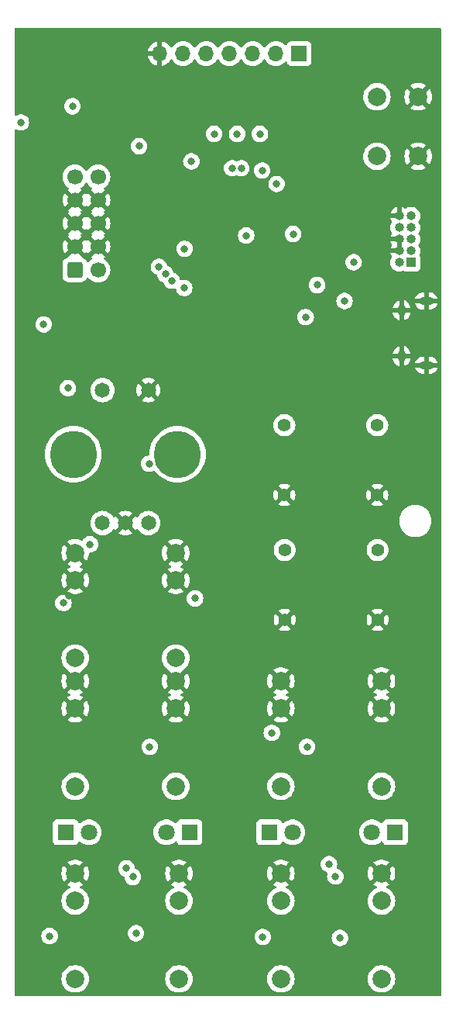
<source format=gbr>
%TF.GenerationSoftware,KiCad,Pcbnew,7.0.2*%
%TF.CreationDate,2025-01-10T16:25:51-06:00*%
%TF.ProjectId,gateDr_mainboard,67617465-4472-45f6-9d61-696e626f6172,rev?*%
%TF.SameCoordinates,Original*%
%TF.FileFunction,Copper,L3,Inr*%
%TF.FilePolarity,Positive*%
%FSLAX46Y46*%
G04 Gerber Fmt 4.6, Leading zero omitted, Abs format (unit mm)*
G04 Created by KiCad (PCBNEW 7.0.2) date 2025-01-10 16:25:51*
%MOMM*%
%LPD*%
G01*
G04 APERTURE LIST*
G04 Aperture macros list*
%AMRoundRect*
0 Rectangle with rounded corners*
0 $1 Rounding radius*
0 $2 $3 $4 $5 $6 $7 $8 $9 X,Y pos of 4 corners*
0 Add a 4 corners polygon primitive as box body*
4,1,4,$2,$3,$4,$5,$6,$7,$8,$9,$2,$3,0*
0 Add four circle primitives for the rounded corners*
1,1,$1+$1,$2,$3*
1,1,$1+$1,$4,$5*
1,1,$1+$1,$6,$7*
1,1,$1+$1,$8,$9*
0 Add four rect primitives between the rounded corners*
20,1,$1+$1,$2,$3,$4,$5,0*
20,1,$1+$1,$4,$5,$6,$7,0*
20,1,$1+$1,$6,$7,$8,$9,0*
20,1,$1+$1,$8,$9,$2,$3,0*%
G04 Aperture macros list end*
%TA.AperFunction,ComponentPad*%
%ADD10R,1.800000X1.800000*%
%TD*%
%TA.AperFunction,ComponentPad*%
%ADD11C,1.800000*%
%TD*%
%TA.AperFunction,ComponentPad*%
%ADD12C,1.400000*%
%TD*%
%TA.AperFunction,ComponentPad*%
%ADD13R,1.700000X1.700000*%
%TD*%
%TA.AperFunction,ComponentPad*%
%ADD14O,1.700000X1.700000*%
%TD*%
%TA.AperFunction,ComponentPad*%
%ADD15C,2.000000*%
%TD*%
%TA.AperFunction,ComponentPad*%
%ADD16C,1.650000*%
%TD*%
%TA.AperFunction,ComponentPad*%
%ADD17C,5.161000*%
%TD*%
%TA.AperFunction,ComponentPad*%
%ADD18RoundRect,0.250000X-0.600000X-0.600000X0.600000X-0.600000X0.600000X0.600000X-0.600000X0.600000X0*%
%TD*%
%TA.AperFunction,ComponentPad*%
%ADD19C,1.700000*%
%TD*%
%TA.AperFunction,ComponentPad*%
%ADD20O,1.550000X0.890000*%
%TD*%
%TA.AperFunction,ComponentPad*%
%ADD21O,0.950000X1.250000*%
%TD*%
%TA.AperFunction,ComponentPad*%
%ADD22R,1.000000X1.000000*%
%TD*%
%TA.AperFunction,ComponentPad*%
%ADD23O,1.000000X1.000000*%
%TD*%
%TA.AperFunction,ViaPad*%
%ADD24C,0.800000*%
%TD*%
G04 APERTURE END LIST*
D10*
%TO.N,Net-(D6-K)*%
%TO.C,D6*%
X93540000Y-149220000D03*
D11*
%TO.N,Net-(D6-A)*%
X91000000Y-149220000D03*
%TD*%
D12*
%TO.N,GND*%
%TO.C,SW2*%
X81460000Y-126030000D03*
X91620000Y-126030000D03*
%TO.N,/MCU/sw_CH2*%
X81460000Y-118410000D03*
%TO.N,unconnected-(SW2-A-Pad4)*%
X91620000Y-118410000D03*
%TD*%
%TO.N,GND*%
%TO.C,SW1*%
X81420000Y-112410000D03*
X91580000Y-112410000D03*
%TO.N,/MCU/sw_CH1*%
X81420000Y-104790000D03*
%TO.N,unconnected-(SW1-A-Pad4)*%
X91580000Y-104790000D03*
%TD*%
D13*
%TO.N,/MCU/display_SPI_SCK*%
%TO.C,J12*%
X83040000Y-64220000D03*
D14*
%TO.N,/MCU/display_SPI_DO*%
X80500000Y-64220000D03*
%TO.N,/MCU/display_RST*%
X77960000Y-64220000D03*
%TO.N,/MCU/display_CS*%
X75420000Y-64220000D03*
%TO.N,/MCU/display_DC*%
X72880000Y-64220000D03*
%TO.N,+3.3V*%
X70340000Y-64220000D03*
%TO.N,GND*%
X67800000Y-64220000D03*
%TD*%
D10*
%TO.N,Net-(D5-K)*%
%TO.C,D5*%
X79765000Y-149220000D03*
D11*
%TO.N,Net-(D5-A)*%
X82305000Y-149220000D03*
%TD*%
D15*
%TO.N,GND*%
%TO.C,J10*%
X81040000Y-153720000D03*
%TO.N,Net-(J10-Pad2)*%
X81040000Y-165220000D03*
%TO.N,unconnected-(J10-Pad3)*%
X81040000Y-156720000D03*
%TD*%
%TO.N,GND*%
%TO.C,J11*%
X92040000Y-153720000D03*
%TO.N,Net-(J11-Pad2)*%
X92040000Y-165220000D03*
%TO.N,unconnected-(J11-Pad3)*%
X92040000Y-156720000D03*
%TD*%
%TO.N,GND*%
%TO.C,J2*%
X58540000Y-132720000D03*
%TO.N,Net-(C13-Pad1)*%
X58540000Y-144220000D03*
%TO.N,GND*%
X58540000Y-135720000D03*
%TD*%
D10*
%TO.N,Net-(D3-K)*%
%TO.C,D3*%
X57500000Y-149220000D03*
D11*
%TO.N,Net-(D3-A)*%
X60040000Y-149220000D03*
%TD*%
D15*
%TO.N,GND*%
%TO.C,J9*%
X69890000Y-153720000D03*
%TO.N,Net-(J9-Pad2)*%
X69890000Y-165220000D03*
%TO.N,unconnected-(J9-Pad3)*%
X69890000Y-156720000D03*
%TD*%
D16*
%TO.N,/MCU/sw_ROT*%
%TO.C,SW3*%
X61540000Y-100970000D03*
%TO.N,GND*%
X66540000Y-100970000D03*
%TO.N,/MCU/rot_A*%
X61540000Y-115470000D03*
%TO.N,/MCU/rot_B*%
X66540000Y-115470000D03*
%TO.N,GND*%
X64040000Y-115470000D03*
D17*
%TO.N,unconnected-(SW3-PadMH1)*%
X58340000Y-107970000D03*
%TO.N,unconnected-(SW3-PadMH2)*%
X69740000Y-107970000D03*
%TD*%
D15*
%TO.N,GND*%
%TO.C,J6*%
X58540000Y-118720000D03*
%TO.N,Net-(C22-Pad1)*%
X58540000Y-130220000D03*
%TO.N,GND*%
X58540000Y-121720000D03*
%TD*%
%TO.N,GND*%
%TO.C,J3*%
X69540000Y-132720000D03*
%TO.N,Net-(C14-Pad1)*%
X69540000Y-144220000D03*
%TO.N,GND*%
X69540000Y-135720000D03*
%TD*%
D10*
%TO.N,Net-(D4-K)*%
%TO.C,D4*%
X71040000Y-149220000D03*
D11*
%TO.N,Net-(D4-A)*%
X68500000Y-149220000D03*
%TD*%
D15*
%TO.N,GND*%
%TO.C,J7*%
X69540000Y-118720000D03*
%TO.N,Net-(C24-Pad1)*%
X69540000Y-130220000D03*
%TO.N,GND*%
X69540000Y-121720000D03*
%TD*%
%TO.N,GND*%
%TO.C,J4*%
X81040000Y-132720000D03*
%TO.N,Net-(C16-Pad1)*%
X81040000Y-144220000D03*
%TO.N,GND*%
X81040000Y-135720000D03*
%TD*%
%TO.N,GND*%
%TO.C,J8*%
X58540000Y-153720000D03*
%TO.N,Net-(J8-Pad2)*%
X58540000Y-165220000D03*
%TO.N,unconnected-(J8-Pad3)*%
X58540000Y-156720000D03*
%TD*%
%TO.N,GND*%
%TO.C,J5*%
X92040000Y-132720000D03*
%TO.N,Net-(C18-Pad1)*%
X92040000Y-144220000D03*
%TO.N,GND*%
X92040000Y-135720000D03*
%TD*%
D18*
%TO.N,Net-(D1-K)*%
%TO.C,J1*%
X58500000Y-87840000D03*
D19*
X61040000Y-87840000D03*
%TO.N,GND*%
X58500000Y-85300000D03*
X61040000Y-85300000D03*
X58500000Y-82760000D03*
X61040000Y-82760000D03*
X58500000Y-80220000D03*
X61040000Y-80220000D03*
%TO.N,Net-(D2-A)*%
X58500000Y-77680000D03*
X61040000Y-77680000D03*
%TD*%
D20*
%TO.N,GND*%
%TO.C,J14*%
X96950000Y-91250000D03*
D21*
X94250000Y-92250000D03*
X94250000Y-97250000D03*
D20*
X96950000Y-98250000D03*
%TD*%
D22*
%TO.N,/MCU/SWDIO*%
%TO.C,J13*%
X95270000Y-87040000D03*
D23*
%TO.N,+3.3V*%
X94000000Y-87040000D03*
%TO.N,/MCU/SWCLK*%
X95270000Y-85770000D03*
%TO.N,GND*%
X94000000Y-85770000D03*
%TO.N,unconnected-(J13-Pin_5-Pad5)*%
X95270000Y-84500000D03*
%TO.N,GND*%
X94000000Y-84500000D03*
%TO.N,unconnected-(J13-Pin_7-Pad7)*%
X95270000Y-83230000D03*
%TO.N,unconnected-(J13-Pin_8-Pad8)*%
X94000000Y-83230000D03*
%TO.N,/MCU/nRESET*%
X95270000Y-81960000D03*
%TO.N,GND*%
X94000000Y-81960000D03*
%TD*%
D15*
%TO.N,GND*%
%TO.C,SW4*%
X96050000Y-75450000D03*
X96050000Y-68950000D03*
%TO.N,/MCU/nRESET*%
X91550000Y-75450000D03*
X91550000Y-68950000D03*
%TD*%
D24*
%TO.N,GND*%
X97900000Y-143150000D03*
X97900000Y-83200000D03*
X72600000Y-157300000D03*
X53450000Y-158900000D03*
X56900000Y-81500000D03*
X88550000Y-145150000D03*
X97900000Y-72050000D03*
X62900000Y-144200000D03*
X63150000Y-104150000D03*
X53450000Y-143150000D03*
X89700000Y-165750000D03*
X53450000Y-99550000D03*
X82700000Y-113700000D03*
X62450000Y-84050000D03*
X82100000Y-145800000D03*
X56931844Y-161990274D03*
X53450000Y-109400000D03*
X71100000Y-161700000D03*
X79700000Y-162050000D03*
X62000000Y-129050000D03*
X97900000Y-129950000D03*
X56900000Y-62200000D03*
X97900000Y-165750000D03*
X91700201Y-92549799D03*
X93450000Y-161750000D03*
X82750000Y-127400000D03*
X53450000Y-75750000D03*
X89550000Y-82450000D03*
X54150000Y-64350000D03*
X74450000Y-152700000D03*
X86000000Y-62200000D03*
X90650000Y-134250000D03*
X53450000Y-118650000D03*
X80200558Y-82320001D03*
X83550000Y-165750000D03*
X59850000Y-134200000D03*
X67800000Y-62200000D03*
X92350000Y-62200000D03*
X61250000Y-165750000D03*
X57830949Y-123386671D03*
X92500000Y-82000000D03*
X79048994Y-139179000D03*
X97900000Y-120500000D03*
X75450000Y-165750000D03*
X97900000Y-101750000D03*
X68400000Y-145900000D03*
X53450000Y-129950000D03*
X97900000Y-89000000D03*
X52700000Y-69800000D03*
X53450000Y-155900000D03*
X97900000Y-109400000D03*
X56850000Y-84000000D03*
X66950000Y-165750000D03*
X66250000Y-129000000D03*
X92750000Y-96000000D03*
X82550000Y-155200000D03*
X94550000Y-157300000D03*
X85950000Y-82850000D03*
X97900000Y-158900000D03*
X82980383Y-141430383D03*
X74150000Y-84720000D03*
X52700000Y-62200000D03*
X59150000Y-96050000D03*
X57150000Y-120200000D03*
X70600000Y-140200000D03*
X62500000Y-81500000D03*
X53450000Y-83400000D03*
X67450000Y-68800000D03*
X70900000Y-120200000D03*
X63950000Y-117600000D03*
X97900000Y-155900000D03*
X90750000Y-155200000D03*
X62150000Y-62200000D03*
X77500000Y-62200000D03*
X82450000Y-134250000D03*
X68150000Y-134250000D03*
X97900000Y-62200000D03*
X53450000Y-89900000D03*
%TO.N,+3.3VA*%
X80047883Y-138379500D03*
X66650000Y-109000000D03*
X70499500Y-85543953D03*
X60150000Y-117800000D03*
%TO.N,+12V*%
X52600000Y-71750000D03*
X58250000Y-70000000D03*
X87501410Y-160762166D03*
X65199500Y-160250000D03*
%TO.N,-12V*%
X55750000Y-160550000D03*
X79050000Y-160650000D03*
X55100000Y-93800000D03*
%TO.N,+3.3V*%
X82379442Y-83919999D03*
X78750000Y-73010000D03*
X65540000Y-74350000D03*
X73750000Y-73010000D03*
X76250000Y-73010000D03*
%TO.N,AREF-10*%
X57250000Y-124200000D03*
X71650000Y-123700000D03*
X66700000Y-139900000D03*
X83900000Y-139900000D03*
X57750000Y-100750000D03*
%TO.N,/MCU/display_SPI_DO*%
X75715997Y-76750000D03*
%TO.N,/MCU/display_SPI_SCK*%
X76715500Y-76750000D03*
%TO.N,/MCU/SWCLK*%
X89000000Y-87000000D03*
%TO.N,/MCU/sw_ROT*%
X77250000Y-84100000D03*
%TO.N,/MCU/mcu_out_W*%
X64150500Y-153171985D03*
X67701500Y-87508360D03*
%TO.N,/MCU/mcu_out_X*%
X68401000Y-88300000D03*
X64850000Y-154100000D03*
%TO.N,/MCU/mcu_out_Y*%
X86300500Y-152700000D03*
X69100500Y-89016893D03*
%TO.N,/MCU/mcu_out_Z*%
X70474647Y-89825353D03*
X87000000Y-154050000D03*
%TO.N,/MCU/USB_D+*%
X83750000Y-93000000D03*
X80565500Y-78470000D03*
%TO.N,/MCU/USB_D-*%
X79000000Y-77000000D03*
X85000000Y-89500000D03*
%TO.N,USB_5V*%
X71250000Y-76000000D03*
X88000000Y-91250000D03*
%TD*%
%TA.AperFunction,Conductor*%
%TO.N,GND*%
G36*
X60580507Y-85509844D02*
G01*
X60658239Y-85630798D01*
X60766900Y-85724952D01*
X60897685Y-85784680D01*
X60907466Y-85786086D01*
X60278625Y-86414925D01*
X60354594Y-86468119D01*
X60398219Y-86522696D01*
X60405413Y-86592194D01*
X60373890Y-86654549D01*
X60354595Y-86671269D01*
X60168595Y-86801508D01*
X59993834Y-86976270D01*
X59991128Y-86973564D01*
X59952151Y-87004671D01*
X59882647Y-87011809D01*
X59820317Y-86980237D01*
X59787539Y-86928890D01*
X59784814Y-86920666D01*
X59692712Y-86771344D01*
X59692711Y-86771342D01*
X59568657Y-86647288D01*
X59419334Y-86555186D01*
X59346967Y-86531206D01*
X59289522Y-86491433D01*
X59262699Y-86426917D01*
X59262585Y-86416137D01*
X58632533Y-85786086D01*
X58642315Y-85784680D01*
X58773100Y-85724952D01*
X58881761Y-85630798D01*
X58959493Y-85509844D01*
X58983076Y-85429524D01*
X59614925Y-86061373D01*
X59668424Y-85984969D01*
X59723001Y-85941344D01*
X59792499Y-85934150D01*
X59854854Y-85965673D01*
X59871574Y-85984969D01*
X59925072Y-86061373D01*
X59925073Y-86061373D01*
X60556922Y-85429523D01*
X60580507Y-85509844D01*
G37*
%TD.AperFunction*%
%TA.AperFunction,Conductor*%
G36*
X60580507Y-82969844D02*
G01*
X60658239Y-83090798D01*
X60766900Y-83184952D01*
X60897685Y-83244680D01*
X60907466Y-83246086D01*
X60278625Y-83874925D01*
X60355031Y-83928425D01*
X60398655Y-83983002D01*
X60405848Y-84052501D01*
X60374326Y-84114855D01*
X60355029Y-84131576D01*
X60278625Y-84185072D01*
X60907466Y-84813913D01*
X60897685Y-84815320D01*
X60766900Y-84875048D01*
X60658239Y-84969202D01*
X60580507Y-85090156D01*
X60556923Y-85170476D01*
X59925072Y-84538625D01*
X59871576Y-84615030D01*
X59817000Y-84658656D01*
X59747501Y-84665850D01*
X59685146Y-84634328D01*
X59668425Y-84615031D01*
X59614926Y-84538626D01*
X59614925Y-84538625D01*
X58983076Y-85170475D01*
X58959493Y-85090156D01*
X58881761Y-84969202D01*
X58773100Y-84875048D01*
X58642315Y-84815320D01*
X58632533Y-84813913D01*
X59261373Y-84185073D01*
X59261373Y-84185072D01*
X59184969Y-84131574D01*
X59141344Y-84076997D01*
X59134150Y-84007499D01*
X59165673Y-83945144D01*
X59184969Y-83928424D01*
X59261373Y-83874925D01*
X58632533Y-83246086D01*
X58642315Y-83244680D01*
X58773100Y-83184952D01*
X58881761Y-83090798D01*
X58959493Y-82969844D01*
X58983076Y-82889524D01*
X59614925Y-83521373D01*
X59668424Y-83444969D01*
X59723001Y-83401344D01*
X59792499Y-83394150D01*
X59854854Y-83425673D01*
X59871574Y-83444969D01*
X59925072Y-83521373D01*
X59925073Y-83521373D01*
X60556922Y-82889523D01*
X60580507Y-82969844D01*
G37*
%TD.AperFunction*%
%TA.AperFunction,Conductor*%
G36*
X60580507Y-80429844D02*
G01*
X60658239Y-80550798D01*
X60766900Y-80644952D01*
X60897685Y-80704680D01*
X60907466Y-80706086D01*
X60278625Y-81334925D01*
X60355031Y-81388425D01*
X60398655Y-81443002D01*
X60405848Y-81512501D01*
X60374326Y-81574855D01*
X60355029Y-81591576D01*
X60278625Y-81645072D01*
X60907466Y-82273913D01*
X60897685Y-82275320D01*
X60766900Y-82335048D01*
X60658239Y-82429202D01*
X60580507Y-82550156D01*
X60556923Y-82630476D01*
X59925072Y-81998625D01*
X59871576Y-82075030D01*
X59817000Y-82118656D01*
X59747501Y-82125850D01*
X59685146Y-82094328D01*
X59668425Y-82075031D01*
X59614926Y-81998626D01*
X59614925Y-81998625D01*
X58983076Y-82630475D01*
X58959493Y-82550156D01*
X58881761Y-82429202D01*
X58773100Y-82335048D01*
X58642315Y-82275320D01*
X58632533Y-82273913D01*
X59261373Y-81645073D01*
X59261373Y-81645072D01*
X59184969Y-81591574D01*
X59141344Y-81536997D01*
X59134150Y-81467499D01*
X59165673Y-81405144D01*
X59184969Y-81388424D01*
X59261373Y-81334925D01*
X58632533Y-80706086D01*
X58642315Y-80704680D01*
X58773100Y-80644952D01*
X58881761Y-80550798D01*
X58959493Y-80429844D01*
X58983076Y-80349524D01*
X59614925Y-80981373D01*
X59668424Y-80904969D01*
X59723001Y-80861344D01*
X59792499Y-80854150D01*
X59854854Y-80885673D01*
X59871574Y-80904969D01*
X59925072Y-80981373D01*
X59925073Y-80981373D01*
X60556922Y-80349523D01*
X60580507Y-80429844D01*
G37*
%TD.AperFunction*%
%TA.AperFunction,Conductor*%
G36*
X59854855Y-78346545D02*
G01*
X59871571Y-78365837D01*
X60001505Y-78551401D01*
X60168599Y-78718495D01*
X60354596Y-78848732D01*
X60398219Y-78903307D01*
X60405412Y-78972806D01*
X60373890Y-79035160D01*
X60354594Y-79051881D01*
X60278626Y-79105073D01*
X60907466Y-79733913D01*
X60897685Y-79735320D01*
X60766900Y-79795048D01*
X60658239Y-79889202D01*
X60580507Y-80010156D01*
X60556923Y-80090476D01*
X59925072Y-79458625D01*
X59925072Y-79458626D01*
X59871574Y-79535030D01*
X59816998Y-79578655D01*
X59747499Y-79585849D01*
X59685144Y-79554326D01*
X59668424Y-79535030D01*
X59614925Y-79458626D01*
X59614925Y-79458625D01*
X58983076Y-80090474D01*
X58959493Y-80010156D01*
X58881761Y-79889202D01*
X58773100Y-79795048D01*
X58642315Y-79735320D01*
X58632533Y-79733913D01*
X59261373Y-79105073D01*
X59261373Y-79105072D01*
X59185405Y-79051880D01*
X59141780Y-78997304D01*
X59134586Y-78927805D01*
X59166108Y-78865451D01*
X59185399Y-78848734D01*
X59371401Y-78718495D01*
X59538495Y-78551401D01*
X59668426Y-78365839D01*
X59723002Y-78322216D01*
X59792500Y-78315022D01*
X59854855Y-78346545D01*
G37*
%TD.AperFunction*%
%TA.AperFunction,Conductor*%
G36*
X98532539Y-61430185D02*
G01*
X98578294Y-61482989D01*
X98589500Y-61534500D01*
X98589500Y-166965500D01*
X98569815Y-167032539D01*
X98517011Y-167078294D01*
X98465500Y-167089500D01*
X52034500Y-167089500D01*
X51967461Y-167069815D01*
X51921706Y-167017011D01*
X51910500Y-166965500D01*
X51910500Y-165219999D01*
X57034356Y-165219999D01*
X57054891Y-165467816D01*
X57054891Y-165467819D01*
X57054892Y-165467821D01*
X57115937Y-165708881D01*
X57160960Y-165811523D01*
X57215825Y-165936604D01*
X57215827Y-165936607D01*
X57351836Y-166144785D01*
X57520256Y-166327738D01*
X57520259Y-166327740D01*
X57716485Y-166480470D01*
X57716487Y-166480471D01*
X57716491Y-166480474D01*
X57935190Y-166598828D01*
X58170386Y-166679571D01*
X58415665Y-166720500D01*
X58664335Y-166720500D01*
X58909614Y-166679571D01*
X59144810Y-166598828D01*
X59363509Y-166480474D01*
X59559744Y-166327738D01*
X59728164Y-166144785D01*
X59864173Y-165936607D01*
X59964063Y-165708881D01*
X60025108Y-165467821D01*
X60045643Y-165220000D01*
X68384356Y-165220000D01*
X68404891Y-165467816D01*
X68404891Y-165467819D01*
X68404892Y-165467821D01*
X68465937Y-165708881D01*
X68510960Y-165811523D01*
X68565825Y-165936604D01*
X68565827Y-165936607D01*
X68701836Y-166144785D01*
X68870256Y-166327738D01*
X68870259Y-166327740D01*
X69066485Y-166480470D01*
X69066487Y-166480471D01*
X69066491Y-166480474D01*
X69285190Y-166598828D01*
X69520386Y-166679571D01*
X69765665Y-166720500D01*
X70014335Y-166720500D01*
X70259614Y-166679571D01*
X70494810Y-166598828D01*
X70713509Y-166480474D01*
X70909744Y-166327738D01*
X71078164Y-166144785D01*
X71214173Y-165936607D01*
X71314063Y-165708881D01*
X71375108Y-165467821D01*
X71395643Y-165220000D01*
X71395643Y-165219999D01*
X79534356Y-165219999D01*
X79554891Y-165467816D01*
X79554891Y-165467819D01*
X79554892Y-165467821D01*
X79615937Y-165708881D01*
X79660960Y-165811523D01*
X79715825Y-165936604D01*
X79715827Y-165936607D01*
X79851836Y-166144785D01*
X80020256Y-166327738D01*
X80020259Y-166327740D01*
X80216485Y-166480470D01*
X80216487Y-166480471D01*
X80216491Y-166480474D01*
X80435190Y-166598828D01*
X80670386Y-166679571D01*
X80915665Y-166720500D01*
X81164335Y-166720500D01*
X81409614Y-166679571D01*
X81644810Y-166598828D01*
X81863509Y-166480474D01*
X82059744Y-166327738D01*
X82228164Y-166144785D01*
X82364173Y-165936607D01*
X82464063Y-165708881D01*
X82525108Y-165467821D01*
X82545643Y-165220000D01*
X82545643Y-165219999D01*
X90534356Y-165219999D01*
X90554891Y-165467816D01*
X90554891Y-165467819D01*
X90554892Y-165467821D01*
X90615937Y-165708881D01*
X90660960Y-165811523D01*
X90715825Y-165936604D01*
X90715827Y-165936607D01*
X90851836Y-166144785D01*
X91020256Y-166327738D01*
X91020259Y-166327740D01*
X91216485Y-166480470D01*
X91216487Y-166480471D01*
X91216491Y-166480474D01*
X91435190Y-166598828D01*
X91670386Y-166679571D01*
X91915665Y-166720500D01*
X92164335Y-166720500D01*
X92409614Y-166679571D01*
X92644810Y-166598828D01*
X92863509Y-166480474D01*
X93059744Y-166327738D01*
X93228164Y-166144785D01*
X93364173Y-165936607D01*
X93464063Y-165708881D01*
X93525108Y-165467821D01*
X93545643Y-165220000D01*
X93525108Y-164972179D01*
X93464063Y-164731119D01*
X93364173Y-164503393D01*
X93228164Y-164295215D01*
X93059744Y-164112262D01*
X93037612Y-164095036D01*
X92863514Y-163959529D01*
X92863510Y-163959526D01*
X92863509Y-163959526D01*
X92644810Y-163841172D01*
X92644806Y-163841170D01*
X92644805Y-163841170D01*
X92409615Y-163760429D01*
X92164335Y-163719500D01*
X91915665Y-163719500D01*
X91670384Y-163760429D01*
X91435194Y-163841170D01*
X91216485Y-163959529D01*
X91020259Y-164112259D01*
X90851837Y-164295214D01*
X90715825Y-164503395D01*
X90615938Y-164731117D01*
X90554891Y-164972183D01*
X90534356Y-165219999D01*
X82545643Y-165219999D01*
X82525108Y-164972179D01*
X82464063Y-164731119D01*
X82364173Y-164503393D01*
X82228164Y-164295215D01*
X82059744Y-164112262D01*
X82037612Y-164095036D01*
X81863514Y-163959529D01*
X81863510Y-163959526D01*
X81863509Y-163959526D01*
X81644810Y-163841172D01*
X81644806Y-163841170D01*
X81644805Y-163841170D01*
X81409615Y-163760429D01*
X81164335Y-163719500D01*
X80915665Y-163719500D01*
X80670384Y-163760429D01*
X80435194Y-163841170D01*
X80216485Y-163959529D01*
X80020259Y-164112259D01*
X79851837Y-164295214D01*
X79715825Y-164503395D01*
X79615938Y-164731117D01*
X79554891Y-164972183D01*
X79534356Y-165219999D01*
X71395643Y-165219999D01*
X71375108Y-164972179D01*
X71314063Y-164731119D01*
X71214173Y-164503393D01*
X71078164Y-164295215D01*
X70909744Y-164112262D01*
X70887612Y-164095036D01*
X70713514Y-163959529D01*
X70713510Y-163959526D01*
X70713509Y-163959526D01*
X70494810Y-163841172D01*
X70494806Y-163841170D01*
X70494805Y-163841170D01*
X70259615Y-163760429D01*
X70014335Y-163719500D01*
X69765665Y-163719500D01*
X69520384Y-163760429D01*
X69285194Y-163841170D01*
X69066485Y-163959529D01*
X68870259Y-164112259D01*
X68701837Y-164295214D01*
X68565825Y-164503395D01*
X68465938Y-164731117D01*
X68404891Y-164972183D01*
X68384356Y-165220000D01*
X60045643Y-165220000D01*
X60025108Y-164972179D01*
X59964063Y-164731119D01*
X59864173Y-164503393D01*
X59728164Y-164295215D01*
X59559744Y-164112262D01*
X59537612Y-164095036D01*
X59363514Y-163959529D01*
X59363510Y-163959526D01*
X59363509Y-163959526D01*
X59144810Y-163841172D01*
X59144806Y-163841170D01*
X59144805Y-163841170D01*
X58909615Y-163760429D01*
X58664335Y-163719500D01*
X58415665Y-163719500D01*
X58170384Y-163760429D01*
X57935194Y-163841170D01*
X57716485Y-163959529D01*
X57520259Y-164112259D01*
X57351837Y-164295214D01*
X57215825Y-164503395D01*
X57115938Y-164731117D01*
X57054891Y-164972183D01*
X57034356Y-165219999D01*
X51910500Y-165219999D01*
X51910500Y-160549999D01*
X54844540Y-160549999D01*
X54864326Y-160738257D01*
X54922820Y-160918284D01*
X55017466Y-161082216D01*
X55144129Y-161222889D01*
X55297269Y-161334151D01*
X55470197Y-161411144D01*
X55655352Y-161450500D01*
X55655354Y-161450500D01*
X55844648Y-161450500D01*
X55968084Y-161424262D01*
X56029803Y-161411144D01*
X56202730Y-161334151D01*
X56355871Y-161222888D01*
X56482533Y-161082216D01*
X56577179Y-160918284D01*
X56635674Y-160738256D01*
X56655460Y-160550000D01*
X56635674Y-160361744D01*
X56599366Y-160249999D01*
X64294040Y-160249999D01*
X64313826Y-160438257D01*
X64372320Y-160618284D01*
X64466966Y-160782216D01*
X64593629Y-160922889D01*
X64746769Y-161034151D01*
X64919697Y-161111144D01*
X65104852Y-161150500D01*
X65104854Y-161150500D01*
X65294148Y-161150500D01*
X65417584Y-161124262D01*
X65479303Y-161111144D01*
X65652230Y-161034151D01*
X65805371Y-160922888D01*
X65932033Y-160782216D01*
X66008368Y-160650000D01*
X78144540Y-160650000D01*
X78164326Y-160838257D01*
X78222820Y-161018284D01*
X78317466Y-161182216D01*
X78444129Y-161322889D01*
X78597269Y-161434151D01*
X78770197Y-161511144D01*
X78955352Y-161550500D01*
X78955354Y-161550500D01*
X79144648Y-161550500D01*
X79268083Y-161524262D01*
X79329803Y-161511144D01*
X79502730Y-161434151D01*
X79655871Y-161322888D01*
X79782533Y-161182216D01*
X79877179Y-161018284D01*
X79935674Y-160838256D01*
X79943671Y-160762165D01*
X86595950Y-160762165D01*
X86615736Y-160950423D01*
X86674230Y-161130450D01*
X86768876Y-161294382D01*
X86895539Y-161435055D01*
X87048679Y-161546317D01*
X87221607Y-161623310D01*
X87406762Y-161662666D01*
X87406764Y-161662666D01*
X87596058Y-161662666D01*
X87719493Y-161636428D01*
X87781213Y-161623310D01*
X87954140Y-161546317D01*
X88002552Y-161511144D01*
X88107280Y-161435055D01*
X88233943Y-161294382D01*
X88328589Y-161130450D01*
X88344261Y-161082216D01*
X88387084Y-160950422D01*
X88406870Y-160762166D01*
X88387084Y-160573910D01*
X88350638Y-160461742D01*
X88328589Y-160393881D01*
X88233943Y-160229949D01*
X88107280Y-160089276D01*
X87954140Y-159978014D01*
X87781212Y-159901021D01*
X87596058Y-159861666D01*
X87596056Y-159861666D01*
X87406764Y-159861666D01*
X87406762Y-159861666D01*
X87221607Y-159901021D01*
X87048679Y-159978014D01*
X86895539Y-160089276D01*
X86768876Y-160229949D01*
X86674230Y-160393881D01*
X86615736Y-160573908D01*
X86595950Y-160762165D01*
X79943671Y-160762165D01*
X79955460Y-160650000D01*
X79935674Y-160461744D01*
X79877179Y-160281716D01*
X79877179Y-160281715D01*
X79782533Y-160117783D01*
X79655870Y-159977110D01*
X79502730Y-159865848D01*
X79329802Y-159788855D01*
X79144648Y-159749500D01*
X79144646Y-159749500D01*
X78955354Y-159749500D01*
X78955352Y-159749500D01*
X78770197Y-159788855D01*
X78597269Y-159865848D01*
X78444129Y-159977110D01*
X78317466Y-160117783D01*
X78222820Y-160281715D01*
X78164326Y-160461742D01*
X78144540Y-160650000D01*
X66008368Y-160650000D01*
X66026679Y-160618284D01*
X66085174Y-160438256D01*
X66104960Y-160250000D01*
X66085174Y-160061744D01*
X66026679Y-159881716D01*
X66026679Y-159881715D01*
X65932033Y-159717783D01*
X65805370Y-159577110D01*
X65652230Y-159465848D01*
X65479302Y-159388855D01*
X65294148Y-159349500D01*
X65294146Y-159349500D01*
X65104854Y-159349500D01*
X65104852Y-159349500D01*
X64919697Y-159388855D01*
X64746769Y-159465848D01*
X64593629Y-159577110D01*
X64466966Y-159717783D01*
X64372320Y-159881715D01*
X64313826Y-160061742D01*
X64294040Y-160249999D01*
X56599366Y-160249999D01*
X56577179Y-160181716D01*
X56577179Y-160181715D01*
X56482533Y-160017783D01*
X56355870Y-159877110D01*
X56202730Y-159765848D01*
X56029802Y-159688855D01*
X55844648Y-159649500D01*
X55844646Y-159649500D01*
X55655354Y-159649500D01*
X55655352Y-159649500D01*
X55470197Y-159688855D01*
X55297269Y-159765848D01*
X55144129Y-159877110D01*
X55017466Y-160017783D01*
X54922820Y-160181715D01*
X54864326Y-160361742D01*
X54844540Y-160549999D01*
X51910500Y-160549999D01*
X51910500Y-156720000D01*
X57034356Y-156720000D01*
X57054891Y-156967816D01*
X57054891Y-156967819D01*
X57054892Y-156967821D01*
X57115937Y-157208881D01*
X57160960Y-157311523D01*
X57215825Y-157436604D01*
X57215827Y-157436607D01*
X57351836Y-157644785D01*
X57520256Y-157827738D01*
X57520259Y-157827740D01*
X57716485Y-157980470D01*
X57716487Y-157980471D01*
X57716491Y-157980474D01*
X57935190Y-158098828D01*
X58170386Y-158179571D01*
X58415665Y-158220500D01*
X58664335Y-158220500D01*
X58909614Y-158179571D01*
X59144810Y-158098828D01*
X59363509Y-157980474D01*
X59559744Y-157827738D01*
X59728164Y-157644785D01*
X59864173Y-157436607D01*
X59964063Y-157208881D01*
X60025108Y-156967821D01*
X60045643Y-156720000D01*
X68384356Y-156720000D01*
X68404891Y-156967816D01*
X68404891Y-156967819D01*
X68404892Y-156967821D01*
X68465937Y-157208881D01*
X68510960Y-157311523D01*
X68565825Y-157436604D01*
X68565827Y-157436607D01*
X68701836Y-157644785D01*
X68870256Y-157827738D01*
X68870259Y-157827740D01*
X69066485Y-157980470D01*
X69066487Y-157980471D01*
X69066491Y-157980474D01*
X69285190Y-158098828D01*
X69520386Y-158179571D01*
X69765665Y-158220500D01*
X70014335Y-158220500D01*
X70259614Y-158179571D01*
X70494810Y-158098828D01*
X70713509Y-157980474D01*
X70909744Y-157827738D01*
X71078164Y-157644785D01*
X71214173Y-157436607D01*
X71314063Y-157208881D01*
X71375108Y-156967821D01*
X71395643Y-156720000D01*
X79534356Y-156720000D01*
X79554891Y-156967816D01*
X79554891Y-156967819D01*
X79554892Y-156967821D01*
X79615937Y-157208881D01*
X79660960Y-157311523D01*
X79715825Y-157436604D01*
X79715827Y-157436607D01*
X79851836Y-157644785D01*
X80020256Y-157827738D01*
X80020259Y-157827740D01*
X80216485Y-157980470D01*
X80216487Y-157980471D01*
X80216491Y-157980474D01*
X80435190Y-158098828D01*
X80670386Y-158179571D01*
X80915665Y-158220500D01*
X81164335Y-158220500D01*
X81409614Y-158179571D01*
X81644810Y-158098828D01*
X81863509Y-157980474D01*
X82059744Y-157827738D01*
X82228164Y-157644785D01*
X82364173Y-157436607D01*
X82464063Y-157208881D01*
X82525108Y-156967821D01*
X82545643Y-156720000D01*
X90534356Y-156720000D01*
X90554891Y-156967816D01*
X90554891Y-156967819D01*
X90554892Y-156967821D01*
X90615937Y-157208881D01*
X90660960Y-157311523D01*
X90715825Y-157436604D01*
X90715827Y-157436607D01*
X90851836Y-157644785D01*
X91020256Y-157827738D01*
X91020259Y-157827740D01*
X91216485Y-157980470D01*
X91216487Y-157980471D01*
X91216491Y-157980474D01*
X91435190Y-158098828D01*
X91670386Y-158179571D01*
X91915665Y-158220500D01*
X92164335Y-158220500D01*
X92409614Y-158179571D01*
X92644810Y-158098828D01*
X92863509Y-157980474D01*
X93059744Y-157827738D01*
X93228164Y-157644785D01*
X93364173Y-157436607D01*
X93464063Y-157208881D01*
X93525108Y-156967821D01*
X93545643Y-156720000D01*
X93525108Y-156472179D01*
X93464063Y-156231119D01*
X93364173Y-156003393D01*
X93228164Y-155795215D01*
X93059744Y-155612262D01*
X93037612Y-155595036D01*
X92863514Y-155459529D01*
X92863510Y-155459526D01*
X92863509Y-155459526D01*
X92644810Y-155341172D01*
X92644806Y-155341170D01*
X92644805Y-155341170D01*
X92632705Y-155337016D01*
X92575689Y-155296630D01*
X92549559Y-155231830D01*
X92562611Y-155163191D01*
X92610700Y-155112503D01*
X92632708Y-155102453D01*
X92644607Y-155098368D01*
X92863233Y-154980053D01*
X92910056Y-154943609D01*
X92211568Y-154245121D01*
X92328458Y-154194349D01*
X92445739Y-154098934D01*
X92532928Y-153975415D01*
X92563354Y-153889802D01*
X93263434Y-154589882D01*
X93363730Y-154436369D01*
X93463586Y-154208721D01*
X93524613Y-153967732D01*
X93545141Y-153720000D01*
X93524613Y-153472267D01*
X93463586Y-153231278D01*
X93363730Y-153003630D01*
X93263434Y-152850116D01*
X92565928Y-153547621D01*
X92563116Y-153534085D01*
X92493558Y-153399844D01*
X92390362Y-153289348D01*
X92261181Y-153210791D01*
X92209997Y-153196450D01*
X92910057Y-152496390D01*
X92910056Y-152496388D01*
X92863235Y-152459947D01*
X92644606Y-152341631D01*
X92409493Y-152260916D01*
X92164293Y-152220000D01*
X91915707Y-152220000D01*
X91670506Y-152260916D01*
X91435393Y-152341631D01*
X91216764Y-152459946D01*
X91169942Y-152496388D01*
X91169942Y-152496390D01*
X91868431Y-153194878D01*
X91751542Y-153245651D01*
X91634261Y-153341066D01*
X91547072Y-153464585D01*
X91516645Y-153550197D01*
X90816564Y-152850116D01*
X90716266Y-153003634D01*
X90616413Y-153231278D01*
X90555386Y-153472267D01*
X90534858Y-153720000D01*
X90555386Y-153967732D01*
X90616413Y-154208721D01*
X90716268Y-154436370D01*
X90816563Y-154589882D01*
X90816564Y-154589882D01*
X91514070Y-153892376D01*
X91516884Y-153905915D01*
X91586442Y-154040156D01*
X91689638Y-154150652D01*
X91818819Y-154229209D01*
X91870002Y-154243549D01*
X91169942Y-154943609D01*
X91169942Y-154943610D01*
X91216766Y-154980055D01*
X91435389Y-155098366D01*
X91447293Y-155102453D01*
X91504309Y-155142839D01*
X91530440Y-155207638D01*
X91517389Y-155276278D01*
X91469301Y-155326966D01*
X91447296Y-155337016D01*
X91435191Y-155341171D01*
X91216485Y-155459529D01*
X91020259Y-155612259D01*
X90851837Y-155795214D01*
X90715825Y-156003395D01*
X90615938Y-156231117D01*
X90554891Y-156472183D01*
X90534356Y-156720000D01*
X82545643Y-156720000D01*
X82525108Y-156472179D01*
X82464063Y-156231119D01*
X82364173Y-156003393D01*
X82228164Y-155795215D01*
X82059744Y-155612262D01*
X82037612Y-155595036D01*
X81863514Y-155459529D01*
X81863510Y-155459526D01*
X81863509Y-155459526D01*
X81644810Y-155341172D01*
X81644806Y-155341170D01*
X81644805Y-155341170D01*
X81632705Y-155337016D01*
X81575689Y-155296630D01*
X81549559Y-155231830D01*
X81562611Y-155163191D01*
X81610700Y-155112503D01*
X81632708Y-155102453D01*
X81644607Y-155098368D01*
X81863233Y-154980053D01*
X81910056Y-154943609D01*
X81211568Y-154245121D01*
X81328458Y-154194349D01*
X81445739Y-154098934D01*
X81532928Y-153975415D01*
X81563354Y-153889802D01*
X82263434Y-154589882D01*
X82363730Y-154436369D01*
X82463586Y-154208721D01*
X82524613Y-153967732D01*
X82545141Y-153720000D01*
X82524613Y-153472267D01*
X82463586Y-153231278D01*
X82363730Y-153003630D01*
X82263434Y-152850116D01*
X81565929Y-153547622D01*
X81563116Y-153534085D01*
X81493558Y-153399844D01*
X81390362Y-153289348D01*
X81261181Y-153210791D01*
X81209997Y-153196450D01*
X81706447Y-152700000D01*
X85395040Y-152700000D01*
X85414826Y-152888257D01*
X85473320Y-153068284D01*
X85567966Y-153232216D01*
X85694629Y-153372889D01*
X85847769Y-153484151D01*
X86020693Y-153561143D01*
X86020696Y-153561143D01*
X86020697Y-153561144D01*
X86064931Y-153570546D01*
X86126412Y-153603737D01*
X86160189Y-153664900D01*
X86157081Y-153730153D01*
X86114326Y-153861740D01*
X86094540Y-154050000D01*
X86114326Y-154238257D01*
X86172820Y-154418284D01*
X86267466Y-154582216D01*
X86394129Y-154722889D01*
X86547269Y-154834151D01*
X86720197Y-154911144D01*
X86905352Y-154950500D01*
X86905354Y-154950500D01*
X87094648Y-154950500D01*
X87218083Y-154924262D01*
X87279803Y-154911144D01*
X87452730Y-154834151D01*
X87605871Y-154722888D01*
X87732533Y-154582216D01*
X87827179Y-154418284D01*
X87885674Y-154238256D01*
X87905460Y-154050000D01*
X87885674Y-153861744D01*
X87834485Y-153704201D01*
X87827179Y-153681715D01*
X87732533Y-153517783D01*
X87605870Y-153377110D01*
X87452730Y-153265848D01*
X87279802Y-153188855D01*
X87235568Y-153179453D01*
X87174086Y-153146261D01*
X87140310Y-153085098D01*
X87143418Y-153019845D01*
X87155153Y-152983727D01*
X87186174Y-152888256D01*
X87205960Y-152700000D01*
X87186174Y-152511744D01*
X87127679Y-152331716D01*
X87127679Y-152331715D01*
X87033033Y-152167783D01*
X86906370Y-152027110D01*
X86753230Y-151915848D01*
X86580302Y-151838855D01*
X86395148Y-151799500D01*
X86395146Y-151799500D01*
X86205854Y-151799500D01*
X86205852Y-151799500D01*
X86020697Y-151838855D01*
X85847769Y-151915848D01*
X85694629Y-152027110D01*
X85567966Y-152167783D01*
X85473320Y-152331715D01*
X85414826Y-152511742D01*
X85395040Y-152700000D01*
X81706447Y-152700000D01*
X81910057Y-152496390D01*
X81910056Y-152496388D01*
X81863235Y-152459947D01*
X81644606Y-152341631D01*
X81409493Y-152260916D01*
X81164293Y-152220000D01*
X80915707Y-152220000D01*
X80670506Y-152260916D01*
X80435393Y-152341631D01*
X80216764Y-152459946D01*
X80169942Y-152496388D01*
X80169942Y-152496390D01*
X80868431Y-153194878D01*
X80751542Y-153245651D01*
X80634261Y-153341066D01*
X80547072Y-153464585D01*
X80516645Y-153550197D01*
X79816564Y-152850116D01*
X79716266Y-153003634D01*
X79616413Y-153231278D01*
X79555386Y-153472267D01*
X79534858Y-153720000D01*
X79555386Y-153967732D01*
X79616413Y-154208721D01*
X79716268Y-154436370D01*
X79816563Y-154589882D01*
X79816564Y-154589882D01*
X80514070Y-153892376D01*
X80516884Y-153905915D01*
X80586442Y-154040156D01*
X80689638Y-154150652D01*
X80818819Y-154229209D01*
X80870002Y-154243549D01*
X80169942Y-154943609D01*
X80169942Y-154943610D01*
X80216766Y-154980055D01*
X80435389Y-155098366D01*
X80447293Y-155102453D01*
X80504309Y-155142839D01*
X80530440Y-155207638D01*
X80517389Y-155276278D01*
X80469301Y-155326966D01*
X80447296Y-155337016D01*
X80435191Y-155341171D01*
X80216485Y-155459529D01*
X80020259Y-155612259D01*
X79851837Y-155795214D01*
X79715825Y-156003395D01*
X79615938Y-156231117D01*
X79554891Y-156472183D01*
X79534356Y-156720000D01*
X71395643Y-156720000D01*
X71375108Y-156472179D01*
X71314063Y-156231119D01*
X71214173Y-156003393D01*
X71078164Y-155795215D01*
X70909744Y-155612262D01*
X70887612Y-155595036D01*
X70713514Y-155459529D01*
X70713510Y-155459526D01*
X70713509Y-155459526D01*
X70494810Y-155341172D01*
X70494806Y-155341170D01*
X70494805Y-155341170D01*
X70482705Y-155337016D01*
X70425689Y-155296630D01*
X70399559Y-155231830D01*
X70412611Y-155163191D01*
X70460700Y-155112503D01*
X70482708Y-155102453D01*
X70494607Y-155098368D01*
X70713233Y-154980053D01*
X70760056Y-154943609D01*
X70061568Y-154245121D01*
X70178458Y-154194349D01*
X70295739Y-154098934D01*
X70382928Y-153975415D01*
X70413354Y-153889802D01*
X71113434Y-154589882D01*
X71213730Y-154436369D01*
X71313586Y-154208721D01*
X71374613Y-153967732D01*
X71395141Y-153720000D01*
X71374613Y-153472267D01*
X71313586Y-153231278D01*
X71213730Y-153003630D01*
X71113434Y-152850116D01*
X70415929Y-153547622D01*
X70413116Y-153534085D01*
X70343558Y-153399844D01*
X70240362Y-153289348D01*
X70111181Y-153210791D01*
X70059997Y-153196450D01*
X70760057Y-152496390D01*
X70760056Y-152496388D01*
X70713235Y-152459947D01*
X70494606Y-152341631D01*
X70259493Y-152260916D01*
X70014293Y-152220000D01*
X69765707Y-152220000D01*
X69520506Y-152260916D01*
X69285393Y-152341631D01*
X69066764Y-152459946D01*
X69019942Y-152496388D01*
X69019942Y-152496390D01*
X69718431Y-153194878D01*
X69601542Y-153245651D01*
X69484261Y-153341066D01*
X69397072Y-153464585D01*
X69366645Y-153550197D01*
X68666564Y-152850116D01*
X68566266Y-153003634D01*
X68466413Y-153231278D01*
X68405386Y-153472267D01*
X68384858Y-153720000D01*
X68405386Y-153967732D01*
X68466413Y-154208721D01*
X68566268Y-154436370D01*
X68666563Y-154589882D01*
X68666564Y-154589882D01*
X69364070Y-153892376D01*
X69366884Y-153905915D01*
X69436442Y-154040156D01*
X69539638Y-154150652D01*
X69668819Y-154229209D01*
X69720002Y-154243549D01*
X69019942Y-154943609D01*
X69019942Y-154943610D01*
X69066766Y-154980055D01*
X69285389Y-155098366D01*
X69297293Y-155102453D01*
X69354309Y-155142839D01*
X69380440Y-155207638D01*
X69367389Y-155276278D01*
X69319301Y-155326966D01*
X69297296Y-155337016D01*
X69285191Y-155341171D01*
X69066485Y-155459529D01*
X68870259Y-155612259D01*
X68701837Y-155795214D01*
X68565825Y-156003395D01*
X68465938Y-156231117D01*
X68404891Y-156472183D01*
X68384356Y-156720000D01*
X60045643Y-156720000D01*
X60025108Y-156472179D01*
X59964063Y-156231119D01*
X59864173Y-156003393D01*
X59728164Y-155795215D01*
X59559744Y-155612262D01*
X59537612Y-155595036D01*
X59363514Y-155459529D01*
X59363510Y-155459526D01*
X59363509Y-155459526D01*
X59144810Y-155341172D01*
X59144806Y-155341170D01*
X59144805Y-155341170D01*
X59132705Y-155337016D01*
X59075689Y-155296630D01*
X59049559Y-155231830D01*
X59062611Y-155163191D01*
X59110700Y-155112503D01*
X59132708Y-155102453D01*
X59144607Y-155098368D01*
X59363233Y-154980053D01*
X59410056Y-154943609D01*
X58711568Y-154245121D01*
X58828458Y-154194349D01*
X58945739Y-154098934D01*
X59032928Y-153975415D01*
X59063354Y-153889802D01*
X59763434Y-154589882D01*
X59863730Y-154436369D01*
X59963586Y-154208721D01*
X60024613Y-153967732D01*
X60045141Y-153719999D01*
X60024613Y-153472267D01*
X59963586Y-153231278D01*
X59937578Y-153171985D01*
X63245040Y-153171985D01*
X63264826Y-153360242D01*
X63323320Y-153540269D01*
X63417966Y-153704201D01*
X63544629Y-153844874D01*
X63697765Y-153956134D01*
X63741071Y-153975415D01*
X63870697Y-154033129D01*
X63870698Y-154033129D01*
X63875390Y-154035218D01*
X63928627Y-154080469D01*
X63948275Y-154135536D01*
X63964326Y-154288257D01*
X64022820Y-154468284D01*
X64117466Y-154632216D01*
X64244129Y-154772889D01*
X64397269Y-154884151D01*
X64570197Y-154961144D01*
X64755352Y-155000500D01*
X64755354Y-155000500D01*
X64944648Y-155000500D01*
X65068084Y-154974262D01*
X65129803Y-154961144D01*
X65302730Y-154884151D01*
X65455870Y-154772889D01*
X65582533Y-154632216D01*
X65677179Y-154468284D01*
X65735674Y-154288256D01*
X65755460Y-154100000D01*
X65735674Y-153911744D01*
X65677179Y-153731716D01*
X65677179Y-153731715D01*
X65582533Y-153567783D01*
X65455870Y-153427110D01*
X65302730Y-153315848D01*
X65125109Y-153236765D01*
X65071872Y-153191515D01*
X65052225Y-153136450D01*
X65036174Y-152983729D01*
X64977679Y-152803701D01*
X64977679Y-152803700D01*
X64883033Y-152639768D01*
X64756370Y-152499095D01*
X64603230Y-152387833D01*
X64430302Y-152310840D01*
X64245148Y-152271485D01*
X64245146Y-152271485D01*
X64055854Y-152271485D01*
X64055852Y-152271485D01*
X63870697Y-152310840D01*
X63697769Y-152387833D01*
X63544629Y-152499095D01*
X63417966Y-152639768D01*
X63323320Y-152803700D01*
X63264826Y-152983727D01*
X63245040Y-153171985D01*
X59937578Y-153171985D01*
X59863730Y-153003630D01*
X59763434Y-152850116D01*
X59065929Y-153547622D01*
X59063116Y-153534085D01*
X58993558Y-153399844D01*
X58890362Y-153289348D01*
X58761181Y-153210791D01*
X58709996Y-153196449D01*
X59410056Y-152496389D01*
X59410056Y-152496387D01*
X59363235Y-152459947D01*
X59144606Y-152341631D01*
X58909493Y-152260916D01*
X58664293Y-152220000D01*
X58415707Y-152220000D01*
X58170506Y-152260916D01*
X57935393Y-152341631D01*
X57716764Y-152459946D01*
X57669942Y-152496388D01*
X57669942Y-152496390D01*
X58368430Y-153194879D01*
X58251542Y-153245651D01*
X58134261Y-153341066D01*
X58047072Y-153464585D01*
X58016644Y-153550198D01*
X57316564Y-152850116D01*
X57216266Y-153003634D01*
X57116413Y-153231278D01*
X57055386Y-153472267D01*
X57034858Y-153719999D01*
X57055386Y-153967732D01*
X57116413Y-154208721D01*
X57216268Y-154436370D01*
X57316563Y-154589882D01*
X57316564Y-154589882D01*
X58014070Y-153892374D01*
X58016884Y-153905915D01*
X58086442Y-154040156D01*
X58189638Y-154150652D01*
X58318819Y-154229209D01*
X58370002Y-154243549D01*
X57669942Y-154943609D01*
X57669942Y-154943610D01*
X57716766Y-154980055D01*
X57935389Y-155098366D01*
X57947293Y-155102453D01*
X58004309Y-155142839D01*
X58030440Y-155207638D01*
X58017389Y-155276278D01*
X57969301Y-155326966D01*
X57947296Y-155337016D01*
X57935191Y-155341171D01*
X57716485Y-155459529D01*
X57520259Y-155612259D01*
X57351837Y-155795214D01*
X57215825Y-156003395D01*
X57115938Y-156231117D01*
X57054891Y-156472183D01*
X57034356Y-156720000D01*
X51910500Y-156720000D01*
X51910500Y-150164578D01*
X56099500Y-150164578D01*
X56099501Y-150167872D01*
X56099853Y-150171152D01*
X56099854Y-150171159D01*
X56105909Y-150227484D01*
X56115766Y-150253911D01*
X56156204Y-150362331D01*
X56242454Y-150477546D01*
X56357669Y-150563796D01*
X56492517Y-150614091D01*
X56552127Y-150620500D01*
X58447872Y-150620499D01*
X58507483Y-150614091D01*
X58642331Y-150563796D01*
X58757546Y-150477546D01*
X58843796Y-150362331D01*
X58872455Y-150285491D01*
X58914325Y-150229559D01*
X58979789Y-150205141D01*
X59048062Y-150219992D01*
X59079864Y-150244840D01*
X59088216Y-150253913D01*
X59271374Y-150396470D01*
X59475497Y-150506936D01*
X59585258Y-150544617D01*
X59695015Y-150582297D01*
X59695017Y-150582297D01*
X59695019Y-150582298D01*
X59923951Y-150620500D01*
X59923952Y-150620500D01*
X60156048Y-150620500D01*
X60156049Y-150620500D01*
X60384981Y-150582298D01*
X60604503Y-150506936D01*
X60808626Y-150396470D01*
X60991784Y-150253913D01*
X61148979Y-150083153D01*
X61275924Y-149888849D01*
X61369157Y-149676300D01*
X61426134Y-149451305D01*
X61445300Y-149220000D01*
X67094699Y-149220000D01*
X67113865Y-149451299D01*
X67113865Y-149451301D01*
X67113866Y-149451305D01*
X67170843Y-149676300D01*
X67264076Y-149888849D01*
X67391021Y-150083153D01*
X67548216Y-150253913D01*
X67731374Y-150396470D01*
X67935497Y-150506936D01*
X68045257Y-150544617D01*
X68155015Y-150582297D01*
X68155017Y-150582297D01*
X68155019Y-150582298D01*
X68383951Y-150620500D01*
X68383952Y-150620500D01*
X68616048Y-150620500D01*
X68616049Y-150620500D01*
X68844981Y-150582298D01*
X69064503Y-150506936D01*
X69268626Y-150396470D01*
X69451784Y-150253913D01*
X69460132Y-150244844D01*
X69520016Y-150208853D01*
X69589855Y-150210950D01*
X69647472Y-150250473D01*
X69667544Y-150285491D01*
X69696204Y-150362331D01*
X69782454Y-150477546D01*
X69897669Y-150563796D01*
X70032517Y-150614091D01*
X70092127Y-150620500D01*
X71987872Y-150620499D01*
X72047483Y-150614091D01*
X72182331Y-150563796D01*
X72297546Y-150477546D01*
X72383796Y-150362331D01*
X72434091Y-150227483D01*
X72440500Y-150167873D01*
X72440500Y-150164578D01*
X78364500Y-150164578D01*
X78364501Y-150167872D01*
X78364853Y-150171152D01*
X78364854Y-150171159D01*
X78370909Y-150227484D01*
X78380766Y-150253911D01*
X78421204Y-150362331D01*
X78507454Y-150477546D01*
X78622669Y-150563796D01*
X78757517Y-150614091D01*
X78817127Y-150620500D01*
X80712872Y-150620499D01*
X80772483Y-150614091D01*
X80907331Y-150563796D01*
X81022546Y-150477546D01*
X81108796Y-150362331D01*
X81137455Y-150285491D01*
X81179325Y-150229559D01*
X81244789Y-150205141D01*
X81313062Y-150219992D01*
X81344864Y-150244840D01*
X81353216Y-150253913D01*
X81536374Y-150396470D01*
X81740497Y-150506936D01*
X81850258Y-150544617D01*
X81960015Y-150582297D01*
X81960017Y-150582297D01*
X81960019Y-150582298D01*
X82188951Y-150620500D01*
X82188952Y-150620500D01*
X82421048Y-150620500D01*
X82421049Y-150620500D01*
X82649981Y-150582298D01*
X82869503Y-150506936D01*
X83073626Y-150396470D01*
X83256784Y-150253913D01*
X83413979Y-150083153D01*
X83540924Y-149888849D01*
X83634157Y-149676300D01*
X83691134Y-149451305D01*
X83710300Y-149220000D01*
X83710300Y-149219999D01*
X89594699Y-149219999D01*
X89613865Y-149451299D01*
X89613865Y-149451301D01*
X89613866Y-149451305D01*
X89670843Y-149676300D01*
X89764076Y-149888849D01*
X89891021Y-150083153D01*
X90048216Y-150253913D01*
X90231374Y-150396470D01*
X90435497Y-150506936D01*
X90545257Y-150544617D01*
X90655015Y-150582297D01*
X90655017Y-150582297D01*
X90655019Y-150582298D01*
X90883951Y-150620500D01*
X90883952Y-150620500D01*
X91116048Y-150620500D01*
X91116049Y-150620500D01*
X91344981Y-150582298D01*
X91564503Y-150506936D01*
X91768626Y-150396470D01*
X91951784Y-150253913D01*
X91960132Y-150244844D01*
X92020016Y-150208853D01*
X92089855Y-150210950D01*
X92147472Y-150250473D01*
X92167544Y-150285491D01*
X92196204Y-150362331D01*
X92282454Y-150477546D01*
X92397669Y-150563796D01*
X92532517Y-150614091D01*
X92592127Y-150620500D01*
X94487872Y-150620499D01*
X94547483Y-150614091D01*
X94682331Y-150563796D01*
X94797546Y-150477546D01*
X94883796Y-150362331D01*
X94934091Y-150227483D01*
X94940500Y-150167873D01*
X94940499Y-148272128D01*
X94934091Y-148212517D01*
X94883796Y-148077669D01*
X94797546Y-147962454D01*
X94682331Y-147876204D01*
X94547483Y-147825909D01*
X94487873Y-147819500D01*
X94484550Y-147819500D01*
X92595439Y-147819500D01*
X92595420Y-147819500D01*
X92592128Y-147819501D01*
X92588848Y-147819853D01*
X92588840Y-147819854D01*
X92532515Y-147825909D01*
X92397669Y-147876204D01*
X92282454Y-147962454D01*
X92196204Y-148077669D01*
X92167545Y-148154508D01*
X92125673Y-148210441D01*
X92060209Y-148234858D01*
X91991936Y-148220006D01*
X91960133Y-148195157D01*
X91951784Y-148186087D01*
X91812488Y-148077669D01*
X91768626Y-148043530D01*
X91564503Y-147933064D01*
X91564499Y-147933062D01*
X91564498Y-147933062D01*
X91344984Y-147857702D01*
X91154456Y-147825909D01*
X91116049Y-147819500D01*
X90883951Y-147819500D01*
X90845544Y-147825909D01*
X90655015Y-147857702D01*
X90435501Y-147933062D01*
X90231372Y-148043531D01*
X90048215Y-148186087D01*
X89891020Y-148356848D01*
X89764076Y-148551150D01*
X89670844Y-148763696D01*
X89613865Y-148988700D01*
X89594699Y-149219999D01*
X83710300Y-149219999D01*
X83691134Y-148988695D01*
X83634157Y-148763700D01*
X83540924Y-148551151D01*
X83413979Y-148356847D01*
X83256784Y-148186087D01*
X83073626Y-148043530D01*
X82869503Y-147933064D01*
X82869499Y-147933062D01*
X82869498Y-147933062D01*
X82649984Y-147857702D01*
X82459456Y-147825909D01*
X82421049Y-147819500D01*
X82188951Y-147819500D01*
X82150544Y-147825909D01*
X81960015Y-147857702D01*
X81740501Y-147933062D01*
X81536372Y-148043531D01*
X81353213Y-148186089D01*
X81344863Y-148195160D01*
X81284975Y-148231148D01*
X81215137Y-148229046D01*
X81157522Y-148189520D01*
X81137455Y-148154508D01*
X81108796Y-148077669D01*
X81022546Y-147962454D01*
X80907331Y-147876204D01*
X80772483Y-147825909D01*
X80712873Y-147819500D01*
X80709550Y-147819500D01*
X78820439Y-147819500D01*
X78820420Y-147819500D01*
X78817128Y-147819501D01*
X78813848Y-147819853D01*
X78813840Y-147819854D01*
X78757515Y-147825909D01*
X78622669Y-147876204D01*
X78507454Y-147962454D01*
X78421204Y-148077668D01*
X78370910Y-148212515D01*
X78370909Y-148212517D01*
X78364500Y-148272127D01*
X78364500Y-148275448D01*
X78364500Y-148275449D01*
X78364500Y-150164560D01*
X78364500Y-150164578D01*
X72440500Y-150164578D01*
X72440499Y-148272128D01*
X72434091Y-148212517D01*
X72383796Y-148077669D01*
X72297546Y-147962454D01*
X72182331Y-147876204D01*
X72047483Y-147825909D01*
X71987873Y-147819500D01*
X71984550Y-147819500D01*
X70095439Y-147819500D01*
X70095420Y-147819500D01*
X70092128Y-147819501D01*
X70088848Y-147819853D01*
X70088840Y-147819854D01*
X70032515Y-147825909D01*
X69897669Y-147876204D01*
X69782454Y-147962454D01*
X69696204Y-148077669D01*
X69667545Y-148154508D01*
X69625673Y-148210441D01*
X69560209Y-148234858D01*
X69491936Y-148220006D01*
X69460133Y-148195157D01*
X69451784Y-148186087D01*
X69312488Y-148077669D01*
X69268626Y-148043530D01*
X69064503Y-147933064D01*
X69064499Y-147933062D01*
X69064498Y-147933062D01*
X68844984Y-147857702D01*
X68654456Y-147825909D01*
X68616049Y-147819500D01*
X68383951Y-147819500D01*
X68345544Y-147825909D01*
X68155015Y-147857702D01*
X67935501Y-147933062D01*
X67731372Y-148043531D01*
X67548215Y-148186087D01*
X67391020Y-148356848D01*
X67264076Y-148551150D01*
X67170844Y-148763696D01*
X67113865Y-148988700D01*
X67094699Y-149220000D01*
X61445300Y-149220000D01*
X61426134Y-148988695D01*
X61369157Y-148763700D01*
X61275924Y-148551151D01*
X61148979Y-148356847D01*
X60991784Y-148186087D01*
X60808626Y-148043530D01*
X60604503Y-147933064D01*
X60604499Y-147933062D01*
X60604498Y-147933062D01*
X60384984Y-147857702D01*
X60194456Y-147825909D01*
X60156049Y-147819500D01*
X59923951Y-147819500D01*
X59885544Y-147825909D01*
X59695015Y-147857702D01*
X59475501Y-147933062D01*
X59271372Y-148043531D01*
X59088213Y-148186089D01*
X59079863Y-148195160D01*
X59019975Y-148231148D01*
X58950137Y-148229046D01*
X58892522Y-148189520D01*
X58872455Y-148154508D01*
X58843796Y-148077669D01*
X58757546Y-147962454D01*
X58642331Y-147876204D01*
X58507483Y-147825909D01*
X58447873Y-147819500D01*
X58444550Y-147819500D01*
X56555439Y-147819500D01*
X56555420Y-147819500D01*
X56552128Y-147819501D01*
X56548848Y-147819853D01*
X56548840Y-147819854D01*
X56492515Y-147825909D01*
X56357669Y-147876204D01*
X56242454Y-147962454D01*
X56156204Y-148077668D01*
X56105910Y-148212515D01*
X56105909Y-148212517D01*
X56099500Y-148272127D01*
X56099500Y-148275448D01*
X56099500Y-148275449D01*
X56099500Y-150164560D01*
X56099500Y-150164578D01*
X51910500Y-150164578D01*
X51910500Y-144220000D01*
X57034356Y-144220000D01*
X57054891Y-144467816D01*
X57054891Y-144467819D01*
X57054892Y-144467821D01*
X57115937Y-144708881D01*
X57160960Y-144811523D01*
X57215825Y-144936604D01*
X57215827Y-144936607D01*
X57351836Y-145144785D01*
X57520256Y-145327738D01*
X57520259Y-145327740D01*
X57716485Y-145480470D01*
X57716487Y-145480471D01*
X57716491Y-145480474D01*
X57935190Y-145598828D01*
X58170386Y-145679571D01*
X58415665Y-145720500D01*
X58664335Y-145720500D01*
X58909614Y-145679571D01*
X59144810Y-145598828D01*
X59363509Y-145480474D01*
X59559744Y-145327738D01*
X59728164Y-145144785D01*
X59864173Y-144936607D01*
X59964063Y-144708881D01*
X60025108Y-144467821D01*
X60045643Y-144220000D01*
X68034356Y-144220000D01*
X68054891Y-144467816D01*
X68054891Y-144467819D01*
X68054892Y-144467821D01*
X68115937Y-144708881D01*
X68160960Y-144811523D01*
X68215825Y-144936604D01*
X68215827Y-144936607D01*
X68351836Y-145144785D01*
X68520256Y-145327738D01*
X68520259Y-145327740D01*
X68716485Y-145480470D01*
X68716487Y-145480471D01*
X68716491Y-145480474D01*
X68935190Y-145598828D01*
X69170386Y-145679571D01*
X69415665Y-145720500D01*
X69664335Y-145720500D01*
X69909614Y-145679571D01*
X70144810Y-145598828D01*
X70363509Y-145480474D01*
X70559744Y-145327738D01*
X70728164Y-145144785D01*
X70864173Y-144936607D01*
X70964063Y-144708881D01*
X71025108Y-144467821D01*
X71045643Y-144220000D01*
X79534356Y-144220000D01*
X79554891Y-144467816D01*
X79554891Y-144467819D01*
X79554892Y-144467821D01*
X79615937Y-144708881D01*
X79660960Y-144811523D01*
X79715825Y-144936604D01*
X79715827Y-144936607D01*
X79851836Y-145144785D01*
X80020256Y-145327738D01*
X80020259Y-145327740D01*
X80216485Y-145480470D01*
X80216487Y-145480471D01*
X80216491Y-145480474D01*
X80435190Y-145598828D01*
X80670386Y-145679571D01*
X80915665Y-145720500D01*
X81164335Y-145720500D01*
X81409614Y-145679571D01*
X81644810Y-145598828D01*
X81863509Y-145480474D01*
X82059744Y-145327738D01*
X82228164Y-145144785D01*
X82364173Y-144936607D01*
X82464063Y-144708881D01*
X82525108Y-144467821D01*
X82545643Y-144220000D01*
X90534356Y-144220000D01*
X90554891Y-144467816D01*
X90554891Y-144467819D01*
X90554892Y-144467821D01*
X90615937Y-144708881D01*
X90660960Y-144811523D01*
X90715825Y-144936604D01*
X90715827Y-144936607D01*
X90851836Y-145144785D01*
X91020256Y-145327738D01*
X91020259Y-145327740D01*
X91216485Y-145480470D01*
X91216487Y-145480471D01*
X91216491Y-145480474D01*
X91435190Y-145598828D01*
X91670386Y-145679571D01*
X91915665Y-145720500D01*
X92164335Y-145720500D01*
X92409614Y-145679571D01*
X92644810Y-145598828D01*
X92863509Y-145480474D01*
X93059744Y-145327738D01*
X93228164Y-145144785D01*
X93364173Y-144936607D01*
X93464063Y-144708881D01*
X93525108Y-144467821D01*
X93545643Y-144220000D01*
X93525108Y-143972179D01*
X93464063Y-143731119D01*
X93364173Y-143503393D01*
X93228164Y-143295215D01*
X93059744Y-143112262D01*
X93037612Y-143095036D01*
X92863514Y-142959529D01*
X92863510Y-142959526D01*
X92863509Y-142959526D01*
X92644810Y-142841172D01*
X92644806Y-142841170D01*
X92644805Y-142841170D01*
X92409615Y-142760429D01*
X92164335Y-142719500D01*
X91915665Y-142719500D01*
X91670384Y-142760429D01*
X91435194Y-142841170D01*
X91216485Y-142959529D01*
X91020259Y-143112259D01*
X90851837Y-143295214D01*
X90715825Y-143503395D01*
X90615938Y-143731117D01*
X90554891Y-143972183D01*
X90534356Y-144220000D01*
X82545643Y-144220000D01*
X82525108Y-143972179D01*
X82464063Y-143731119D01*
X82364173Y-143503393D01*
X82228164Y-143295215D01*
X82059744Y-143112262D01*
X82037612Y-143095036D01*
X81863514Y-142959529D01*
X81863510Y-142959526D01*
X81863509Y-142959526D01*
X81644810Y-142841172D01*
X81644806Y-142841170D01*
X81644805Y-142841170D01*
X81409615Y-142760429D01*
X81164335Y-142719500D01*
X80915665Y-142719500D01*
X80670384Y-142760429D01*
X80435194Y-142841170D01*
X80216485Y-142959529D01*
X80020259Y-143112259D01*
X79851837Y-143295214D01*
X79715825Y-143503395D01*
X79615938Y-143731117D01*
X79554891Y-143972183D01*
X79534356Y-144220000D01*
X71045643Y-144220000D01*
X71025108Y-143972179D01*
X70964063Y-143731119D01*
X70864173Y-143503393D01*
X70728164Y-143295215D01*
X70559744Y-143112262D01*
X70537612Y-143095036D01*
X70363514Y-142959529D01*
X70363510Y-142959526D01*
X70363509Y-142959526D01*
X70144810Y-142841172D01*
X70144806Y-142841170D01*
X70144805Y-142841170D01*
X69909615Y-142760429D01*
X69664335Y-142719500D01*
X69415665Y-142719500D01*
X69170384Y-142760429D01*
X68935194Y-142841170D01*
X68716485Y-142959529D01*
X68520259Y-143112259D01*
X68351837Y-143295214D01*
X68215825Y-143503395D01*
X68115938Y-143731117D01*
X68054891Y-143972183D01*
X68034356Y-144220000D01*
X60045643Y-144220000D01*
X60025108Y-143972179D01*
X59964063Y-143731119D01*
X59864173Y-143503393D01*
X59728164Y-143295215D01*
X59559744Y-143112262D01*
X59537612Y-143095036D01*
X59363514Y-142959529D01*
X59363510Y-142959526D01*
X59363509Y-142959526D01*
X59144810Y-142841172D01*
X59144806Y-142841170D01*
X59144805Y-142841170D01*
X58909615Y-142760429D01*
X58664335Y-142719500D01*
X58415665Y-142719500D01*
X58170384Y-142760429D01*
X57935194Y-142841170D01*
X57716485Y-142959529D01*
X57520259Y-143112259D01*
X57351837Y-143295214D01*
X57215825Y-143503395D01*
X57115938Y-143731117D01*
X57054891Y-143972183D01*
X57034356Y-144220000D01*
X51910500Y-144220000D01*
X51910500Y-139900000D01*
X65794540Y-139900000D01*
X65814326Y-140088257D01*
X65872820Y-140268284D01*
X65967466Y-140432216D01*
X66094129Y-140572889D01*
X66247269Y-140684151D01*
X66420197Y-140761144D01*
X66605352Y-140800500D01*
X66605354Y-140800500D01*
X66794648Y-140800500D01*
X66918084Y-140774262D01*
X66979803Y-140761144D01*
X67152730Y-140684151D01*
X67305871Y-140572888D01*
X67432533Y-140432216D01*
X67527179Y-140268284D01*
X67585674Y-140088256D01*
X67605460Y-139900000D01*
X82994540Y-139900000D01*
X83014326Y-140088257D01*
X83072820Y-140268284D01*
X83167466Y-140432216D01*
X83294129Y-140572889D01*
X83447269Y-140684151D01*
X83620197Y-140761144D01*
X83805352Y-140800500D01*
X83805354Y-140800500D01*
X83994648Y-140800500D01*
X84118084Y-140774262D01*
X84179803Y-140761144D01*
X84352730Y-140684151D01*
X84505871Y-140572888D01*
X84632533Y-140432216D01*
X84727179Y-140268284D01*
X84785674Y-140088256D01*
X84805460Y-139900000D01*
X84785674Y-139711744D01*
X84727179Y-139531716D01*
X84727179Y-139531715D01*
X84632533Y-139367783D01*
X84505870Y-139227110D01*
X84352730Y-139115848D01*
X84179802Y-139038855D01*
X83994648Y-138999500D01*
X83994646Y-138999500D01*
X83805354Y-138999500D01*
X83805352Y-138999500D01*
X83620197Y-139038855D01*
X83447269Y-139115848D01*
X83294129Y-139227110D01*
X83167466Y-139367783D01*
X83072820Y-139531715D01*
X83014326Y-139711742D01*
X82994540Y-139900000D01*
X67605460Y-139900000D01*
X67585674Y-139711744D01*
X67527179Y-139531716D01*
X67527179Y-139531715D01*
X67432533Y-139367783D01*
X67305870Y-139227110D01*
X67152730Y-139115848D01*
X66979802Y-139038855D01*
X66794648Y-138999500D01*
X66794646Y-138999500D01*
X66605354Y-138999500D01*
X66605352Y-138999500D01*
X66420197Y-139038855D01*
X66247269Y-139115848D01*
X66094129Y-139227110D01*
X65967466Y-139367783D01*
X65872820Y-139531715D01*
X65814326Y-139711742D01*
X65794540Y-139900000D01*
X51910500Y-139900000D01*
X51910500Y-138379499D01*
X79142423Y-138379499D01*
X79162209Y-138567757D01*
X79220703Y-138747784D01*
X79315349Y-138911716D01*
X79442012Y-139052389D01*
X79595152Y-139163651D01*
X79768080Y-139240644D01*
X79953235Y-139280000D01*
X79953237Y-139280000D01*
X80142531Y-139280000D01*
X80265967Y-139253762D01*
X80327686Y-139240644D01*
X80500613Y-139163651D01*
X80566407Y-139115849D01*
X80653753Y-139052389D01*
X80780416Y-138911716D01*
X80875062Y-138747784D01*
X80933557Y-138567756D01*
X80953343Y-138379500D01*
X80933557Y-138191244D01*
X80875062Y-138011216D01*
X80875062Y-138011215D01*
X80780416Y-137847283D01*
X80653753Y-137706610D01*
X80500613Y-137595348D01*
X80327685Y-137518355D01*
X80142531Y-137479000D01*
X80142529Y-137479000D01*
X79953237Y-137479000D01*
X79953235Y-137479000D01*
X79768080Y-137518355D01*
X79595152Y-137595348D01*
X79442012Y-137706610D01*
X79315349Y-137847283D01*
X79220703Y-138011215D01*
X79162209Y-138191242D01*
X79142423Y-138379499D01*
X51910500Y-138379499D01*
X51910500Y-130220000D01*
X57034356Y-130220000D01*
X57054891Y-130467816D01*
X57054891Y-130467819D01*
X57054892Y-130467821D01*
X57115937Y-130708881D01*
X57160960Y-130811523D01*
X57215825Y-130936604D01*
X57215827Y-130936607D01*
X57351836Y-131144785D01*
X57520255Y-131327737D01*
X57520259Y-131327741D01*
X57621374Y-131406442D01*
X57662187Y-131463152D01*
X57666300Y-131492748D01*
X58368430Y-132194879D01*
X58251542Y-132245651D01*
X58134261Y-132341066D01*
X58047072Y-132464585D01*
X58016644Y-132550198D01*
X57316564Y-131850116D01*
X57216266Y-132003634D01*
X57116413Y-132231278D01*
X57055386Y-132472267D01*
X57034858Y-132720000D01*
X57055386Y-132967732D01*
X57116413Y-133208721D01*
X57216268Y-133436370D01*
X57316563Y-133589882D01*
X57316564Y-133589882D01*
X58014070Y-132892374D01*
X58016884Y-132905915D01*
X58086442Y-133040156D01*
X58189638Y-133150652D01*
X58318819Y-133229209D01*
X58370002Y-133243549D01*
X57669942Y-133943609D01*
X57669942Y-133943610D01*
X57716766Y-133980055D01*
X57935393Y-134098368D01*
X57948065Y-134102719D01*
X58005081Y-134143105D01*
X58031211Y-134207905D01*
X58018159Y-134276544D01*
X57970070Y-134327232D01*
X57948065Y-134337281D01*
X57935393Y-134341631D01*
X57716764Y-134459946D01*
X57669942Y-134496388D01*
X57669942Y-134496390D01*
X58368431Y-135194878D01*
X58251542Y-135245651D01*
X58134261Y-135341066D01*
X58047072Y-135464585D01*
X58016645Y-135550197D01*
X57316564Y-134850116D01*
X57216266Y-135003634D01*
X57116413Y-135231278D01*
X57055386Y-135472267D01*
X57034858Y-135719999D01*
X57055386Y-135967732D01*
X57116413Y-136208721D01*
X57216268Y-136436370D01*
X57316563Y-136589882D01*
X57316564Y-136589882D01*
X58014070Y-135892375D01*
X58016884Y-135905915D01*
X58086442Y-136040156D01*
X58189638Y-136150652D01*
X58318819Y-136229209D01*
X58370002Y-136243549D01*
X57669942Y-136943609D01*
X57669942Y-136943610D01*
X57716766Y-136980055D01*
X57935393Y-137098368D01*
X58170506Y-137179083D01*
X58415707Y-137220000D01*
X58664293Y-137220000D01*
X58909493Y-137179083D01*
X59144606Y-137098368D01*
X59363233Y-136980053D01*
X59410056Y-136943609D01*
X58711568Y-136245121D01*
X58828458Y-136194349D01*
X58945739Y-136098934D01*
X59032928Y-135975415D01*
X59063354Y-135889802D01*
X59763434Y-136589882D01*
X59863730Y-136436369D01*
X59963586Y-136208721D01*
X60024613Y-135967732D01*
X60045141Y-135720000D01*
X60024613Y-135472267D01*
X59963586Y-135231278D01*
X59863730Y-135003630D01*
X59763434Y-134850116D01*
X59065928Y-135547621D01*
X59063116Y-135534085D01*
X58993558Y-135399844D01*
X58890362Y-135289348D01*
X58761181Y-135210791D01*
X58709997Y-135196450D01*
X59410057Y-134496390D01*
X59410056Y-134496388D01*
X59363235Y-134459947D01*
X59144610Y-134341633D01*
X59131935Y-134337282D01*
X59074919Y-134296896D01*
X59048788Y-134232097D01*
X59061839Y-134163457D01*
X59109927Y-134112769D01*
X59131935Y-134102718D01*
X59144610Y-134098366D01*
X59363233Y-133980053D01*
X59410056Y-133943609D01*
X58711568Y-133245121D01*
X58828458Y-133194349D01*
X58945739Y-133098934D01*
X59032928Y-132975415D01*
X59063354Y-132889802D01*
X59763434Y-133589882D01*
X59863730Y-133436369D01*
X59963586Y-133208721D01*
X60024613Y-132967732D01*
X60045141Y-132720000D01*
X60024613Y-132472267D01*
X59963586Y-132231278D01*
X59863730Y-132003630D01*
X59763434Y-131850116D01*
X59065929Y-132547622D01*
X59063116Y-132534085D01*
X58993558Y-132399844D01*
X58890362Y-132289348D01*
X58761181Y-132210791D01*
X58709996Y-132196449D01*
X59415898Y-131490548D01*
X59426515Y-131443852D01*
X59458618Y-131406446D01*
X59559744Y-131327738D01*
X59728164Y-131144785D01*
X59864173Y-130936607D01*
X59964063Y-130708881D01*
X60025108Y-130467821D01*
X60045643Y-130220000D01*
X68034356Y-130220000D01*
X68054891Y-130467816D01*
X68054891Y-130467819D01*
X68054892Y-130467821D01*
X68115937Y-130708881D01*
X68160960Y-130811523D01*
X68215825Y-130936604D01*
X68215827Y-130936607D01*
X68351836Y-131144785D01*
X68520255Y-131327737D01*
X68520259Y-131327741D01*
X68621374Y-131406442D01*
X68662187Y-131463152D01*
X68666300Y-131492748D01*
X69368431Y-132194878D01*
X69251542Y-132245651D01*
X69134261Y-132341066D01*
X69047072Y-132464585D01*
X69016645Y-132550197D01*
X68316564Y-131850116D01*
X68216266Y-132003634D01*
X68116413Y-132231278D01*
X68055386Y-132472267D01*
X68034858Y-132720000D01*
X68055386Y-132967732D01*
X68116413Y-133208721D01*
X68216268Y-133436370D01*
X68316563Y-133589882D01*
X68316564Y-133589882D01*
X69014070Y-132892375D01*
X69016884Y-132905915D01*
X69086442Y-133040156D01*
X69189638Y-133150652D01*
X69318819Y-133229209D01*
X69370002Y-133243549D01*
X68669942Y-133943609D01*
X68669942Y-133943610D01*
X68716766Y-133980055D01*
X68935393Y-134098368D01*
X68948065Y-134102719D01*
X69005081Y-134143105D01*
X69031211Y-134207905D01*
X69018159Y-134276544D01*
X68970070Y-134327232D01*
X68948065Y-134337281D01*
X68935393Y-134341631D01*
X68716764Y-134459946D01*
X68669942Y-134496388D01*
X68669942Y-134496390D01*
X69368431Y-135194878D01*
X69251542Y-135245651D01*
X69134261Y-135341066D01*
X69047072Y-135464585D01*
X69016645Y-135550197D01*
X68316564Y-134850116D01*
X68216266Y-135003634D01*
X68116413Y-135231278D01*
X68055386Y-135472267D01*
X68034858Y-135720000D01*
X68055386Y-135967732D01*
X68116413Y-136208721D01*
X68216268Y-136436370D01*
X68316563Y-136589882D01*
X68316564Y-136589882D01*
X69014070Y-135892376D01*
X69016884Y-135905915D01*
X69086442Y-136040156D01*
X69189638Y-136150652D01*
X69318819Y-136229209D01*
X69370002Y-136243549D01*
X68669942Y-136943609D01*
X68669942Y-136943610D01*
X68716766Y-136980055D01*
X68935393Y-137098368D01*
X69170506Y-137179083D01*
X69415707Y-137220000D01*
X69664293Y-137220000D01*
X69909493Y-137179083D01*
X70144606Y-137098368D01*
X70363233Y-136980053D01*
X70410056Y-136943609D01*
X69711568Y-136245121D01*
X69828458Y-136194349D01*
X69945739Y-136098934D01*
X70032928Y-135975415D01*
X70063354Y-135889802D01*
X70763434Y-136589882D01*
X70863730Y-136436369D01*
X70963586Y-136208721D01*
X71024613Y-135967732D01*
X71045141Y-135720000D01*
X79534858Y-135720000D01*
X79555386Y-135967732D01*
X79616413Y-136208721D01*
X79716268Y-136436370D01*
X79816563Y-136589882D01*
X79816564Y-136589882D01*
X80514070Y-135892376D01*
X80516884Y-135905915D01*
X80586442Y-136040156D01*
X80689638Y-136150652D01*
X80818819Y-136229209D01*
X80870002Y-136243549D01*
X80169942Y-136943609D01*
X80169942Y-136943610D01*
X80216766Y-136980055D01*
X80435393Y-137098368D01*
X80670506Y-137179083D01*
X80915707Y-137220000D01*
X81164293Y-137220000D01*
X81409493Y-137179083D01*
X81644606Y-137098368D01*
X81863233Y-136980053D01*
X81910056Y-136943609D01*
X81211568Y-136245121D01*
X81328458Y-136194349D01*
X81445739Y-136098934D01*
X81532928Y-135975415D01*
X81563354Y-135889802D01*
X82263434Y-136589882D01*
X82363730Y-136436369D01*
X82463586Y-136208721D01*
X82524613Y-135967732D01*
X82545141Y-135720000D01*
X82545141Y-135719999D01*
X90534858Y-135719999D01*
X90555386Y-135967732D01*
X90616413Y-136208721D01*
X90716268Y-136436370D01*
X90816563Y-136589882D01*
X90816564Y-136589882D01*
X91514070Y-135892376D01*
X91516884Y-135905915D01*
X91586442Y-136040156D01*
X91689638Y-136150652D01*
X91818819Y-136229209D01*
X91870002Y-136243549D01*
X91169942Y-136943609D01*
X91169942Y-136943610D01*
X91216766Y-136980055D01*
X91435393Y-137098368D01*
X91670506Y-137179083D01*
X91915707Y-137220000D01*
X92164293Y-137220000D01*
X92409493Y-137179083D01*
X92644606Y-137098368D01*
X92863233Y-136980053D01*
X92910056Y-136943609D01*
X92211568Y-136245121D01*
X92328458Y-136194349D01*
X92445739Y-136098934D01*
X92532928Y-135975415D01*
X92563354Y-135889802D01*
X93263434Y-136589882D01*
X93363730Y-136436369D01*
X93463586Y-136208721D01*
X93524613Y-135967732D01*
X93545141Y-135719999D01*
X93524613Y-135472267D01*
X93463586Y-135231278D01*
X93363730Y-135003630D01*
X93263434Y-134850116D01*
X92565929Y-135547622D01*
X92563116Y-135534085D01*
X92493558Y-135399844D01*
X92390362Y-135289348D01*
X92261181Y-135210791D01*
X92209997Y-135196450D01*
X92910057Y-134496390D01*
X92910056Y-134496388D01*
X92863235Y-134459947D01*
X92644610Y-134341633D01*
X92631935Y-134337282D01*
X92574919Y-134296896D01*
X92548788Y-134232097D01*
X92561839Y-134163457D01*
X92609927Y-134112769D01*
X92631935Y-134102718D01*
X92644610Y-134098366D01*
X92863233Y-133980053D01*
X92910056Y-133943609D01*
X92211568Y-133245121D01*
X92328458Y-133194349D01*
X92445739Y-133098934D01*
X92532928Y-132975415D01*
X92563354Y-132889802D01*
X93263434Y-133589882D01*
X93363730Y-133436369D01*
X93463586Y-133208721D01*
X93524613Y-132967732D01*
X93545141Y-132719999D01*
X93524613Y-132472267D01*
X93463586Y-132231278D01*
X93363730Y-132003630D01*
X93263434Y-131850116D01*
X92565928Y-132547621D01*
X92563116Y-132534085D01*
X92493558Y-132399844D01*
X92390362Y-132289348D01*
X92261181Y-132210791D01*
X92209997Y-132196450D01*
X92910057Y-131496390D01*
X92910056Y-131496388D01*
X92863235Y-131459947D01*
X92644606Y-131341631D01*
X92409493Y-131260916D01*
X92164293Y-131220000D01*
X91915707Y-131220000D01*
X91670506Y-131260916D01*
X91435393Y-131341631D01*
X91216764Y-131459946D01*
X91169942Y-131496388D01*
X91169942Y-131496390D01*
X91868431Y-132194878D01*
X91751542Y-132245651D01*
X91634261Y-132341066D01*
X91547072Y-132464585D01*
X91516645Y-132550197D01*
X90816564Y-131850116D01*
X90716266Y-132003634D01*
X90616413Y-132231278D01*
X90555386Y-132472267D01*
X90534858Y-132720000D01*
X90555386Y-132967732D01*
X90616413Y-133208721D01*
X90716268Y-133436370D01*
X90816563Y-133589882D01*
X90816564Y-133589882D01*
X91514070Y-132892376D01*
X91516884Y-132905915D01*
X91586442Y-133040156D01*
X91689638Y-133150652D01*
X91818819Y-133229209D01*
X91870002Y-133243549D01*
X91169942Y-133943609D01*
X91169942Y-133943610D01*
X91216766Y-133980055D01*
X91435393Y-134098368D01*
X91448065Y-134102719D01*
X91505081Y-134143105D01*
X91531211Y-134207905D01*
X91518159Y-134276544D01*
X91470070Y-134327232D01*
X91448065Y-134337281D01*
X91435393Y-134341631D01*
X91216764Y-134459946D01*
X91169942Y-134496388D01*
X91169942Y-134496390D01*
X91868431Y-135194878D01*
X91751542Y-135245651D01*
X91634261Y-135341066D01*
X91547072Y-135464585D01*
X91516645Y-135550197D01*
X90816564Y-134850116D01*
X90716266Y-135003634D01*
X90616413Y-135231278D01*
X90555386Y-135472267D01*
X90534858Y-135719999D01*
X82545141Y-135719999D01*
X82524613Y-135472267D01*
X82463586Y-135231278D01*
X82363730Y-135003630D01*
X82263434Y-134850116D01*
X81565929Y-135547622D01*
X81563116Y-135534085D01*
X81493558Y-135399844D01*
X81390362Y-135289348D01*
X81261181Y-135210791D01*
X81209996Y-135196449D01*
X81910056Y-134496389D01*
X81910056Y-134496387D01*
X81863235Y-134459947D01*
X81644610Y-134341633D01*
X81631935Y-134337282D01*
X81574919Y-134296896D01*
X81548788Y-134232097D01*
X81561839Y-134163457D01*
X81609927Y-134112769D01*
X81631935Y-134102718D01*
X81644610Y-134098366D01*
X81863233Y-133980053D01*
X81910056Y-133943609D01*
X81211568Y-133245121D01*
X81328458Y-133194349D01*
X81445739Y-133098934D01*
X81532928Y-132975415D01*
X81563354Y-132889802D01*
X82263434Y-133589882D01*
X82363730Y-133436369D01*
X82463586Y-133208721D01*
X82524613Y-132967732D01*
X82545141Y-132720000D01*
X82524613Y-132472267D01*
X82463586Y-132231278D01*
X82363730Y-132003630D01*
X82263434Y-131850116D01*
X81565929Y-132547622D01*
X81563116Y-132534085D01*
X81493558Y-132399844D01*
X81390362Y-132289348D01*
X81261181Y-132210791D01*
X81209997Y-132196450D01*
X81910057Y-131496390D01*
X81910056Y-131496388D01*
X81863235Y-131459947D01*
X81644606Y-131341631D01*
X81409493Y-131260916D01*
X81164293Y-131220000D01*
X80915707Y-131220000D01*
X80670506Y-131260916D01*
X80435393Y-131341631D01*
X80216764Y-131459946D01*
X80169942Y-131496388D01*
X80169942Y-131496390D01*
X80868431Y-132194878D01*
X80751542Y-132245651D01*
X80634261Y-132341066D01*
X80547072Y-132464585D01*
X80516645Y-132550197D01*
X79816564Y-131850116D01*
X79716266Y-132003634D01*
X79616413Y-132231278D01*
X79555386Y-132472267D01*
X79534858Y-132720000D01*
X79555386Y-132967732D01*
X79616413Y-133208721D01*
X79716268Y-133436370D01*
X79816563Y-133589882D01*
X79816564Y-133589882D01*
X80514070Y-132892376D01*
X80516884Y-132905915D01*
X80586442Y-133040156D01*
X80689638Y-133150652D01*
X80818819Y-133229209D01*
X80870002Y-133243549D01*
X80169942Y-133943609D01*
X80169942Y-133943610D01*
X80216766Y-133980055D01*
X80435393Y-134098368D01*
X80448065Y-134102719D01*
X80505081Y-134143105D01*
X80531211Y-134207905D01*
X80518159Y-134276544D01*
X80470070Y-134327232D01*
X80448065Y-134337281D01*
X80435393Y-134341631D01*
X80216764Y-134459946D01*
X80169942Y-134496388D01*
X80169942Y-134496390D01*
X80868430Y-135194879D01*
X80751542Y-135245651D01*
X80634261Y-135341066D01*
X80547072Y-135464585D01*
X80516645Y-135550197D01*
X79816564Y-134850116D01*
X79716266Y-135003634D01*
X79616413Y-135231278D01*
X79555386Y-135472267D01*
X79534858Y-135720000D01*
X71045141Y-135720000D01*
X71024613Y-135472267D01*
X70963586Y-135231278D01*
X70863730Y-135003630D01*
X70763434Y-134850116D01*
X70065929Y-135547622D01*
X70063116Y-135534085D01*
X69993558Y-135399844D01*
X69890362Y-135289348D01*
X69761181Y-135210791D01*
X69709997Y-135196450D01*
X70410057Y-134496390D01*
X70410056Y-134496388D01*
X70363235Y-134459947D01*
X70144610Y-134341633D01*
X70131935Y-134337282D01*
X70074919Y-134296896D01*
X70048788Y-134232097D01*
X70061839Y-134163457D01*
X70109927Y-134112769D01*
X70131935Y-134102718D01*
X70144610Y-134098366D01*
X70363233Y-133980053D01*
X70410056Y-133943609D01*
X69711568Y-133245121D01*
X69828458Y-133194349D01*
X69945739Y-133098934D01*
X70032928Y-132975415D01*
X70063354Y-132889802D01*
X70763434Y-133589882D01*
X70863730Y-133436369D01*
X70963586Y-133208721D01*
X71024613Y-132967732D01*
X71045141Y-132720000D01*
X71024613Y-132472267D01*
X70963586Y-132231278D01*
X70863730Y-132003630D01*
X70763434Y-131850116D01*
X70065929Y-132547622D01*
X70063116Y-132534085D01*
X69993558Y-132399844D01*
X69890362Y-132289348D01*
X69761181Y-132210791D01*
X69709997Y-132196450D01*
X70415898Y-131490548D01*
X70426515Y-131443852D01*
X70458618Y-131406446D01*
X70559744Y-131327738D01*
X70728164Y-131144785D01*
X70864173Y-130936607D01*
X70964063Y-130708881D01*
X71025108Y-130467821D01*
X71045643Y-130220000D01*
X71025108Y-129972179D01*
X70964063Y-129731119D01*
X70864173Y-129503393D01*
X70728164Y-129295215D01*
X70559744Y-129112262D01*
X70537612Y-129095036D01*
X70363514Y-128959529D01*
X70363510Y-128959526D01*
X70363509Y-128959526D01*
X70144810Y-128841172D01*
X70144806Y-128841170D01*
X70144805Y-128841170D01*
X69909615Y-128760429D01*
X69664335Y-128719500D01*
X69415665Y-128719500D01*
X69170384Y-128760429D01*
X68935194Y-128841170D01*
X68716485Y-128959529D01*
X68520259Y-129112259D01*
X68351837Y-129295214D01*
X68215825Y-129503395D01*
X68115938Y-129731117D01*
X68054891Y-129972183D01*
X68034356Y-130220000D01*
X60045643Y-130220000D01*
X60025108Y-129972179D01*
X59964063Y-129731119D01*
X59864173Y-129503393D01*
X59728164Y-129295215D01*
X59559744Y-129112262D01*
X59537612Y-129095036D01*
X59363514Y-128959529D01*
X59363510Y-128959526D01*
X59363509Y-128959526D01*
X59144810Y-128841172D01*
X59144806Y-128841170D01*
X59144805Y-128841170D01*
X58909615Y-128760429D01*
X58664335Y-128719500D01*
X58415665Y-128719500D01*
X58170384Y-128760429D01*
X57935194Y-128841170D01*
X57716485Y-128959529D01*
X57520259Y-129112259D01*
X57351837Y-129295214D01*
X57215825Y-129503395D01*
X57115938Y-129731117D01*
X57054891Y-129972183D01*
X57034356Y-130220000D01*
X51910500Y-130220000D01*
X51910500Y-126030000D01*
X80254859Y-126030000D01*
X80275378Y-126251445D01*
X80336238Y-126465347D01*
X80435367Y-126664425D01*
X80451137Y-126685308D01*
X80451138Y-126685308D01*
X81015550Y-126120896D01*
X81016327Y-126131265D01*
X81065887Y-126257541D01*
X81150465Y-126363599D01*
X81262547Y-126440016D01*
X81370299Y-126473253D01*
X80806672Y-127036879D01*
X80806672Y-127036881D01*
X80922816Y-127108795D01*
X81130198Y-127189135D01*
X81348806Y-127230000D01*
X81571194Y-127230000D01*
X81789801Y-127189135D01*
X81997180Y-127108797D01*
X82113326Y-127036880D01*
X82113326Y-127036879D01*
X81548232Y-126471784D01*
X81594138Y-126464865D01*
X81716357Y-126406007D01*
X81815798Y-126313740D01*
X81883625Y-126196260D01*
X81901499Y-126117946D01*
X82468861Y-126685308D01*
X82484632Y-126664424D01*
X82583761Y-126465347D01*
X82644621Y-126251445D01*
X82665140Y-126030000D01*
X90414859Y-126030000D01*
X90435378Y-126251445D01*
X90496238Y-126465347D01*
X90595367Y-126664425D01*
X90611137Y-126685308D01*
X90611138Y-126685308D01*
X91175550Y-126120896D01*
X91176327Y-126131265D01*
X91225887Y-126257541D01*
X91310465Y-126363599D01*
X91422547Y-126440016D01*
X91530299Y-126473253D01*
X90966672Y-127036879D01*
X90966672Y-127036881D01*
X91082816Y-127108795D01*
X91290198Y-127189135D01*
X91508806Y-127230000D01*
X91731194Y-127230000D01*
X91949801Y-127189135D01*
X92157180Y-127108797D01*
X92273326Y-127036880D01*
X92273326Y-127036879D01*
X91708232Y-126471784D01*
X91754138Y-126464865D01*
X91876357Y-126406007D01*
X91975798Y-126313740D01*
X92043625Y-126196260D01*
X92061499Y-126117946D01*
X92628861Y-126685308D01*
X92644632Y-126664424D01*
X92743761Y-126465347D01*
X92804621Y-126251445D01*
X92825140Y-126030000D01*
X92804621Y-125808554D01*
X92743762Y-125594654D01*
X92644630Y-125395572D01*
X92628860Y-125374690D01*
X92064449Y-125939101D01*
X92063673Y-125928735D01*
X92014113Y-125802459D01*
X91929535Y-125696401D01*
X91817453Y-125619984D01*
X91709700Y-125586747D01*
X92273327Y-125023119D01*
X92157179Y-124951202D01*
X91949801Y-124870864D01*
X91731194Y-124830000D01*
X91508806Y-124830000D01*
X91290198Y-124870864D01*
X91082821Y-124951202D01*
X90966671Y-125023119D01*
X91531768Y-125588215D01*
X91485862Y-125595135D01*
X91363643Y-125653993D01*
X91264202Y-125746260D01*
X91196375Y-125863740D01*
X91178500Y-125942053D01*
X90611138Y-125374691D01*
X90611137Y-125374691D01*
X90595368Y-125395574D01*
X90496237Y-125594654D01*
X90435378Y-125808554D01*
X90414859Y-126030000D01*
X82665140Y-126030000D01*
X82644621Y-125808554D01*
X82583762Y-125594654D01*
X82484630Y-125395572D01*
X82468860Y-125374690D01*
X81904449Y-125939101D01*
X81903673Y-125928735D01*
X81854113Y-125802459D01*
X81769535Y-125696401D01*
X81657453Y-125619984D01*
X81549700Y-125586747D01*
X82113327Y-125023119D01*
X81997179Y-124951202D01*
X81789801Y-124870864D01*
X81571194Y-124830000D01*
X81348806Y-124830000D01*
X81130198Y-124870864D01*
X80922821Y-124951202D01*
X80806671Y-125023119D01*
X81371768Y-125588215D01*
X81325862Y-125595135D01*
X81203643Y-125653993D01*
X81104202Y-125746260D01*
X81036375Y-125863740D01*
X81018500Y-125942053D01*
X80451138Y-125374691D01*
X80451137Y-125374691D01*
X80435368Y-125395574D01*
X80336237Y-125594654D01*
X80275378Y-125808554D01*
X80254859Y-126030000D01*
X51910500Y-126030000D01*
X51910500Y-124199999D01*
X56344540Y-124199999D01*
X56364326Y-124388257D01*
X56422820Y-124568284D01*
X56517466Y-124732216D01*
X56644129Y-124872889D01*
X56797269Y-124984151D01*
X56970197Y-125061144D01*
X57155352Y-125100500D01*
X57155354Y-125100500D01*
X57344648Y-125100500D01*
X57468083Y-125074262D01*
X57529803Y-125061144D01*
X57702730Y-124984151D01*
X57855871Y-124872888D01*
X57982533Y-124732216D01*
X58077179Y-124568284D01*
X58135674Y-124388256D01*
X58155460Y-124200000D01*
X58135674Y-124011744D01*
X58105332Y-123918363D01*
X58077179Y-123831715D01*
X58001133Y-123699999D01*
X70744540Y-123699999D01*
X70764326Y-123888257D01*
X70822820Y-124068284D01*
X70917466Y-124232216D01*
X71044129Y-124372889D01*
X71197269Y-124484151D01*
X71370197Y-124561144D01*
X71555352Y-124600500D01*
X71555354Y-124600500D01*
X71744648Y-124600500D01*
X71868083Y-124574262D01*
X71929803Y-124561144D01*
X72102730Y-124484151D01*
X72255870Y-124372889D01*
X72382533Y-124232216D01*
X72477179Y-124068284D01*
X72495551Y-124011742D01*
X72535674Y-123888256D01*
X72555460Y-123700000D01*
X72535674Y-123511744D01*
X72477179Y-123331716D01*
X72477179Y-123331715D01*
X72382533Y-123167783D01*
X72255870Y-123027110D01*
X72102730Y-122915848D01*
X71929802Y-122838855D01*
X71744648Y-122799500D01*
X71744646Y-122799500D01*
X71555354Y-122799500D01*
X71555352Y-122799500D01*
X71370197Y-122838855D01*
X71197269Y-122915848D01*
X71044129Y-123027110D01*
X70917466Y-123167783D01*
X70822820Y-123331715D01*
X70764326Y-123511742D01*
X70744540Y-123699999D01*
X58001133Y-123699999D01*
X57982533Y-123667783D01*
X57855870Y-123527110D01*
X57702730Y-123415848D01*
X57529802Y-123338855D01*
X57344648Y-123299500D01*
X57344646Y-123299500D01*
X57155354Y-123299500D01*
X57155352Y-123299500D01*
X56970197Y-123338855D01*
X56797269Y-123415848D01*
X56644129Y-123527110D01*
X56517466Y-123667783D01*
X56422820Y-123831715D01*
X56364326Y-124011742D01*
X56344540Y-124199999D01*
X51910500Y-124199999D01*
X51910500Y-121719999D01*
X57034858Y-121719999D01*
X57055386Y-121967732D01*
X57116413Y-122208721D01*
X57216268Y-122436370D01*
X57316563Y-122589882D01*
X57316564Y-122589882D01*
X58014070Y-121892375D01*
X58016884Y-121905915D01*
X58086442Y-122040156D01*
X58189638Y-122150652D01*
X58318819Y-122229209D01*
X58370002Y-122243549D01*
X57669942Y-122943609D01*
X57669942Y-122943610D01*
X57716766Y-122980055D01*
X57935393Y-123098368D01*
X58170506Y-123179083D01*
X58415707Y-123220000D01*
X58664293Y-123220000D01*
X58909493Y-123179083D01*
X59144606Y-123098368D01*
X59363233Y-122980053D01*
X59410056Y-122943609D01*
X58711568Y-122245121D01*
X58828458Y-122194349D01*
X58945739Y-122098934D01*
X59032928Y-121975415D01*
X59063354Y-121889802D01*
X59763434Y-122589882D01*
X59863730Y-122436369D01*
X59963586Y-122208721D01*
X60024613Y-121967732D01*
X60045141Y-121719999D01*
X68034858Y-121719999D01*
X68055386Y-121967732D01*
X68116413Y-122208721D01*
X68216268Y-122436370D01*
X68316563Y-122589882D01*
X68316564Y-122589882D01*
X69014070Y-121892375D01*
X69016884Y-121905915D01*
X69086442Y-122040156D01*
X69189638Y-122150652D01*
X69318819Y-122229209D01*
X69370002Y-122243549D01*
X68669942Y-122943609D01*
X68669942Y-122943610D01*
X68716766Y-122980055D01*
X68935393Y-123098368D01*
X69170506Y-123179083D01*
X69415707Y-123220000D01*
X69664293Y-123220000D01*
X69909493Y-123179083D01*
X70144606Y-123098368D01*
X70363233Y-122980053D01*
X70410056Y-122943609D01*
X69711568Y-122245121D01*
X69828458Y-122194349D01*
X69945739Y-122098934D01*
X70032928Y-121975415D01*
X70063354Y-121889802D01*
X70763434Y-122589882D01*
X70863730Y-122436369D01*
X70963586Y-122208721D01*
X71024613Y-121967732D01*
X71045141Y-121720000D01*
X71024613Y-121472267D01*
X70963586Y-121231278D01*
X70863730Y-121003630D01*
X70763434Y-120850116D01*
X70065929Y-121547622D01*
X70063116Y-121534085D01*
X69993558Y-121399844D01*
X69890362Y-121289348D01*
X69761181Y-121210791D01*
X69709995Y-121196449D01*
X70410056Y-120496389D01*
X70410056Y-120496387D01*
X70363235Y-120459947D01*
X70144607Y-120341631D01*
X70131930Y-120337279D01*
X70074916Y-120296891D01*
X70048788Y-120232091D01*
X70061841Y-120163452D01*
X70109932Y-120112765D01*
X70131940Y-120102716D01*
X70144609Y-120098367D01*
X70363233Y-119980053D01*
X70410056Y-119943609D01*
X69711568Y-119245121D01*
X69828458Y-119194349D01*
X69945739Y-119098934D01*
X70032928Y-118975415D01*
X70063354Y-118889802D01*
X70763434Y-119589882D01*
X70863730Y-119436369D01*
X70963586Y-119208721D01*
X71024613Y-118967732D01*
X71045141Y-118720000D01*
X71024613Y-118472267D01*
X71008845Y-118410000D01*
X80254357Y-118410000D01*
X80274885Y-118631537D01*
X80335769Y-118845526D01*
X80434941Y-119044688D01*
X80569019Y-119222237D01*
X80733437Y-119372124D01*
X80922595Y-119489245D01*
X80922597Y-119489245D01*
X80922599Y-119489247D01*
X81130060Y-119569618D01*
X81348757Y-119610500D01*
X81348759Y-119610500D01*
X81571241Y-119610500D01*
X81571243Y-119610500D01*
X81789940Y-119569618D01*
X81997401Y-119489247D01*
X82186562Y-119372124D01*
X82186561Y-119372123D01*
X82350980Y-119222237D01*
X82372040Y-119194349D01*
X82485058Y-119044689D01*
X82584229Y-118845528D01*
X82645115Y-118631536D01*
X82665643Y-118410000D01*
X82665643Y-118409999D01*
X90414357Y-118409999D01*
X90434885Y-118631537D01*
X90495769Y-118845526D01*
X90594941Y-119044688D01*
X90729019Y-119222237D01*
X90893437Y-119372124D01*
X91082595Y-119489245D01*
X91082597Y-119489245D01*
X91082599Y-119489247D01*
X91290060Y-119569618D01*
X91508757Y-119610500D01*
X91508759Y-119610500D01*
X91731241Y-119610500D01*
X91731243Y-119610500D01*
X91949940Y-119569618D01*
X92157401Y-119489247D01*
X92346562Y-119372124D01*
X92346562Y-119372123D01*
X92510980Y-119222237D01*
X92532040Y-119194349D01*
X92645058Y-119044689D01*
X92744229Y-118845528D01*
X92805115Y-118631536D01*
X92825643Y-118410000D01*
X92805115Y-118188464D01*
X92782227Y-118108021D01*
X92744230Y-117974473D01*
X92645058Y-117775311D01*
X92510980Y-117597762D01*
X92346562Y-117447875D01*
X92157404Y-117330754D01*
X92096174Y-117307033D01*
X91949940Y-117250382D01*
X91731243Y-117209500D01*
X91508757Y-117209500D01*
X91290060Y-117250382D01*
X91082595Y-117330754D01*
X90893437Y-117447875D01*
X90729019Y-117597762D01*
X90594941Y-117775311D01*
X90495769Y-117974473D01*
X90434885Y-118188462D01*
X90414357Y-118409999D01*
X82665643Y-118409999D01*
X82645115Y-118188464D01*
X82622227Y-118108021D01*
X82584230Y-117974473D01*
X82485058Y-117775311D01*
X82350980Y-117597762D01*
X82186562Y-117447875D01*
X81997404Y-117330754D01*
X81936174Y-117307033D01*
X81789940Y-117250382D01*
X81571243Y-117209500D01*
X81348757Y-117209500D01*
X81130060Y-117250382D01*
X80922595Y-117330754D01*
X80733437Y-117447875D01*
X80569019Y-117597762D01*
X80434941Y-117775311D01*
X80335769Y-117974473D01*
X80274885Y-118188462D01*
X80254357Y-118410000D01*
X71008845Y-118410000D01*
X70963586Y-118231278D01*
X70863730Y-118003630D01*
X70763434Y-117850116D01*
X70065928Y-118547621D01*
X70063116Y-118534085D01*
X69993558Y-118399844D01*
X69890362Y-118289348D01*
X69761181Y-118210791D01*
X69709997Y-118196450D01*
X70410057Y-117496390D01*
X70410056Y-117496388D01*
X70363235Y-117459947D01*
X70144606Y-117341631D01*
X69909493Y-117260916D01*
X69664293Y-117220000D01*
X69415707Y-117220000D01*
X69170506Y-117260916D01*
X68935393Y-117341631D01*
X68716764Y-117459946D01*
X68669942Y-117496388D01*
X68669942Y-117496390D01*
X69368431Y-118194878D01*
X69251542Y-118245651D01*
X69134261Y-118341066D01*
X69047072Y-118464585D01*
X69016645Y-118550197D01*
X68316564Y-117850116D01*
X68216266Y-118003634D01*
X68116413Y-118231278D01*
X68055386Y-118472267D01*
X68034858Y-118720000D01*
X68055386Y-118967732D01*
X68116413Y-119208721D01*
X68216268Y-119436370D01*
X68316563Y-119589882D01*
X68316564Y-119589882D01*
X69014070Y-118892376D01*
X69016884Y-118905915D01*
X69086442Y-119040156D01*
X69189638Y-119150652D01*
X69318819Y-119229209D01*
X69370002Y-119243549D01*
X68669942Y-119943609D01*
X68669942Y-119943610D01*
X68716766Y-119980055D01*
X68935387Y-120098365D01*
X68948061Y-120102716D01*
X69005078Y-120143100D01*
X69031210Y-120207899D01*
X69018161Y-120276539D01*
X68970074Y-120327228D01*
X68948070Y-120337278D01*
X68935397Y-120341629D01*
X68716764Y-120459946D01*
X68669942Y-120496388D01*
X68669941Y-120496389D01*
X69368431Y-121194878D01*
X69251542Y-121245651D01*
X69134261Y-121341066D01*
X69047072Y-121464585D01*
X69016645Y-121550197D01*
X68316564Y-120850116D01*
X68216266Y-121003634D01*
X68116413Y-121231278D01*
X68055386Y-121472267D01*
X68034858Y-121719999D01*
X60045141Y-121719999D01*
X60024613Y-121472267D01*
X59963586Y-121231278D01*
X59863730Y-121003630D01*
X59763434Y-120850116D01*
X59065929Y-121547622D01*
X59063116Y-121534085D01*
X58993558Y-121399844D01*
X58890362Y-121289348D01*
X58761181Y-121210791D01*
X58709997Y-121196450D01*
X59410057Y-120496390D01*
X59410056Y-120496388D01*
X59363235Y-120459947D01*
X59144607Y-120341631D01*
X59131930Y-120337279D01*
X59074916Y-120296891D01*
X59048788Y-120232091D01*
X59061841Y-120163452D01*
X59109932Y-120112765D01*
X59131940Y-120102716D01*
X59144609Y-120098367D01*
X59363233Y-119980053D01*
X59410056Y-119943609D01*
X58711567Y-119245121D01*
X58828458Y-119194349D01*
X58945739Y-119098934D01*
X59032928Y-118975415D01*
X59063354Y-118889802D01*
X59763434Y-119589882D01*
X59863730Y-119436369D01*
X59963586Y-119208721D01*
X60024613Y-118967732D01*
X60037331Y-118814260D01*
X60062484Y-118749075D01*
X60118886Y-118707837D01*
X60160907Y-118700500D01*
X60244648Y-118700500D01*
X60368083Y-118674262D01*
X60429803Y-118661144D01*
X60602730Y-118584151D01*
X60755871Y-118472888D01*
X60882533Y-118332216D01*
X60977179Y-118168284D01*
X61035674Y-117988256D01*
X61055460Y-117800000D01*
X61035674Y-117611744D01*
X60982430Y-117447876D01*
X60977179Y-117431715D01*
X60882533Y-117267783D01*
X60755870Y-117127110D01*
X60602730Y-117015848D01*
X60429802Y-116938855D01*
X60244648Y-116899500D01*
X60244646Y-116899500D01*
X60055354Y-116899500D01*
X60055352Y-116899500D01*
X59870197Y-116938855D01*
X59697269Y-117015848D01*
X59544129Y-117127110D01*
X59417467Y-117267782D01*
X59380337Y-117332094D01*
X59329769Y-117380309D01*
X59261162Y-117393531D01*
X59213933Y-117379148D01*
X59144607Y-117341631D01*
X58909493Y-117260916D01*
X58664293Y-117220000D01*
X58415707Y-117220000D01*
X58170506Y-117260916D01*
X57935393Y-117341631D01*
X57716764Y-117459946D01*
X57669942Y-117496388D01*
X57669942Y-117496390D01*
X58368431Y-118194878D01*
X58251542Y-118245651D01*
X58134261Y-118341066D01*
X58047072Y-118464585D01*
X58016645Y-118550197D01*
X57316564Y-117850116D01*
X57216266Y-118003634D01*
X57116413Y-118231278D01*
X57055386Y-118472267D01*
X57034858Y-118719999D01*
X57055386Y-118967732D01*
X57116413Y-119208721D01*
X57216268Y-119436370D01*
X57316563Y-119589882D01*
X57316564Y-119589882D01*
X58014070Y-118892375D01*
X58016884Y-118905915D01*
X58086442Y-119040156D01*
X58189638Y-119150652D01*
X58318819Y-119229209D01*
X58370002Y-119243549D01*
X57669942Y-119943609D01*
X57669942Y-119943610D01*
X57716766Y-119980055D01*
X57935387Y-120098365D01*
X57948061Y-120102716D01*
X58005078Y-120143100D01*
X58031210Y-120207899D01*
X58018161Y-120276539D01*
X57970074Y-120327228D01*
X57948070Y-120337278D01*
X57935397Y-120341629D01*
X57716764Y-120459946D01*
X57669942Y-120496388D01*
X57669942Y-120496390D01*
X58368431Y-121194878D01*
X58251542Y-121245651D01*
X58134261Y-121341066D01*
X58047072Y-121464585D01*
X58016645Y-121550197D01*
X57316564Y-120850116D01*
X57216266Y-121003634D01*
X57116413Y-121231278D01*
X57055386Y-121472267D01*
X57034858Y-121719999D01*
X51910500Y-121719999D01*
X51910500Y-115470000D01*
X60209436Y-115470000D01*
X60229650Y-115701047D01*
X60289680Y-115925080D01*
X60314921Y-115979209D01*
X60387699Y-116135282D01*
X60520730Y-116325269D01*
X60684731Y-116489270D01*
X60874718Y-116622301D01*
X61084921Y-116720320D01*
X61308950Y-116780349D01*
X61540000Y-116800563D01*
X61771050Y-116780349D01*
X61995079Y-116720320D01*
X62205282Y-116622301D01*
X62395269Y-116489270D01*
X62559270Y-116325269D01*
X62688731Y-116140380D01*
X62743306Y-116096757D01*
X62812804Y-116089564D01*
X62875159Y-116121086D01*
X62891879Y-116140382D01*
X62943022Y-116213422D01*
X62943024Y-116213423D01*
X63514070Y-115642376D01*
X63516884Y-115655915D01*
X63586442Y-115790156D01*
X63689638Y-115900652D01*
X63818819Y-115979209D01*
X63870002Y-115993549D01*
X63296575Y-116566975D01*
X63296575Y-116566976D01*
X63374967Y-116621866D01*
X63585092Y-116719848D01*
X63809038Y-116779854D01*
X64040000Y-116800061D01*
X64270961Y-116779854D01*
X64494907Y-116719848D01*
X64705028Y-116621867D01*
X64783423Y-116566975D01*
X64211568Y-115995121D01*
X64328458Y-115944349D01*
X64445739Y-115848934D01*
X64532928Y-115725415D01*
X64563354Y-115639802D01*
X65136975Y-116213423D01*
X65188120Y-116140381D01*
X65242697Y-116096756D01*
X65312195Y-116089562D01*
X65374550Y-116121085D01*
X65391263Y-116140372D01*
X65520730Y-116325269D01*
X65684731Y-116489270D01*
X65874718Y-116622301D01*
X66084921Y-116720320D01*
X66308950Y-116780349D01*
X66540000Y-116800563D01*
X66771050Y-116780349D01*
X66995079Y-116720320D01*
X67205282Y-116622301D01*
X67395269Y-116489270D01*
X67559270Y-116325269D01*
X67692301Y-116135282D01*
X67790320Y-115925079D01*
X67850349Y-115701050D01*
X67870563Y-115470000D01*
X67851316Y-115250000D01*
X93984562Y-115250000D01*
X94004280Y-115513122D01*
X94062996Y-115770372D01*
X94159396Y-116015994D01*
X94291326Y-116244505D01*
X94355734Y-116325269D01*
X94455843Y-116450802D01*
X94649268Y-116630274D01*
X94867282Y-116778913D01*
X95105013Y-116893399D01*
X95357153Y-116971174D01*
X95618069Y-117010500D01*
X95881931Y-117010500D01*
X96142847Y-116971174D01*
X96394987Y-116893399D01*
X96632719Y-116778913D01*
X96850732Y-116630274D01*
X97044157Y-116450802D01*
X97208673Y-116244506D01*
X97340604Y-116015994D01*
X97437004Y-115770372D01*
X97495719Y-115513125D01*
X97515437Y-115250000D01*
X97495719Y-114986875D01*
X97437004Y-114729628D01*
X97340604Y-114484006D01*
X97208673Y-114255494D01*
X97044157Y-114049198D01*
X96917572Y-113931744D01*
X96850734Y-113869727D01*
X96771075Y-113815417D01*
X96632719Y-113721087D01*
X96394987Y-113606601D01*
X96317210Y-113582610D01*
X96142846Y-113528825D01*
X95881931Y-113489500D01*
X95618069Y-113489500D01*
X95357153Y-113528825D01*
X95105013Y-113606601D01*
X94867284Y-113721085D01*
X94649266Y-113869727D01*
X94455842Y-114049198D01*
X94291326Y-114255494D01*
X94159396Y-114484005D01*
X94062996Y-114729627D01*
X94004280Y-114986877D01*
X93984562Y-115250000D01*
X67851316Y-115250000D01*
X67850349Y-115238950D01*
X67790320Y-115014921D01*
X67692301Y-114804719D01*
X67559270Y-114614731D01*
X67395269Y-114450730D01*
X67205282Y-114317699D01*
X67071883Y-114255494D01*
X66995080Y-114219680D01*
X66771047Y-114159650D01*
X66540000Y-114139436D01*
X66308952Y-114159650D01*
X66084919Y-114219680D01*
X65874721Y-114317698D01*
X65874719Y-114317699D01*
X65795707Y-114373024D01*
X65684727Y-114450733D01*
X65520733Y-114614727D01*
X65520730Y-114614730D01*
X65520730Y-114614731D01*
X65391268Y-114799621D01*
X65336693Y-114843244D01*
X65267194Y-114850437D01*
X65204840Y-114818915D01*
X65188120Y-114799620D01*
X65136974Y-114726576D01*
X64565928Y-115297621D01*
X64563116Y-115284085D01*
X64493558Y-115149844D01*
X64390362Y-115039348D01*
X64261181Y-114960791D01*
X64209997Y-114946450D01*
X64783423Y-114373024D01*
X64783422Y-114373023D01*
X64705032Y-114318133D01*
X64494907Y-114220151D01*
X64270961Y-114160145D01*
X64039999Y-114139938D01*
X63809038Y-114160145D01*
X63585092Y-114220151D01*
X63374968Y-114318133D01*
X63296577Y-114373023D01*
X63296576Y-114373024D01*
X63868431Y-114944878D01*
X63751542Y-114995651D01*
X63634261Y-115091066D01*
X63547072Y-115214585D01*
X63516645Y-115300197D01*
X62943024Y-114726576D01*
X62943024Y-114726577D01*
X62891879Y-114799619D01*
X62837301Y-114843244D01*
X62767803Y-114850436D01*
X62705448Y-114818914D01*
X62688729Y-114799618D01*
X62559270Y-114614731D01*
X62395269Y-114450730D01*
X62205282Y-114317699D01*
X62071883Y-114255494D01*
X61995080Y-114219680D01*
X61771047Y-114159650D01*
X61540000Y-114139436D01*
X61308952Y-114159650D01*
X61084919Y-114219680D01*
X60874721Y-114317698D01*
X60874719Y-114317699D01*
X60795707Y-114373024D01*
X60684727Y-114450733D01*
X60520733Y-114614727D01*
X60520730Y-114614730D01*
X60520730Y-114614731D01*
X60391270Y-114799620D01*
X60387698Y-114804721D01*
X60289680Y-115014919D01*
X60229650Y-115238952D01*
X60209436Y-115470000D01*
X51910500Y-115470000D01*
X51910500Y-112409999D01*
X80214859Y-112409999D01*
X80235378Y-112631445D01*
X80296238Y-112845347D01*
X80395367Y-113044425D01*
X80411137Y-113065308D01*
X80411138Y-113065308D01*
X80975550Y-112500896D01*
X80976327Y-112511265D01*
X81025887Y-112637541D01*
X81110465Y-112743599D01*
X81222547Y-112820016D01*
X81330299Y-112853253D01*
X80766672Y-113416879D01*
X80766672Y-113416881D01*
X80882816Y-113488795D01*
X81090198Y-113569135D01*
X81308806Y-113610000D01*
X81531194Y-113610000D01*
X81749801Y-113569135D01*
X81957180Y-113488797D01*
X82073326Y-113416880D01*
X82073326Y-113416879D01*
X81508232Y-112851784D01*
X81554138Y-112844865D01*
X81676357Y-112786007D01*
X81775798Y-112693740D01*
X81843625Y-112576260D01*
X81861499Y-112497946D01*
X82428861Y-113065308D01*
X82444632Y-113044424D01*
X82543761Y-112845347D01*
X82604621Y-112631445D01*
X82625140Y-112410000D01*
X90374859Y-112410000D01*
X90395378Y-112631445D01*
X90456238Y-112845347D01*
X90555367Y-113044425D01*
X90571137Y-113065308D01*
X90571138Y-113065308D01*
X91135550Y-112500896D01*
X91136327Y-112511265D01*
X91185887Y-112637541D01*
X91270465Y-112743599D01*
X91382547Y-112820016D01*
X91490299Y-112853253D01*
X90926672Y-113416879D01*
X90926672Y-113416881D01*
X91042816Y-113488795D01*
X91250198Y-113569135D01*
X91468806Y-113610000D01*
X91691194Y-113610000D01*
X91909801Y-113569135D01*
X92117180Y-113488797D01*
X92233326Y-113416880D01*
X92233326Y-113416879D01*
X91668232Y-112851784D01*
X91714138Y-112844865D01*
X91836357Y-112786007D01*
X91935798Y-112693740D01*
X92003625Y-112576260D01*
X92021499Y-112497946D01*
X92588861Y-113065308D01*
X92604632Y-113044424D01*
X92703761Y-112845347D01*
X92764621Y-112631445D01*
X92785140Y-112410000D01*
X92764621Y-112188554D01*
X92703762Y-111974654D01*
X92604630Y-111775572D01*
X92588860Y-111754690D01*
X92024449Y-112319101D01*
X92023673Y-112308735D01*
X91974113Y-112182459D01*
X91889535Y-112076401D01*
X91777453Y-111999984D01*
X91669700Y-111966747D01*
X92233327Y-111403119D01*
X92117179Y-111331202D01*
X91909801Y-111250864D01*
X91691194Y-111210000D01*
X91468806Y-111210000D01*
X91250198Y-111250864D01*
X91042821Y-111331202D01*
X90926671Y-111403119D01*
X91491768Y-111968215D01*
X91445862Y-111975135D01*
X91323643Y-112033993D01*
X91224202Y-112126260D01*
X91156375Y-112243740D01*
X91138500Y-112322053D01*
X90571137Y-111754691D01*
X90555368Y-111775574D01*
X90456237Y-111974654D01*
X90395378Y-112188554D01*
X90374859Y-112410000D01*
X82625140Y-112410000D01*
X82625140Y-112409999D01*
X82604621Y-112188554D01*
X82543762Y-111974654D01*
X82444630Y-111775572D01*
X82428860Y-111754690D01*
X81864449Y-112319101D01*
X81863673Y-112308735D01*
X81814113Y-112182459D01*
X81729535Y-112076401D01*
X81617453Y-111999984D01*
X81509700Y-111966747D01*
X82073327Y-111403119D01*
X81957179Y-111331202D01*
X81749801Y-111250864D01*
X81531194Y-111210000D01*
X81308806Y-111210000D01*
X81090198Y-111250864D01*
X80882821Y-111331202D01*
X80766671Y-111403119D01*
X81331768Y-111968215D01*
X81285862Y-111975135D01*
X81163643Y-112033993D01*
X81064202Y-112126260D01*
X80996375Y-112243740D01*
X80978500Y-112322053D01*
X80411137Y-111754691D01*
X80395368Y-111775574D01*
X80296237Y-111974654D01*
X80235378Y-112188554D01*
X80214859Y-112409999D01*
X51910500Y-112409999D01*
X51910500Y-107970000D01*
X55254145Y-107970000D01*
X55254340Y-107973472D01*
X55263627Y-108138855D01*
X55273548Y-108315506D01*
X55274127Y-108318916D01*
X55274129Y-108318930D01*
X55330930Y-108653233D01*
X55330932Y-108653242D01*
X55331514Y-108656667D01*
X55332475Y-108660004D01*
X55332477Y-108660011D01*
X55426349Y-108985849D01*
X55426352Y-108985858D01*
X55427313Y-108989193D01*
X55428642Y-108992401D01*
X55428645Y-108992410D01*
X55509768Y-109188257D01*
X55559741Y-109308902D01*
X55561423Y-109311945D01*
X55725453Y-109608737D01*
X55725457Y-109608743D01*
X55727132Y-109611774D01*
X55799535Y-109713817D01*
X55925358Y-109891149D01*
X55927381Y-109893999D01*
X55929695Y-109896589D01*
X55929698Y-109896592D01*
X56155660Y-110149443D01*
X56157971Y-110152029D01*
X56416001Y-110382619D01*
X56698226Y-110582868D01*
X57001098Y-110750259D01*
X57320807Y-110882687D01*
X57653333Y-110978486D01*
X57994494Y-111036452D01*
X58340000Y-111055855D01*
X58685506Y-111036452D01*
X59026667Y-110978486D01*
X59359193Y-110882687D01*
X59678902Y-110750259D01*
X59981774Y-110582868D01*
X60263999Y-110382619D01*
X60522029Y-110152029D01*
X60752619Y-109893999D01*
X60952868Y-109611774D01*
X61120259Y-109308902D01*
X61248211Y-108999999D01*
X65744540Y-108999999D01*
X65764326Y-109188257D01*
X65822820Y-109368284D01*
X65917466Y-109532216D01*
X66044129Y-109672889D01*
X66197269Y-109784151D01*
X66370197Y-109861144D01*
X66555352Y-109900500D01*
X66555354Y-109900500D01*
X66744648Y-109900500D01*
X66868084Y-109874262D01*
X66929803Y-109861144D01*
X67102730Y-109784151D01*
X67102730Y-109784150D01*
X67114636Y-109778850D01*
X67115700Y-109781241D01*
X67163879Y-109764046D01*
X67231935Y-109779865D01*
X67272099Y-109816088D01*
X67325358Y-109891149D01*
X67325365Y-109891158D01*
X67327381Y-109893999D01*
X67329695Y-109896589D01*
X67329698Y-109896592D01*
X67555660Y-110149443D01*
X67557971Y-110152029D01*
X67816001Y-110382619D01*
X68098226Y-110582868D01*
X68401098Y-110750259D01*
X68720807Y-110882687D01*
X69053333Y-110978486D01*
X69394494Y-111036452D01*
X69740000Y-111055855D01*
X70085506Y-111036452D01*
X70426667Y-110978486D01*
X70759193Y-110882687D01*
X71078902Y-110750259D01*
X71381774Y-110582868D01*
X71663999Y-110382619D01*
X71922029Y-110152029D01*
X72152619Y-109893999D01*
X72352868Y-109611774D01*
X72520259Y-109308902D01*
X72652687Y-108989193D01*
X72748486Y-108656667D01*
X72806452Y-108315506D01*
X72825855Y-107970000D01*
X72806452Y-107624494D01*
X72748486Y-107283333D01*
X72652687Y-106950807D01*
X72520259Y-106631098D01*
X72352868Y-106328226D01*
X72152619Y-106046001D01*
X71922029Y-105787971D01*
X71663999Y-105557381D01*
X71381774Y-105357132D01*
X71378743Y-105355457D01*
X71378737Y-105355453D01*
X71081945Y-105191423D01*
X71078902Y-105189741D01*
X71075691Y-105188411D01*
X71075687Y-105188409D01*
X70762410Y-105058645D01*
X70762401Y-105058642D01*
X70759193Y-105057313D01*
X70755858Y-105056352D01*
X70755849Y-105056349D01*
X70430011Y-104962477D01*
X70430004Y-104962475D01*
X70426667Y-104961514D01*
X70423242Y-104960932D01*
X70423233Y-104960930D01*
X70088930Y-104904129D01*
X70088916Y-104904127D01*
X70085506Y-104903548D01*
X70082042Y-104903353D01*
X70082038Y-104903353D01*
X69743472Y-104884340D01*
X69740000Y-104884145D01*
X69736528Y-104884340D01*
X69397961Y-104903353D01*
X69397955Y-104903353D01*
X69394494Y-104903548D01*
X69391085Y-104904127D01*
X69391069Y-104904129D01*
X69056766Y-104960930D01*
X69056753Y-104960932D01*
X69053333Y-104961514D01*
X69049999Y-104962474D01*
X69049988Y-104962477D01*
X68724150Y-105056349D01*
X68724135Y-105056354D01*
X68720807Y-105057313D01*
X68717603Y-105058639D01*
X68717589Y-105058645D01*
X68404312Y-105188409D01*
X68404301Y-105188414D01*
X68401098Y-105189741D01*
X68398058Y-105191420D01*
X68398054Y-105191423D01*
X68101262Y-105355453D01*
X68101247Y-105355461D01*
X68098226Y-105357132D01*
X68095400Y-105359136D01*
X68095397Y-105359139D01*
X67818838Y-105555367D01*
X67818826Y-105555376D01*
X67816001Y-105557381D01*
X67813418Y-105559688D01*
X67813407Y-105559698D01*
X67560556Y-105785660D01*
X67560547Y-105785668D01*
X67557971Y-105787971D01*
X67555668Y-105790547D01*
X67555660Y-105790556D01*
X67329698Y-106043407D01*
X67329688Y-106043418D01*
X67327381Y-106046001D01*
X67325376Y-106048826D01*
X67325367Y-106048838D01*
X67129139Y-106325397D01*
X67127132Y-106328226D01*
X67125461Y-106331247D01*
X67125453Y-106331262D01*
X66961423Y-106628054D01*
X66959741Y-106631098D01*
X66958414Y-106634301D01*
X66958409Y-106634312D01*
X66828645Y-106947589D01*
X66828639Y-106947603D01*
X66827313Y-106950807D01*
X66826354Y-106954135D01*
X66826349Y-106954150D01*
X66732477Y-107279988D01*
X66732474Y-107279999D01*
X66731514Y-107283333D01*
X66730932Y-107286753D01*
X66730930Y-107286766D01*
X66674129Y-107621069D01*
X66674127Y-107621085D01*
X66673548Y-107624494D01*
X66654145Y-107970000D01*
X66654340Y-107973472D01*
X66654340Y-107976952D01*
X66654182Y-107971275D01*
X66638270Y-108039188D01*
X66588083Y-108087799D01*
X66556181Y-108099323D01*
X66370197Y-108138855D01*
X66197269Y-108215848D01*
X66044129Y-108327110D01*
X65917466Y-108467783D01*
X65822820Y-108631715D01*
X65764326Y-108811742D01*
X65744540Y-108999999D01*
X61248211Y-108999999D01*
X61252687Y-108989193D01*
X61348486Y-108656667D01*
X61406452Y-108315506D01*
X61425855Y-107970000D01*
X61406452Y-107624494D01*
X61348486Y-107283333D01*
X61252687Y-106950807D01*
X61120259Y-106631098D01*
X60952868Y-106328226D01*
X60752619Y-106046001D01*
X60522029Y-105787971D01*
X60263999Y-105557381D01*
X59981774Y-105357132D01*
X59978743Y-105355457D01*
X59978737Y-105355453D01*
X59681945Y-105191423D01*
X59678902Y-105189741D01*
X59675691Y-105188411D01*
X59675687Y-105188409D01*
X59362410Y-105058645D01*
X59362401Y-105058642D01*
X59359193Y-105057313D01*
X59355858Y-105056352D01*
X59355849Y-105056349D01*
X59030011Y-104962477D01*
X59030004Y-104962475D01*
X59026667Y-104961514D01*
X59023242Y-104960932D01*
X59023233Y-104960930D01*
X58688930Y-104904129D01*
X58688916Y-104904127D01*
X58685506Y-104903548D01*
X58682042Y-104903353D01*
X58682038Y-104903353D01*
X58343472Y-104884340D01*
X58340000Y-104884145D01*
X58336528Y-104884340D01*
X57997961Y-104903353D01*
X57997955Y-104903353D01*
X57994494Y-104903548D01*
X57991085Y-104904127D01*
X57991069Y-104904129D01*
X57656766Y-104960930D01*
X57656753Y-104960932D01*
X57653333Y-104961514D01*
X57649999Y-104962474D01*
X57649988Y-104962477D01*
X57324150Y-105056349D01*
X57324135Y-105056354D01*
X57320807Y-105057313D01*
X57317603Y-105058639D01*
X57317589Y-105058645D01*
X57004312Y-105188409D01*
X57004301Y-105188414D01*
X57001098Y-105189741D01*
X56998058Y-105191420D01*
X56998054Y-105191423D01*
X56701262Y-105355453D01*
X56701247Y-105355461D01*
X56698226Y-105357132D01*
X56695400Y-105359136D01*
X56695397Y-105359139D01*
X56418838Y-105555367D01*
X56418826Y-105555376D01*
X56416001Y-105557381D01*
X56413418Y-105559688D01*
X56413407Y-105559698D01*
X56160556Y-105785660D01*
X56160547Y-105785668D01*
X56157971Y-105787971D01*
X56155668Y-105790547D01*
X56155660Y-105790556D01*
X55929698Y-106043407D01*
X55929688Y-106043418D01*
X55927381Y-106046001D01*
X55925376Y-106048826D01*
X55925367Y-106048838D01*
X55729139Y-106325397D01*
X55727132Y-106328226D01*
X55725461Y-106331247D01*
X55725453Y-106331262D01*
X55561423Y-106628054D01*
X55559741Y-106631098D01*
X55558414Y-106634301D01*
X55558409Y-106634312D01*
X55428645Y-106947589D01*
X55428639Y-106947603D01*
X55427313Y-106950807D01*
X55426354Y-106954135D01*
X55426349Y-106954150D01*
X55332477Y-107279988D01*
X55332474Y-107279999D01*
X55331514Y-107283333D01*
X55330932Y-107286753D01*
X55330930Y-107286766D01*
X55274129Y-107621069D01*
X55274127Y-107621085D01*
X55273548Y-107624494D01*
X55254145Y-107970000D01*
X51910500Y-107970000D01*
X51910500Y-104790000D01*
X80214357Y-104790000D01*
X80234885Y-105011537D01*
X80295769Y-105225526D01*
X80394941Y-105424688D01*
X80529019Y-105602237D01*
X80693437Y-105752124D01*
X80882595Y-105869245D01*
X80882597Y-105869245D01*
X80882599Y-105869247D01*
X81090060Y-105949618D01*
X81308757Y-105990500D01*
X81308759Y-105990500D01*
X81531241Y-105990500D01*
X81531243Y-105990500D01*
X81749940Y-105949618D01*
X81957401Y-105869247D01*
X82146562Y-105752124D01*
X82310981Y-105602236D01*
X82445058Y-105424689D01*
X82544229Y-105225528D01*
X82554412Y-105189741D01*
X82592090Y-105057313D01*
X82605115Y-105011536D01*
X82625643Y-104790000D01*
X90374357Y-104790000D01*
X90394885Y-105011537D01*
X90455769Y-105225526D01*
X90554941Y-105424688D01*
X90689019Y-105602237D01*
X90853437Y-105752124D01*
X91042595Y-105869245D01*
X91042597Y-105869245D01*
X91042599Y-105869247D01*
X91250060Y-105949618D01*
X91468757Y-105990500D01*
X91468759Y-105990500D01*
X91691241Y-105990500D01*
X91691243Y-105990500D01*
X91909940Y-105949618D01*
X92117401Y-105869247D01*
X92306562Y-105752124D01*
X92470981Y-105602236D01*
X92605058Y-105424689D01*
X92704229Y-105225528D01*
X92714412Y-105189741D01*
X92752090Y-105057313D01*
X92765115Y-105011536D01*
X92785643Y-104790000D01*
X92765115Y-104568464D01*
X92742227Y-104488021D01*
X92704230Y-104354473D01*
X92605058Y-104155311D01*
X92470980Y-103977762D01*
X92306562Y-103827875D01*
X92117404Y-103710754D01*
X92056174Y-103687033D01*
X91909940Y-103630382D01*
X91691243Y-103589500D01*
X91468757Y-103589500D01*
X91250060Y-103630382D01*
X91042595Y-103710754D01*
X90853437Y-103827875D01*
X90689019Y-103977762D01*
X90554941Y-104155311D01*
X90455769Y-104354473D01*
X90394885Y-104568462D01*
X90374357Y-104790000D01*
X82625643Y-104790000D01*
X82605115Y-104568464D01*
X82582227Y-104488021D01*
X82544230Y-104354473D01*
X82445058Y-104155311D01*
X82310980Y-103977762D01*
X82146562Y-103827875D01*
X81957404Y-103710754D01*
X81896174Y-103687033D01*
X81749940Y-103630382D01*
X81531243Y-103589500D01*
X81308757Y-103589500D01*
X81090059Y-103630382D01*
X81090060Y-103630382D01*
X80882595Y-103710754D01*
X80693437Y-103827875D01*
X80529019Y-103977762D01*
X80394941Y-104155311D01*
X80295769Y-104354473D01*
X80234885Y-104568462D01*
X80214357Y-104790000D01*
X51910500Y-104790000D01*
X51910500Y-100749999D01*
X56844540Y-100749999D01*
X56864326Y-100938257D01*
X56922820Y-101118284D01*
X57017466Y-101282216D01*
X57144129Y-101422889D01*
X57297269Y-101534151D01*
X57470197Y-101611144D01*
X57655352Y-101650500D01*
X57655354Y-101650500D01*
X57844648Y-101650500D01*
X57968083Y-101624262D01*
X58029803Y-101611144D01*
X58202730Y-101534151D01*
X58243426Y-101504584D01*
X58355870Y-101422889D01*
X58482533Y-101282216D01*
X58577179Y-101118284D01*
X58588659Y-101082953D01*
X58625360Y-100970000D01*
X60209436Y-100970000D01*
X60229650Y-101201047D01*
X60289680Y-101425080D01*
X60314921Y-101479209D01*
X60387699Y-101635282D01*
X60520730Y-101825269D01*
X60684731Y-101989270D01*
X60874718Y-102122301D01*
X61084921Y-102220320D01*
X61308950Y-102280349D01*
X61462983Y-102293824D01*
X61539999Y-102300563D01*
X61539999Y-102300562D01*
X61540000Y-102300563D01*
X61771050Y-102280349D01*
X61995079Y-102220320D01*
X62205282Y-102122301D01*
X62395269Y-101989270D01*
X62559270Y-101825269D01*
X62692301Y-101635282D01*
X62790320Y-101425079D01*
X62850349Y-101201050D01*
X62870563Y-100970000D01*
X65209938Y-100970000D01*
X65230145Y-101200961D01*
X65290151Y-101424907D01*
X65388133Y-101635032D01*
X65443023Y-101713422D01*
X65443024Y-101713423D01*
X66014070Y-101142376D01*
X66016884Y-101155915D01*
X66086442Y-101290156D01*
X66189638Y-101400652D01*
X66318819Y-101479209D01*
X66370002Y-101493549D01*
X65796575Y-102066975D01*
X65796575Y-102066976D01*
X65874967Y-102121866D01*
X66085092Y-102219848D01*
X66309038Y-102279854D01*
X66540000Y-102300061D01*
X66770961Y-102279854D01*
X66994907Y-102219848D01*
X67205028Y-102121867D01*
X67283423Y-102066975D01*
X66711568Y-101495121D01*
X66828458Y-101444349D01*
X66945739Y-101348934D01*
X67032928Y-101225415D01*
X67063354Y-101139802D01*
X67636975Y-101713423D01*
X67691867Y-101635028D01*
X67789848Y-101424907D01*
X67849854Y-101200961D01*
X67870061Y-100970000D01*
X67849854Y-100739038D01*
X67789848Y-100515092D01*
X67691867Y-100304972D01*
X67636974Y-100226576D01*
X67065928Y-100797621D01*
X67063116Y-100784085D01*
X66993558Y-100649844D01*
X66890362Y-100539348D01*
X66761181Y-100460791D01*
X66709996Y-100446449D01*
X67283423Y-99873023D01*
X67205032Y-99818133D01*
X66994907Y-99720151D01*
X66770961Y-99660145D01*
X66540000Y-99639938D01*
X66309038Y-99660145D01*
X66085092Y-99720151D01*
X65874968Y-99818133D01*
X65796577Y-99873023D01*
X65796576Y-99873025D01*
X66368430Y-100444879D01*
X66251542Y-100495651D01*
X66134261Y-100591066D01*
X66047072Y-100714585D01*
X66016645Y-100800197D01*
X65443024Y-100226576D01*
X65443023Y-100226577D01*
X65388133Y-100304968D01*
X65290151Y-100515092D01*
X65230145Y-100739038D01*
X65209938Y-100970000D01*
X62870563Y-100970000D01*
X62850349Y-100738950D01*
X62790320Y-100514921D01*
X62692301Y-100304719D01*
X62559270Y-100114731D01*
X62395269Y-99950730D01*
X62205282Y-99817699D01*
X62108365Y-99772506D01*
X61995080Y-99719680D01*
X61771047Y-99659650D01*
X61539999Y-99639436D01*
X61308952Y-99659650D01*
X61084919Y-99719680D01*
X60874721Y-99817698D01*
X60874719Y-99817699D01*
X60684731Y-99950730D01*
X60684727Y-99950733D01*
X60520733Y-100114727D01*
X60520730Y-100114730D01*
X60520730Y-100114731D01*
X60442416Y-100226576D01*
X60387698Y-100304721D01*
X60289680Y-100514919D01*
X60229650Y-100738952D01*
X60209436Y-100970000D01*
X58625360Y-100970000D01*
X58635674Y-100938256D01*
X58655460Y-100750000D01*
X58635674Y-100561744D01*
X58577179Y-100381716D01*
X58577179Y-100381715D01*
X58482533Y-100217783D01*
X58355870Y-100077110D01*
X58202730Y-99965848D01*
X58029802Y-99888855D01*
X57844648Y-99849500D01*
X57844646Y-99849500D01*
X57655354Y-99849500D01*
X57655352Y-99849500D01*
X57470197Y-99888855D01*
X57297269Y-99965848D01*
X57144129Y-100077110D01*
X57017466Y-100217783D01*
X56922820Y-100381715D01*
X56864326Y-100561742D01*
X56844540Y-100749999D01*
X51910500Y-100749999D01*
X51910500Y-98500000D01*
X95704862Y-98500000D01*
X95767199Y-98668318D01*
X95868862Y-98831423D01*
X96001277Y-98970722D01*
X96159024Y-99080517D01*
X96335641Y-99156309D01*
X96523905Y-99195000D01*
X96700000Y-99195000D01*
X96700000Y-98500000D01*
X97200000Y-98500000D01*
X97200000Y-99195000D01*
X97324778Y-99195000D01*
X97331043Y-99194682D01*
X97471210Y-99180428D01*
X97654587Y-99122892D01*
X97822632Y-99029621D01*
X97968461Y-98904431D01*
X98086102Y-98752451D01*
X98170746Y-98579893D01*
X98191432Y-98500000D01*
X97299624Y-98500000D01*
X97372545Y-98485495D01*
X97455240Y-98430240D01*
X97510495Y-98347545D01*
X97529898Y-98250000D01*
X97510495Y-98152455D01*
X97455240Y-98069760D01*
X97372545Y-98014505D01*
X97299624Y-98000000D01*
X98195138Y-98000000D01*
X98195138Y-97999999D01*
X98132800Y-97831681D01*
X98031137Y-97668576D01*
X97898722Y-97529277D01*
X97740975Y-97419482D01*
X97564358Y-97343690D01*
X97376095Y-97305000D01*
X97200000Y-97305000D01*
X97200000Y-98000000D01*
X96700000Y-98000000D01*
X96700000Y-97305000D01*
X96575222Y-97305000D01*
X96568956Y-97305317D01*
X96428789Y-97319571D01*
X96245412Y-97377107D01*
X96077367Y-97470378D01*
X95931538Y-97595568D01*
X95813897Y-97747548D01*
X95729253Y-97920106D01*
X95708568Y-98000000D01*
X96600376Y-98000000D01*
X96527455Y-98014505D01*
X96444760Y-98069760D01*
X96389505Y-98152455D01*
X96370102Y-98250000D01*
X96389505Y-98347545D01*
X96444760Y-98430240D01*
X96527455Y-98485495D01*
X96600376Y-98500000D01*
X95704862Y-98500000D01*
X51910500Y-98500000D01*
X51910500Y-97000000D01*
X93275175Y-97000000D01*
X93989503Y-97000000D01*
X93975000Y-97072912D01*
X93975000Y-97427088D01*
X93989503Y-97500000D01*
X93280141Y-97500000D01*
X93290033Y-97597278D01*
X93349396Y-97786480D01*
X93445628Y-97959859D01*
X93574792Y-98110317D01*
X93731597Y-98231693D01*
X93909630Y-98319022D01*
X93999999Y-98342420D01*
X94000000Y-98342420D01*
X94000000Y-97520836D01*
X94051736Y-97598264D01*
X94142700Y-97659045D01*
X94250000Y-97680388D01*
X94357300Y-97659045D01*
X94448264Y-97598264D01*
X94500000Y-97520836D01*
X94500000Y-98347130D01*
X94681595Y-98279876D01*
X94849883Y-98174980D01*
X94993602Y-98038364D01*
X95106883Y-97875610D01*
X95185081Y-97693385D01*
X95224825Y-97500000D01*
X94510497Y-97500000D01*
X94525000Y-97427088D01*
X94525000Y-97072912D01*
X94510497Y-97000000D01*
X95219858Y-97000000D01*
X95219858Y-96999999D01*
X95209966Y-96902721D01*
X95150603Y-96713519D01*
X95054371Y-96540140D01*
X94925207Y-96389682D01*
X94768402Y-96268306D01*
X94590366Y-96180975D01*
X94500000Y-96157577D01*
X94500000Y-96979163D01*
X94448264Y-96901736D01*
X94357300Y-96840955D01*
X94250000Y-96819612D01*
X94142700Y-96840955D01*
X94051736Y-96901736D01*
X94000000Y-96979163D01*
X94000000Y-96152869D01*
X93999999Y-96152868D01*
X93818403Y-96220124D01*
X93650116Y-96325019D01*
X93506397Y-96461635D01*
X93393116Y-96624389D01*
X93314918Y-96806614D01*
X93275175Y-97000000D01*
X51910500Y-97000000D01*
X51910500Y-93799999D01*
X54194540Y-93799999D01*
X54214326Y-93988257D01*
X54272820Y-94168284D01*
X54367466Y-94332216D01*
X54494129Y-94472889D01*
X54647269Y-94584151D01*
X54820197Y-94661144D01*
X55005352Y-94700500D01*
X55005354Y-94700500D01*
X55194648Y-94700500D01*
X55318084Y-94674262D01*
X55379803Y-94661144D01*
X55552730Y-94584151D01*
X55705871Y-94472888D01*
X55832533Y-94332216D01*
X55927179Y-94168284D01*
X55985674Y-93988256D01*
X56005460Y-93800000D01*
X55985674Y-93611744D01*
X55927179Y-93431716D01*
X55927179Y-93431715D01*
X55832533Y-93267783D01*
X55705870Y-93127110D01*
X55552730Y-93015848D01*
X55517133Y-92999999D01*
X82844540Y-92999999D01*
X82864326Y-93188257D01*
X82922820Y-93368284D01*
X83017466Y-93532216D01*
X83144129Y-93672889D01*
X83297269Y-93784151D01*
X83470197Y-93861144D01*
X83655352Y-93900500D01*
X83655354Y-93900500D01*
X83844648Y-93900500D01*
X83968083Y-93874262D01*
X84029803Y-93861144D01*
X84202730Y-93784151D01*
X84355871Y-93672888D01*
X84482533Y-93532216D01*
X84577179Y-93368284D01*
X84635674Y-93188256D01*
X84655460Y-93000000D01*
X84635674Y-92811744D01*
X84577179Y-92631716D01*
X84577179Y-92631715D01*
X84482533Y-92467783D01*
X84355870Y-92327110D01*
X84202730Y-92215848D01*
X84029802Y-92138855D01*
X83844648Y-92099500D01*
X83844646Y-92099500D01*
X83655354Y-92099500D01*
X83655352Y-92099500D01*
X83470197Y-92138855D01*
X83297269Y-92215848D01*
X83144129Y-92327110D01*
X83017466Y-92467783D01*
X82922820Y-92631715D01*
X82864326Y-92811742D01*
X82844540Y-92999999D01*
X55517133Y-92999999D01*
X55379802Y-92938855D01*
X55194648Y-92899500D01*
X55194646Y-92899500D01*
X55005354Y-92899500D01*
X55005352Y-92899500D01*
X54820197Y-92938855D01*
X54647269Y-93015848D01*
X54494129Y-93127110D01*
X54367466Y-93267783D01*
X54272820Y-93431715D01*
X54214326Y-93611742D01*
X54194540Y-93799999D01*
X51910500Y-93799999D01*
X51910500Y-91250000D01*
X87094540Y-91250000D01*
X87114326Y-91438257D01*
X87172820Y-91618284D01*
X87267466Y-91782216D01*
X87394129Y-91922889D01*
X87547269Y-92034151D01*
X87720197Y-92111144D01*
X87905352Y-92150500D01*
X87905354Y-92150500D01*
X88094648Y-92150500D01*
X88218083Y-92124262D01*
X88279803Y-92111144D01*
X88452730Y-92034151D01*
X88499735Y-92000000D01*
X93275175Y-92000000D01*
X93989503Y-92000000D01*
X93975000Y-92072912D01*
X93975000Y-92427088D01*
X93989503Y-92500000D01*
X93280141Y-92500000D01*
X93290033Y-92597278D01*
X93349396Y-92786480D01*
X93445628Y-92959859D01*
X93574792Y-93110317D01*
X93731597Y-93231693D01*
X93909630Y-93319022D01*
X93999999Y-93342420D01*
X94000000Y-93342420D01*
X94000000Y-92520836D01*
X94051736Y-92598264D01*
X94142700Y-92659045D01*
X94250000Y-92680388D01*
X94357300Y-92659045D01*
X94448264Y-92598264D01*
X94500000Y-92520836D01*
X94500000Y-93347130D01*
X94681595Y-93279876D01*
X94849883Y-93174980D01*
X94993602Y-93038364D01*
X95106883Y-92875610D01*
X95185081Y-92693385D01*
X95224825Y-92500000D01*
X94510497Y-92500000D01*
X94525000Y-92427088D01*
X94525000Y-92072912D01*
X94510497Y-92000000D01*
X95219858Y-92000000D01*
X95219858Y-91999999D01*
X95209966Y-91902721D01*
X95150603Y-91713519D01*
X95054371Y-91540140D01*
X95019912Y-91500000D01*
X95704862Y-91500000D01*
X95767199Y-91668318D01*
X95868862Y-91831423D01*
X96001277Y-91970722D01*
X96159024Y-92080517D01*
X96335641Y-92156309D01*
X96523905Y-92195000D01*
X96700000Y-92195000D01*
X96700000Y-91500000D01*
X97200000Y-91500000D01*
X97200000Y-92195000D01*
X97324778Y-92195000D01*
X97331043Y-92194682D01*
X97471210Y-92180428D01*
X97654587Y-92122892D01*
X97822632Y-92029621D01*
X97968461Y-91904431D01*
X98086102Y-91752451D01*
X98170746Y-91579893D01*
X98191432Y-91500000D01*
X97299624Y-91500000D01*
X97372545Y-91485495D01*
X97455240Y-91430240D01*
X97510495Y-91347545D01*
X97529898Y-91250000D01*
X97510495Y-91152455D01*
X97455240Y-91069760D01*
X97372545Y-91014505D01*
X97299624Y-91000000D01*
X98195138Y-91000000D01*
X98195138Y-90999999D01*
X98132800Y-90831681D01*
X98031137Y-90668576D01*
X97898722Y-90529277D01*
X97740975Y-90419482D01*
X97564358Y-90343690D01*
X97376095Y-90305000D01*
X97200000Y-90305000D01*
X97200000Y-91000000D01*
X96700000Y-91000000D01*
X96700000Y-90305000D01*
X96575222Y-90305000D01*
X96568956Y-90305317D01*
X96428789Y-90319571D01*
X96245412Y-90377107D01*
X96077367Y-90470378D01*
X95931538Y-90595568D01*
X95813897Y-90747548D01*
X95729253Y-90920106D01*
X95708568Y-91000000D01*
X96600376Y-91000000D01*
X96527455Y-91014505D01*
X96444760Y-91069760D01*
X96389505Y-91152455D01*
X96370102Y-91250000D01*
X96389505Y-91347545D01*
X96444760Y-91430240D01*
X96527455Y-91485495D01*
X96600376Y-91500000D01*
X95704862Y-91500000D01*
X95019912Y-91500000D01*
X94925207Y-91389682D01*
X94768402Y-91268306D01*
X94590366Y-91180975D01*
X94500000Y-91157577D01*
X94500000Y-91979163D01*
X94448264Y-91901736D01*
X94357300Y-91840955D01*
X94250000Y-91819612D01*
X94142700Y-91840955D01*
X94051736Y-91901736D01*
X94000000Y-91979163D01*
X94000000Y-91152869D01*
X93999999Y-91152868D01*
X93818403Y-91220124D01*
X93650116Y-91325019D01*
X93506397Y-91461635D01*
X93393116Y-91624389D01*
X93314918Y-91806614D01*
X93275175Y-92000000D01*
X88499735Y-92000000D01*
X88605870Y-91922889D01*
X88624030Y-91902721D01*
X88732533Y-91782216D01*
X88827179Y-91618284D01*
X88885674Y-91438256D01*
X88905460Y-91250000D01*
X88885674Y-91061744D01*
X88827179Y-90881716D01*
X88827179Y-90881715D01*
X88732533Y-90717783D01*
X88605870Y-90577110D01*
X88452730Y-90465848D01*
X88279802Y-90388855D01*
X88094648Y-90349500D01*
X88094646Y-90349500D01*
X87905354Y-90349500D01*
X87905352Y-90349500D01*
X87720197Y-90388855D01*
X87547269Y-90465848D01*
X87394129Y-90577110D01*
X87267466Y-90717783D01*
X87172820Y-90881715D01*
X87114326Y-91061742D01*
X87094540Y-91250000D01*
X51910500Y-91250000D01*
X51910500Y-77679999D01*
X57144340Y-77679999D01*
X57164936Y-77915407D01*
X57209709Y-78082502D01*
X57226097Y-78143663D01*
X57325965Y-78357830D01*
X57461505Y-78551401D01*
X57628599Y-78718495D01*
X57814596Y-78848732D01*
X57858219Y-78903307D01*
X57865412Y-78972806D01*
X57833890Y-79035160D01*
X57814594Y-79051881D01*
X57738626Y-79105073D01*
X58367466Y-79733913D01*
X58357685Y-79735320D01*
X58226900Y-79795048D01*
X58118239Y-79889202D01*
X58040507Y-80010156D01*
X58016923Y-80090476D01*
X57385072Y-79458625D01*
X57326399Y-79542422D01*
X57226569Y-79756507D01*
X57165430Y-79984681D01*
X57144842Y-80220000D01*
X57165430Y-80455318D01*
X57226569Y-80683492D01*
X57326400Y-80897580D01*
X57385073Y-80981373D01*
X58016923Y-80349523D01*
X58040507Y-80429844D01*
X58118239Y-80550798D01*
X58226900Y-80644952D01*
X58357685Y-80704680D01*
X58367466Y-80706086D01*
X57738625Y-81334925D01*
X57815031Y-81388425D01*
X57858655Y-81443002D01*
X57865848Y-81512501D01*
X57834326Y-81574855D01*
X57815029Y-81591576D01*
X57738625Y-81645072D01*
X58367466Y-82273913D01*
X58357685Y-82275320D01*
X58226900Y-82335048D01*
X58118239Y-82429202D01*
X58040507Y-82550156D01*
X58016923Y-82630476D01*
X57385072Y-81998625D01*
X57326399Y-82082422D01*
X57226569Y-82296507D01*
X57165430Y-82524681D01*
X57144842Y-82760000D01*
X57165430Y-82995318D01*
X57226569Y-83223492D01*
X57326400Y-83437580D01*
X57385073Y-83521373D01*
X58016923Y-82889523D01*
X58040507Y-82969844D01*
X58118239Y-83090798D01*
X58226900Y-83184952D01*
X58357685Y-83244680D01*
X58367466Y-83246086D01*
X57738625Y-83874925D01*
X57815031Y-83928425D01*
X57858655Y-83983002D01*
X57865848Y-84052501D01*
X57834326Y-84114855D01*
X57815029Y-84131576D01*
X57738625Y-84185072D01*
X58367466Y-84813913D01*
X58357685Y-84815320D01*
X58226900Y-84875048D01*
X58118239Y-84969202D01*
X58040507Y-85090156D01*
X58016923Y-85170476D01*
X57385072Y-84538625D01*
X57326399Y-84622422D01*
X57226569Y-84836507D01*
X57165430Y-85064681D01*
X57144842Y-85300000D01*
X57165430Y-85535318D01*
X57226569Y-85763492D01*
X57326400Y-85977580D01*
X57385073Y-86061373D01*
X58016923Y-85429523D01*
X58040507Y-85509844D01*
X58118239Y-85630798D01*
X58226900Y-85724952D01*
X58357685Y-85784680D01*
X58367466Y-85786086D01*
X57734208Y-86419342D01*
X57723788Y-86471193D01*
X57675172Y-86521376D01*
X57653032Y-86531206D01*
X57580664Y-86555186D01*
X57431342Y-86647288D01*
X57307288Y-86771342D01*
X57215186Y-86920665D01*
X57160000Y-87087202D01*
X57149819Y-87186858D01*
X57149817Y-87186878D01*
X57149500Y-87189991D01*
X57149500Y-87193138D01*
X57149500Y-87193139D01*
X57149500Y-88486859D01*
X57149500Y-88486878D01*
X57149501Y-88490008D01*
X57149820Y-88493140D01*
X57149821Y-88493141D01*
X57160000Y-88592796D01*
X57215186Y-88759334D01*
X57307288Y-88908657D01*
X57431342Y-89032711D01*
X57468716Y-89055763D01*
X57580666Y-89124814D01*
X57692016Y-89161712D01*
X57747202Y-89179999D01*
X57846858Y-89190180D01*
X57846859Y-89190180D01*
X57849991Y-89190500D01*
X59150008Y-89190499D01*
X59252797Y-89179999D01*
X59419334Y-89124814D01*
X59568656Y-89032712D01*
X59692712Y-88908656D01*
X59784814Y-88759334D01*
X59787538Y-88751111D01*
X59827307Y-88693668D01*
X59891822Y-88666843D01*
X59960599Y-88679155D01*
X59991654Y-88705909D01*
X59993834Y-88703730D01*
X60001504Y-88711401D01*
X60001505Y-88711401D01*
X60168599Y-88878495D01*
X60362170Y-89014035D01*
X60576337Y-89113903D01*
X60804592Y-89175063D01*
X61040000Y-89195659D01*
X61275408Y-89175063D01*
X61503663Y-89113903D01*
X61717830Y-89014035D01*
X61911401Y-88878495D01*
X62078495Y-88711401D01*
X62214035Y-88517830D01*
X62313903Y-88303663D01*
X62375063Y-88075408D01*
X62395659Y-87840000D01*
X62375063Y-87604592D01*
X62349278Y-87508360D01*
X66796040Y-87508360D01*
X66815826Y-87696617D01*
X66874320Y-87876644D01*
X66968966Y-88040576D01*
X67095629Y-88181249D01*
X67248769Y-88292511D01*
X67433604Y-88374806D01*
X67432597Y-88377066D01*
X67478056Y-88401607D01*
X67511834Y-88462769D01*
X67514115Y-88476741D01*
X67515325Y-88488252D01*
X67515325Y-88488254D01*
X67515326Y-88488256D01*
X67524934Y-88517827D01*
X67573820Y-88668284D01*
X67668466Y-88832216D01*
X67795129Y-88972889D01*
X67948269Y-89084151D01*
X68015091Y-89113902D01*
X68121197Y-89161144D01*
X68136382Y-89164371D01*
X68197864Y-89197561D01*
X68228536Y-89247344D01*
X68273320Y-89385177D01*
X68367966Y-89549109D01*
X68494629Y-89689782D01*
X68647769Y-89801044D01*
X68820697Y-89878037D01*
X69005852Y-89917393D01*
X69005854Y-89917393D01*
X69195148Y-89917393D01*
X69380298Y-89878038D01*
X69380297Y-89878038D01*
X69380303Y-89878037D01*
X69410117Y-89864762D01*
X69479364Y-89855477D01*
X69542641Y-89885105D01*
X69579856Y-89944239D01*
X69583873Y-89965080D01*
X69588973Y-90013610D01*
X69647467Y-90193637D01*
X69742113Y-90357569D01*
X69868776Y-90498242D01*
X70021916Y-90609504D01*
X70194844Y-90686497D01*
X70379999Y-90725853D01*
X70380001Y-90725853D01*
X70569295Y-90725853D01*
X70692731Y-90699615D01*
X70754450Y-90686497D01*
X70927377Y-90609504D01*
X70971964Y-90577110D01*
X71080517Y-90498242D01*
X71207180Y-90357569D01*
X71301826Y-90193637D01*
X71354275Y-90032216D01*
X71360321Y-90013609D01*
X71380107Y-89825353D01*
X71360321Y-89637097D01*
X71315775Y-89500000D01*
X84094540Y-89500000D01*
X84114326Y-89688257D01*
X84172820Y-89868284D01*
X84267466Y-90032216D01*
X84394129Y-90172889D01*
X84547269Y-90284151D01*
X84720197Y-90361144D01*
X84905352Y-90400500D01*
X84905354Y-90400500D01*
X85094648Y-90400500D01*
X85218084Y-90374262D01*
X85279803Y-90361144D01*
X85452730Y-90284151D01*
X85452729Y-90284150D01*
X85605870Y-90172889D01*
X85732533Y-90032216D01*
X85827179Y-89868284D01*
X85841128Y-89825353D01*
X85885674Y-89688256D01*
X85905460Y-89500000D01*
X85885674Y-89311744D01*
X85851039Y-89205149D01*
X85827179Y-89131715D01*
X85732533Y-88967783D01*
X85605870Y-88827110D01*
X85452730Y-88715848D01*
X85279802Y-88638855D01*
X85094648Y-88599500D01*
X85094646Y-88599500D01*
X84905354Y-88599500D01*
X84905352Y-88599500D01*
X84720197Y-88638855D01*
X84547269Y-88715848D01*
X84394129Y-88827110D01*
X84267466Y-88967783D01*
X84172820Y-89131715D01*
X84114326Y-89311742D01*
X84094540Y-89500000D01*
X71315775Y-89500000D01*
X71301826Y-89457069D01*
X71301826Y-89457068D01*
X71207180Y-89293136D01*
X71080517Y-89152463D01*
X70927377Y-89041201D01*
X70754449Y-88964208D01*
X70569295Y-88924853D01*
X70569293Y-88924853D01*
X70380001Y-88924853D01*
X70379999Y-88924853D01*
X70194843Y-88964208D01*
X70165028Y-88977483D01*
X70095778Y-88986767D01*
X70032502Y-88957138D01*
X69995289Y-88898003D01*
X69991275Y-88877176D01*
X69986174Y-88828637D01*
X69949526Y-88715848D01*
X69927679Y-88648608D01*
X69833033Y-88484676D01*
X69706370Y-88344003D01*
X69553232Y-88232742D01*
X69380303Y-88155749D01*
X69380302Y-88155749D01*
X69365110Y-88152519D01*
X69303630Y-88119326D01*
X69272964Y-88069548D01*
X69228179Y-87931715D01*
X69133533Y-87767783D01*
X69006870Y-87627110D01*
X68853732Y-87515849D01*
X68736388Y-87463604D01*
X68680803Y-87438856D01*
X68680801Y-87438855D01*
X68668898Y-87433556D01*
X68669903Y-87431296D01*
X68624437Y-87406747D01*
X68590663Y-87345582D01*
X68588383Y-87331609D01*
X68587174Y-87320102D01*
X68528679Y-87140075D01*
X68447807Y-87000000D01*
X88094540Y-87000000D01*
X88114326Y-87188257D01*
X88172820Y-87368284D01*
X88267466Y-87532216D01*
X88394129Y-87672889D01*
X88547269Y-87784151D01*
X88720197Y-87861144D01*
X88905352Y-87900500D01*
X88905354Y-87900500D01*
X89094648Y-87900500D01*
X89218083Y-87874262D01*
X89279803Y-87861144D01*
X89452730Y-87784151D01*
X89605871Y-87672888D01*
X89732533Y-87532216D01*
X89827179Y-87368284D01*
X89885674Y-87188256D01*
X89901256Y-87040000D01*
X92994659Y-87040000D01*
X93013976Y-87236133D01*
X93071185Y-87424726D01*
X93071186Y-87424727D01*
X93164090Y-87598538D01*
X93289117Y-87750883D01*
X93441462Y-87875910D01*
X93615273Y-87968814D01*
X93803868Y-88026024D01*
X94000000Y-88045341D01*
X94196132Y-88026024D01*
X94384727Y-87968814D01*
X94386853Y-87967677D01*
X94392011Y-87966603D01*
X94396414Y-87965268D01*
X94396533Y-87965661D01*
X94455254Y-87953435D01*
X94519617Y-87977768D01*
X94527669Y-87983796D01*
X94662517Y-88034091D01*
X94722127Y-88040500D01*
X95817872Y-88040499D01*
X95877483Y-88034091D01*
X96012331Y-87983796D01*
X96127546Y-87897546D01*
X96213796Y-87782331D01*
X96264091Y-87647483D01*
X96270500Y-87587873D01*
X96270499Y-86492128D01*
X96264091Y-86432517D01*
X96213796Y-86297669D01*
X96207768Y-86289617D01*
X96183351Y-86224155D01*
X96195619Y-86166520D01*
X96195268Y-86166414D01*
X96196522Y-86162276D01*
X96197677Y-86156853D01*
X96198814Y-86154727D01*
X96256024Y-85966132D01*
X96275341Y-85770000D01*
X96256024Y-85573868D01*
X96198814Y-85385273D01*
X96153234Y-85299998D01*
X96100153Y-85200690D01*
X96101828Y-85199794D01*
X96080406Y-85149362D01*
X96092193Y-85080494D01*
X96103970Y-85062168D01*
X96165824Y-84946447D01*
X96198814Y-84884727D01*
X96256024Y-84696132D01*
X96275341Y-84500000D01*
X96256024Y-84303868D01*
X96198814Y-84115273D01*
X96128114Y-83983002D01*
X96100153Y-83930690D01*
X96101828Y-83929794D01*
X96080406Y-83879362D01*
X96092193Y-83810494D01*
X96103970Y-83792168D01*
X96136359Y-83731571D01*
X96198814Y-83614727D01*
X96256024Y-83426132D01*
X96275341Y-83230000D01*
X96256024Y-83033868D01*
X96198814Y-82845273D01*
X96153234Y-82759999D01*
X96100153Y-82660690D01*
X96101828Y-82659794D01*
X96080406Y-82609362D01*
X96092193Y-82540494D01*
X96103970Y-82522168D01*
X96172429Y-82394090D01*
X96198814Y-82344727D01*
X96256024Y-82156132D01*
X96275341Y-81960000D01*
X96256024Y-81763868D01*
X96198814Y-81575273D01*
X96105910Y-81401462D01*
X95980883Y-81249117D01*
X95828538Y-81124090D01*
X95806091Y-81112092D01*
X95654726Y-81031185D01*
X95466133Y-80973976D01*
X95368065Y-80964317D01*
X95270000Y-80954659D01*
X95269999Y-80954659D01*
X95073866Y-80973976D01*
X94885273Y-81031185D01*
X94700691Y-81129847D01*
X94699864Y-81128300D01*
X94648957Y-81149919D01*
X94580090Y-81138125D01*
X94562073Y-81126545D01*
X94384534Y-81031649D01*
X94250001Y-80990839D01*
X94250000Y-80990839D01*
X94249999Y-81711061D01*
X94168885Y-81647928D01*
X94058405Y-81610000D01*
X93970995Y-81610000D01*
X93884784Y-81624386D01*
X93782053Y-81679981D01*
X93702940Y-81765921D01*
X93656018Y-81872892D01*
X93646372Y-81989302D01*
X93675047Y-82102538D01*
X93738936Y-82200327D01*
X93751364Y-82210000D01*
X93030840Y-82210000D01*
X93030839Y-82210001D01*
X93071649Y-82344534D01*
X93170264Y-82529030D01*
X93168552Y-82529945D01*
X93189918Y-82580248D01*
X93178128Y-82649116D01*
X93165678Y-82668489D01*
X93071185Y-82845273D01*
X93013976Y-83033866D01*
X92994659Y-83230000D01*
X93013976Y-83426133D01*
X93071185Y-83614726D01*
X93169847Y-83799309D01*
X93168299Y-83800136D01*
X93189918Y-83851034D01*
X93178129Y-83919902D01*
X93166541Y-83937933D01*
X93071649Y-84115465D01*
X93030839Y-84249998D01*
X93030840Y-84250000D01*
X93754419Y-84250000D01*
X93702940Y-84305921D01*
X93656018Y-84412892D01*
X93646372Y-84529302D01*
X93675047Y-84642538D01*
X93738936Y-84740327D01*
X93831115Y-84812072D01*
X93941595Y-84850000D01*
X94029005Y-84850000D01*
X94115216Y-84835614D01*
X94217947Y-84780019D01*
X94250000Y-84745200D01*
X94250000Y-85521061D01*
X94168885Y-85457928D01*
X94058405Y-85420000D01*
X93970995Y-85420000D01*
X93884784Y-85434386D01*
X93782053Y-85489981D01*
X93702940Y-85575921D01*
X93656018Y-85682892D01*
X93646372Y-85799302D01*
X93675047Y-85912538D01*
X93738936Y-86010327D01*
X93751364Y-86020000D01*
X93030840Y-86020000D01*
X93030839Y-86020001D01*
X93071649Y-86154534D01*
X93170264Y-86339030D01*
X93168552Y-86339945D01*
X93189918Y-86390248D01*
X93178128Y-86459116D01*
X93165678Y-86478489D01*
X93071185Y-86655273D01*
X93013976Y-86843866D01*
X92994659Y-87040000D01*
X89901256Y-87040000D01*
X89905460Y-87000000D01*
X89885674Y-86811744D01*
X89832239Y-86647288D01*
X89827179Y-86631715D01*
X89732533Y-86467783D01*
X89605870Y-86327110D01*
X89452730Y-86215848D01*
X89279802Y-86138855D01*
X89094648Y-86099500D01*
X89094646Y-86099500D01*
X88905354Y-86099500D01*
X88905352Y-86099500D01*
X88720197Y-86138855D01*
X88547269Y-86215848D01*
X88394129Y-86327110D01*
X88267466Y-86467783D01*
X88172820Y-86631715D01*
X88114326Y-86811742D01*
X88094540Y-87000000D01*
X68447807Y-87000000D01*
X68434033Y-86976143D01*
X68307370Y-86835470D01*
X68154230Y-86724208D01*
X67981302Y-86647215D01*
X67796148Y-86607860D01*
X67796146Y-86607860D01*
X67606854Y-86607860D01*
X67606852Y-86607860D01*
X67421697Y-86647215D01*
X67248769Y-86724208D01*
X67095629Y-86835470D01*
X66968966Y-86976143D01*
X66874320Y-87140075D01*
X66815826Y-87320102D01*
X66796040Y-87508360D01*
X62349278Y-87508360D01*
X62313903Y-87376337D01*
X62214035Y-87162171D01*
X62078495Y-86968599D01*
X61911401Y-86801505D01*
X61725402Y-86671267D01*
X61681780Y-86616692D01*
X61674587Y-86547193D01*
X61706109Y-86484839D01*
X61725405Y-86468119D01*
X61801373Y-86414925D01*
X61172533Y-85786086D01*
X61182315Y-85784680D01*
X61313100Y-85724952D01*
X61421761Y-85630798D01*
X61499493Y-85509844D01*
X61523076Y-85429523D01*
X62154925Y-86061372D01*
X62213600Y-85977576D01*
X62313430Y-85763492D01*
X62372255Y-85543953D01*
X69594040Y-85543953D01*
X69613826Y-85732210D01*
X69672320Y-85912237D01*
X69766966Y-86076169D01*
X69893629Y-86216842D01*
X70046769Y-86328104D01*
X70219697Y-86405097D01*
X70404852Y-86444453D01*
X70404854Y-86444453D01*
X70594148Y-86444453D01*
X70727363Y-86416137D01*
X70779303Y-86405097D01*
X70952230Y-86328104D01*
X71105371Y-86216841D01*
X71232033Y-86076169D01*
X71326679Y-85912237D01*
X71385174Y-85732209D01*
X71404960Y-85543953D01*
X71402442Y-85519998D01*
X93030839Y-85519998D01*
X93030840Y-85520000D01*
X93750000Y-85520000D01*
X93750000Y-84750000D01*
X93030840Y-84750000D01*
X93030839Y-84750001D01*
X93071649Y-84884534D01*
X93170264Y-85069030D01*
X93168678Y-85069877D01*
X93190240Y-85120637D01*
X93178453Y-85189505D01*
X93166197Y-85208578D01*
X93071649Y-85385465D01*
X93030839Y-85519998D01*
X71402442Y-85519998D01*
X71385174Y-85355697D01*
X71326679Y-85175669D01*
X71326679Y-85175668D01*
X71232033Y-85011736D01*
X71105370Y-84871063D01*
X70952230Y-84759801D01*
X70779302Y-84682808D01*
X70594148Y-84643453D01*
X70594146Y-84643453D01*
X70404854Y-84643453D01*
X70404852Y-84643453D01*
X70219697Y-84682808D01*
X70046769Y-84759801D01*
X69893629Y-84871063D01*
X69766966Y-85011736D01*
X69672320Y-85175668D01*
X69613826Y-85355695D01*
X69594040Y-85543953D01*
X62372255Y-85543953D01*
X62374569Y-85535318D01*
X62395157Y-85300000D01*
X62374569Y-85064681D01*
X62313430Y-84836507D01*
X62213599Y-84622421D01*
X62154926Y-84538626D01*
X62154925Y-84538625D01*
X61523076Y-85170473D01*
X61499493Y-85090156D01*
X61421761Y-84969202D01*
X61313100Y-84875048D01*
X61182315Y-84815320D01*
X61172533Y-84813913D01*
X61801373Y-84185073D01*
X61801373Y-84185072D01*
X61724969Y-84131574D01*
X61699731Y-84100000D01*
X76344540Y-84100000D01*
X76364326Y-84288257D01*
X76422820Y-84468284D01*
X76517466Y-84632216D01*
X76644129Y-84772889D01*
X76797269Y-84884151D01*
X76970197Y-84961144D01*
X77155352Y-85000500D01*
X77155354Y-85000500D01*
X77344648Y-85000500D01*
X77468083Y-84974262D01*
X77529803Y-84961144D01*
X77702730Y-84884151D01*
X77801939Y-84812072D01*
X77855870Y-84772889D01*
X77876480Y-84750000D01*
X77982533Y-84632216D01*
X78077179Y-84468284D01*
X78135674Y-84288256D01*
X78155460Y-84100000D01*
X78136542Y-83919999D01*
X81473982Y-83919999D01*
X81493768Y-84108256D01*
X81552262Y-84288283D01*
X81646908Y-84452215D01*
X81773571Y-84592888D01*
X81926711Y-84704150D01*
X82099639Y-84781143D01*
X82284794Y-84820499D01*
X82284796Y-84820499D01*
X82474090Y-84820499D01*
X82597525Y-84794261D01*
X82659245Y-84781143D01*
X82832172Y-84704150D01*
X82985312Y-84592888D01*
X83111975Y-84452215D01*
X83206621Y-84288283D01*
X83219060Y-84250000D01*
X83265116Y-84108255D01*
X83284902Y-83919999D01*
X83265116Y-83731743D01*
X83206621Y-83551715D01*
X83206621Y-83551714D01*
X83111975Y-83387782D01*
X82985312Y-83247109D01*
X82832172Y-83135847D01*
X82659244Y-83058854D01*
X82474090Y-83019499D01*
X82474088Y-83019499D01*
X82284796Y-83019499D01*
X82284794Y-83019499D01*
X82099639Y-83058854D01*
X81926711Y-83135847D01*
X81773571Y-83247109D01*
X81646908Y-83387782D01*
X81552262Y-83551714D01*
X81493768Y-83731741D01*
X81473982Y-83919999D01*
X78136542Y-83919999D01*
X78135674Y-83911744D01*
X78099410Y-83800136D01*
X78077179Y-83731715D01*
X77982533Y-83567783D01*
X77855870Y-83427110D01*
X77702730Y-83315848D01*
X77529802Y-83238855D01*
X77344648Y-83199500D01*
X77344646Y-83199500D01*
X77155354Y-83199500D01*
X77155352Y-83199500D01*
X76970197Y-83238855D01*
X76797269Y-83315848D01*
X76644129Y-83427110D01*
X76517466Y-83567783D01*
X76422820Y-83731715D01*
X76364326Y-83911742D01*
X76344540Y-84100000D01*
X61699731Y-84100000D01*
X61681344Y-84076997D01*
X61674150Y-84007499D01*
X61705673Y-83945144D01*
X61724969Y-83928424D01*
X61801373Y-83874925D01*
X61172533Y-83246086D01*
X61182315Y-83244680D01*
X61313100Y-83184952D01*
X61421761Y-83090798D01*
X61499493Y-82969844D01*
X61523076Y-82889525D01*
X62154925Y-83521373D01*
X62213600Y-83437576D01*
X62313430Y-83223492D01*
X62374569Y-82995318D01*
X62395157Y-82760000D01*
X62374569Y-82524681D01*
X62313430Y-82296507D01*
X62213599Y-82082421D01*
X62154926Y-81998626D01*
X62154925Y-81998625D01*
X61523076Y-82630474D01*
X61499493Y-82550156D01*
X61421761Y-82429202D01*
X61313100Y-82335048D01*
X61182315Y-82275320D01*
X61172533Y-82273913D01*
X61736448Y-81709998D01*
X93030839Y-81709998D01*
X93030840Y-81710000D01*
X93750000Y-81710000D01*
X93750000Y-80990839D01*
X93749998Y-80990839D01*
X93615465Y-81031649D01*
X93441742Y-81124506D01*
X93289472Y-81249472D01*
X93164506Y-81401742D01*
X93071649Y-81575465D01*
X93030839Y-81709998D01*
X61736448Y-81709998D01*
X61801373Y-81645073D01*
X61801373Y-81645072D01*
X61724969Y-81591574D01*
X61681344Y-81536997D01*
X61674150Y-81467499D01*
X61705673Y-81405144D01*
X61724969Y-81388424D01*
X61801373Y-81334925D01*
X61172533Y-80706086D01*
X61182315Y-80704680D01*
X61313100Y-80644952D01*
X61421761Y-80550798D01*
X61499493Y-80429844D01*
X61523076Y-80349525D01*
X62154925Y-80981373D01*
X62213600Y-80897576D01*
X62313430Y-80683492D01*
X62374569Y-80455318D01*
X62395157Y-80220000D01*
X62374569Y-79984681D01*
X62313430Y-79756507D01*
X62213599Y-79542421D01*
X62154926Y-79458626D01*
X62154925Y-79458625D01*
X61523076Y-80090474D01*
X61499493Y-80010156D01*
X61421761Y-79889202D01*
X61313100Y-79795048D01*
X61182315Y-79735320D01*
X61172533Y-79733913D01*
X61801373Y-79105073D01*
X61801373Y-79105072D01*
X61725405Y-79051880D01*
X61681780Y-78997304D01*
X61674586Y-78927805D01*
X61706108Y-78865451D01*
X61725399Y-78848734D01*
X61911401Y-78718495D01*
X62078495Y-78551401D01*
X62135493Y-78469999D01*
X79660040Y-78469999D01*
X79679826Y-78658257D01*
X79738320Y-78838284D01*
X79832966Y-79002216D01*
X79959629Y-79142889D01*
X80112769Y-79254151D01*
X80285697Y-79331144D01*
X80470852Y-79370500D01*
X80470854Y-79370500D01*
X80660148Y-79370500D01*
X80783584Y-79344262D01*
X80845303Y-79331144D01*
X81018230Y-79254151D01*
X81171371Y-79142888D01*
X81298033Y-79002216D01*
X81392679Y-78838284D01*
X81451174Y-78658256D01*
X81470960Y-78470000D01*
X81451174Y-78281744D01*
X81409028Y-78152032D01*
X81392679Y-78101715D01*
X81298033Y-77937783D01*
X81171370Y-77797110D01*
X81018230Y-77685848D01*
X80845302Y-77608855D01*
X80660148Y-77569500D01*
X80660146Y-77569500D01*
X80470854Y-77569500D01*
X80470852Y-77569500D01*
X80285697Y-77608855D01*
X80112769Y-77685848D01*
X79959629Y-77797110D01*
X79832966Y-77937783D01*
X79738320Y-78101715D01*
X79679826Y-78281742D01*
X79660040Y-78469999D01*
X62135493Y-78469999D01*
X62214035Y-78357830D01*
X62313903Y-78143663D01*
X62375063Y-77915408D01*
X62395659Y-77680000D01*
X62375063Y-77444592D01*
X62313903Y-77216337D01*
X62214035Y-77002171D01*
X62078495Y-76808599D01*
X61911401Y-76641505D01*
X61717830Y-76505965D01*
X61503663Y-76406097D01*
X61412671Y-76381716D01*
X61275407Y-76344936D01*
X61040000Y-76324340D01*
X60804592Y-76344936D01*
X60576336Y-76406097D01*
X60362170Y-76505965D01*
X60168598Y-76641505D01*
X60001505Y-76808598D01*
X59871575Y-76994159D01*
X59816998Y-77037784D01*
X59747500Y-77044978D01*
X59685145Y-77013455D01*
X59668425Y-76994159D01*
X59608854Y-76909083D01*
X59538495Y-76808599D01*
X59371401Y-76641505D01*
X59177830Y-76505965D01*
X58963663Y-76406097D01*
X58872671Y-76381716D01*
X58735407Y-76344936D01*
X58499999Y-76324340D01*
X58264592Y-76344936D01*
X58036336Y-76406097D01*
X57822170Y-76505965D01*
X57628598Y-76641505D01*
X57461505Y-76808598D01*
X57325965Y-77002170D01*
X57226097Y-77216336D01*
X57164936Y-77444592D01*
X57144340Y-77679999D01*
X51910500Y-77679999D01*
X51910500Y-76000000D01*
X70344540Y-76000000D01*
X70364326Y-76188257D01*
X70422820Y-76368284D01*
X70517466Y-76532216D01*
X70644129Y-76672889D01*
X70797269Y-76784151D01*
X70970197Y-76861144D01*
X71155352Y-76900500D01*
X71155354Y-76900500D01*
X71344648Y-76900500D01*
X71468083Y-76874262D01*
X71529803Y-76861144D01*
X71702730Y-76784151D01*
X71749735Y-76750000D01*
X74810537Y-76750000D01*
X74830323Y-76938257D01*
X74888817Y-77118284D01*
X74983463Y-77282216D01*
X75110126Y-77422889D01*
X75263266Y-77534151D01*
X75436194Y-77611144D01*
X75621349Y-77650500D01*
X75621351Y-77650500D01*
X75810645Y-77650500D01*
X75995797Y-77611145D01*
X75995798Y-77611144D01*
X75995800Y-77611144D01*
X76165314Y-77535670D01*
X76234560Y-77526385D01*
X76266183Y-77535671D01*
X76435697Y-77611144D01*
X76620852Y-77650500D01*
X76620854Y-77650500D01*
X76810148Y-77650500D01*
X76933583Y-77624262D01*
X76995303Y-77611144D01*
X77168230Y-77534151D01*
X77321371Y-77422888D01*
X77448033Y-77282216D01*
X77542679Y-77118284D01*
X77581112Y-76999999D01*
X78094540Y-76999999D01*
X78114326Y-77188257D01*
X78172820Y-77368284D01*
X78267466Y-77532216D01*
X78394129Y-77672889D01*
X78547269Y-77784151D01*
X78720197Y-77861144D01*
X78905352Y-77900500D01*
X78905354Y-77900500D01*
X79094648Y-77900500D01*
X79218084Y-77874262D01*
X79279803Y-77861144D01*
X79452730Y-77784151D01*
X79605871Y-77672888D01*
X79732533Y-77532216D01*
X79827179Y-77368284D01*
X79885674Y-77188256D01*
X79905460Y-77000000D01*
X79885674Y-76811744D01*
X79827179Y-76631716D01*
X79827179Y-76631715D01*
X79732533Y-76467783D01*
X79605870Y-76327110D01*
X79452730Y-76215848D01*
X79279802Y-76138855D01*
X79094648Y-76099500D01*
X79094646Y-76099500D01*
X78905354Y-76099500D01*
X78905352Y-76099500D01*
X78720197Y-76138855D01*
X78547269Y-76215848D01*
X78394129Y-76327110D01*
X78267466Y-76467783D01*
X78172820Y-76631715D01*
X78114326Y-76811742D01*
X78094540Y-76999999D01*
X77581112Y-76999999D01*
X77601174Y-76938256D01*
X77620960Y-76750000D01*
X77601174Y-76561744D01*
X77542679Y-76381716D01*
X77542679Y-76381715D01*
X77448033Y-76217783D01*
X77321370Y-76077110D01*
X77168230Y-75965848D01*
X76995302Y-75888855D01*
X76810148Y-75849500D01*
X76810146Y-75849500D01*
X76620854Y-75849500D01*
X76620852Y-75849500D01*
X76435697Y-75888855D01*
X76266184Y-75964328D01*
X76196934Y-75973613D01*
X76165312Y-75964328D01*
X75995799Y-75888855D01*
X75810645Y-75849500D01*
X75810643Y-75849500D01*
X75621351Y-75849500D01*
X75621349Y-75849500D01*
X75436194Y-75888855D01*
X75263266Y-75965848D01*
X75110126Y-76077110D01*
X74983463Y-76217783D01*
X74888817Y-76381715D01*
X74830323Y-76561742D01*
X74810537Y-76750000D01*
X71749735Y-76750000D01*
X71855870Y-76672889D01*
X71892943Y-76631716D01*
X71982533Y-76532216D01*
X72077179Y-76368284D01*
X72135674Y-76188256D01*
X72155460Y-76000000D01*
X72135674Y-75811744D01*
X72098629Y-75697732D01*
X72077179Y-75631715D01*
X71982533Y-75467783D01*
X71966521Y-75450000D01*
X90044356Y-75450000D01*
X90064891Y-75697816D01*
X90064891Y-75697819D01*
X90064892Y-75697821D01*
X90125937Y-75938881D01*
X90152751Y-76000011D01*
X90225825Y-76166604D01*
X90225827Y-76166607D01*
X90361836Y-76374785D01*
X90530256Y-76557738D01*
X90535403Y-76561744D01*
X90726485Y-76710470D01*
X90726487Y-76710471D01*
X90726491Y-76710474D01*
X90945190Y-76828828D01*
X91180386Y-76909571D01*
X91425665Y-76950500D01*
X91674335Y-76950500D01*
X91919614Y-76909571D01*
X92154810Y-76828828D01*
X92373509Y-76710474D01*
X92569744Y-76557738D01*
X92738164Y-76374785D01*
X92874173Y-76166607D01*
X92974063Y-75938881D01*
X93035108Y-75697821D01*
X93055643Y-75450000D01*
X93055643Y-75449999D01*
X94544858Y-75449999D01*
X94565386Y-75697732D01*
X94626413Y-75938721D01*
X94726268Y-76166370D01*
X94826563Y-76319882D01*
X94826564Y-76319882D01*
X95524070Y-75622375D01*
X95526884Y-75635915D01*
X95596442Y-75770156D01*
X95699638Y-75880652D01*
X95828819Y-75959209D01*
X95880002Y-75973549D01*
X95179942Y-76673609D01*
X95179942Y-76673610D01*
X95226766Y-76710055D01*
X95445393Y-76828368D01*
X95680506Y-76909083D01*
X95925707Y-76950000D01*
X96174293Y-76950000D01*
X96419493Y-76909083D01*
X96654606Y-76828368D01*
X96873233Y-76710053D01*
X96920056Y-76673609D01*
X96221568Y-75975121D01*
X96338458Y-75924349D01*
X96455739Y-75828934D01*
X96542928Y-75705415D01*
X96573354Y-75619802D01*
X97273434Y-76319882D01*
X97373730Y-76166369D01*
X97473586Y-75938721D01*
X97534613Y-75697732D01*
X97555141Y-75449999D01*
X97534613Y-75202267D01*
X97473586Y-74961278D01*
X97373730Y-74733630D01*
X97273434Y-74580116D01*
X96575929Y-75277622D01*
X96573116Y-75264085D01*
X96503558Y-75129844D01*
X96400362Y-75019348D01*
X96271181Y-74940791D01*
X96219997Y-74926450D01*
X96920057Y-74226390D01*
X96920056Y-74226388D01*
X96873235Y-74189947D01*
X96654606Y-74071631D01*
X96419493Y-73990916D01*
X96174293Y-73950000D01*
X95925707Y-73950000D01*
X95680506Y-73990916D01*
X95445393Y-74071631D01*
X95226764Y-74189946D01*
X95179942Y-74226388D01*
X95179942Y-74226390D01*
X95878431Y-74924878D01*
X95761542Y-74975651D01*
X95644261Y-75071066D01*
X95557072Y-75194585D01*
X95526645Y-75280197D01*
X94826564Y-74580116D01*
X94726266Y-74733634D01*
X94626413Y-74961278D01*
X94565386Y-75202267D01*
X94544858Y-75449999D01*
X93055643Y-75449999D01*
X93035108Y-75202179D01*
X92974063Y-74961119D01*
X92874173Y-74733393D01*
X92738164Y-74525215D01*
X92569744Y-74342262D01*
X92547612Y-74325036D01*
X92373514Y-74189529D01*
X92373510Y-74189526D01*
X92373509Y-74189526D01*
X92154810Y-74071172D01*
X92154806Y-74071170D01*
X92154805Y-74071170D01*
X91919615Y-73990429D01*
X91674335Y-73949500D01*
X91425665Y-73949500D01*
X91180384Y-73990429D01*
X90945194Y-74071170D01*
X90726485Y-74189529D01*
X90530259Y-74342259D01*
X90530256Y-74342261D01*
X90530256Y-74342262D01*
X90361836Y-74525215D01*
X90325968Y-74580116D01*
X90225825Y-74733395D01*
X90160547Y-74882216D01*
X90125937Y-74961119D01*
X90091667Y-75096447D01*
X90064891Y-75202183D01*
X90044356Y-75450000D01*
X71966521Y-75450000D01*
X71855870Y-75327110D01*
X71702730Y-75215848D01*
X71529802Y-75138855D01*
X71344648Y-75099500D01*
X71344646Y-75099500D01*
X71155354Y-75099500D01*
X71155352Y-75099500D01*
X70970197Y-75138855D01*
X70797269Y-75215848D01*
X70644129Y-75327110D01*
X70517466Y-75467783D01*
X70422820Y-75631715D01*
X70364326Y-75811742D01*
X70344540Y-76000000D01*
X51910500Y-76000000D01*
X51910500Y-74349999D01*
X64634540Y-74349999D01*
X64654326Y-74538257D01*
X64712820Y-74718284D01*
X64807466Y-74882216D01*
X64934129Y-75022889D01*
X65087269Y-75134151D01*
X65260197Y-75211144D01*
X65445352Y-75250500D01*
X65445354Y-75250500D01*
X65634648Y-75250500D01*
X65758083Y-75224262D01*
X65819803Y-75211144D01*
X65992730Y-75134151D01*
X66044625Y-75096447D01*
X66145870Y-75022889D01*
X66188404Y-74975651D01*
X66272533Y-74882216D01*
X66367179Y-74718284D01*
X66425674Y-74538256D01*
X66445460Y-74350000D01*
X66425674Y-74161744D01*
X66395332Y-74068363D01*
X66367179Y-73981715D01*
X66272533Y-73817783D01*
X66145870Y-73677110D01*
X65992730Y-73565848D01*
X65819802Y-73488855D01*
X65634648Y-73449500D01*
X65634646Y-73449500D01*
X65445354Y-73449500D01*
X65445352Y-73449500D01*
X65260197Y-73488855D01*
X65087269Y-73565848D01*
X64934129Y-73677110D01*
X64807466Y-73817783D01*
X64712820Y-73981715D01*
X64654326Y-74161742D01*
X64634540Y-74349999D01*
X51910500Y-74349999D01*
X51910500Y-73010000D01*
X72844540Y-73010000D01*
X72864326Y-73198257D01*
X72922820Y-73378284D01*
X73017466Y-73542216D01*
X73144129Y-73682889D01*
X73297269Y-73794151D01*
X73470197Y-73871144D01*
X73655352Y-73910500D01*
X73655354Y-73910500D01*
X73844648Y-73910500D01*
X73968083Y-73884262D01*
X74029803Y-73871144D01*
X74202730Y-73794151D01*
X74355871Y-73682888D01*
X74482533Y-73542216D01*
X74577179Y-73378284D01*
X74635674Y-73198256D01*
X74655460Y-73010000D01*
X75344540Y-73010000D01*
X75364326Y-73198257D01*
X75422820Y-73378284D01*
X75517466Y-73542216D01*
X75644129Y-73682889D01*
X75797269Y-73794151D01*
X75970197Y-73871144D01*
X76155352Y-73910500D01*
X76155354Y-73910500D01*
X76344648Y-73910500D01*
X76468084Y-73884262D01*
X76529803Y-73871144D01*
X76702730Y-73794151D01*
X76855871Y-73682888D01*
X76982533Y-73542216D01*
X77077179Y-73378284D01*
X77135674Y-73198256D01*
X77155460Y-73010000D01*
X77844540Y-73010000D01*
X77864326Y-73198257D01*
X77922820Y-73378284D01*
X78017466Y-73542216D01*
X78144129Y-73682889D01*
X78297269Y-73794151D01*
X78470197Y-73871144D01*
X78655352Y-73910500D01*
X78655354Y-73910500D01*
X78844648Y-73910500D01*
X78968083Y-73884262D01*
X79029803Y-73871144D01*
X79202730Y-73794151D01*
X79355871Y-73682888D01*
X79482533Y-73542216D01*
X79577179Y-73378284D01*
X79635674Y-73198256D01*
X79655460Y-73010000D01*
X79635674Y-72821744D01*
X79577179Y-72641716D01*
X79577179Y-72641715D01*
X79482533Y-72477783D01*
X79355870Y-72337110D01*
X79202730Y-72225848D01*
X79029802Y-72148855D01*
X78844648Y-72109500D01*
X78844646Y-72109500D01*
X78655354Y-72109500D01*
X78655352Y-72109500D01*
X78470197Y-72148855D01*
X78297269Y-72225848D01*
X78144129Y-72337110D01*
X78017466Y-72477783D01*
X77922820Y-72641715D01*
X77864326Y-72821742D01*
X77844540Y-73010000D01*
X77155460Y-73010000D01*
X77135674Y-72821744D01*
X77077179Y-72641716D01*
X77077179Y-72641715D01*
X76982533Y-72477783D01*
X76855870Y-72337110D01*
X76702730Y-72225848D01*
X76529802Y-72148855D01*
X76344648Y-72109500D01*
X76344646Y-72109500D01*
X76155354Y-72109500D01*
X76155352Y-72109500D01*
X75970197Y-72148855D01*
X75797269Y-72225848D01*
X75644129Y-72337110D01*
X75517466Y-72477783D01*
X75422820Y-72641715D01*
X75364326Y-72821742D01*
X75344540Y-73010000D01*
X74655460Y-73010000D01*
X74635674Y-72821744D01*
X74577179Y-72641716D01*
X74577179Y-72641715D01*
X74482533Y-72477783D01*
X74355870Y-72337110D01*
X74202730Y-72225848D01*
X74029802Y-72148855D01*
X73844648Y-72109500D01*
X73844646Y-72109500D01*
X73655354Y-72109500D01*
X73655352Y-72109500D01*
X73470197Y-72148855D01*
X73297269Y-72225848D01*
X73144129Y-72337110D01*
X73017466Y-72477783D01*
X72922820Y-72641715D01*
X72864326Y-72821742D01*
X72844540Y-73010000D01*
X51910500Y-73010000D01*
X51910500Y-72605491D01*
X51930185Y-72538452D01*
X51982989Y-72492697D01*
X52052147Y-72482753D01*
X52107385Y-72505173D01*
X52131573Y-72522747D01*
X52147271Y-72534152D01*
X52320197Y-72611144D01*
X52505352Y-72650500D01*
X52505354Y-72650500D01*
X52694648Y-72650500D01*
X52818084Y-72624262D01*
X52879803Y-72611144D01*
X53052730Y-72534151D01*
X53205871Y-72422888D01*
X53332533Y-72282216D01*
X53427179Y-72118284D01*
X53485674Y-71938256D01*
X53505460Y-71750000D01*
X53485674Y-71561744D01*
X53427179Y-71381716D01*
X53427179Y-71381715D01*
X53332533Y-71217783D01*
X53205870Y-71077110D01*
X53052730Y-70965848D01*
X52879802Y-70888855D01*
X52694648Y-70849500D01*
X52694646Y-70849500D01*
X52505354Y-70849500D01*
X52505352Y-70849500D01*
X52320197Y-70888855D01*
X52147269Y-70965848D01*
X52107385Y-70994826D01*
X52041579Y-71018306D01*
X51973525Y-71002480D01*
X51924830Y-70952375D01*
X51910500Y-70894508D01*
X51910500Y-70000000D01*
X57344540Y-70000000D01*
X57364326Y-70188257D01*
X57422820Y-70368284D01*
X57517466Y-70532216D01*
X57644129Y-70672889D01*
X57797269Y-70784151D01*
X57970197Y-70861144D01*
X58155352Y-70900500D01*
X58155354Y-70900500D01*
X58344648Y-70900500D01*
X58468084Y-70874262D01*
X58529803Y-70861144D01*
X58702730Y-70784151D01*
X58855871Y-70672888D01*
X58982533Y-70532216D01*
X59077179Y-70368284D01*
X59135674Y-70188256D01*
X59155460Y-70000000D01*
X59135674Y-69811744D01*
X59077179Y-69631716D01*
X59077179Y-69631715D01*
X58982533Y-69467783D01*
X58855870Y-69327110D01*
X58702730Y-69215848D01*
X58529802Y-69138855D01*
X58344648Y-69099500D01*
X58344646Y-69099500D01*
X58155354Y-69099500D01*
X58155352Y-69099500D01*
X57970197Y-69138855D01*
X57797269Y-69215848D01*
X57644129Y-69327110D01*
X57517466Y-69467783D01*
X57422820Y-69631715D01*
X57364326Y-69811742D01*
X57344540Y-70000000D01*
X51910500Y-70000000D01*
X51910500Y-68949999D01*
X90044356Y-68949999D01*
X90064891Y-69197816D01*
X90064891Y-69197819D01*
X90064892Y-69197821D01*
X90125937Y-69438881D01*
X90170960Y-69541523D01*
X90225825Y-69666604D01*
X90225827Y-69666607D01*
X90361836Y-69874785D01*
X90530256Y-70057738D01*
X90530259Y-70057740D01*
X90726485Y-70210470D01*
X90726487Y-70210471D01*
X90726491Y-70210474D01*
X90945190Y-70328828D01*
X91180386Y-70409571D01*
X91425665Y-70450500D01*
X91674335Y-70450500D01*
X91919614Y-70409571D01*
X92154810Y-70328828D01*
X92373509Y-70210474D01*
X92569744Y-70057738D01*
X92738164Y-69874785D01*
X92874173Y-69666607D01*
X92974063Y-69438881D01*
X93035108Y-69197821D01*
X93055643Y-68950000D01*
X93055643Y-68949999D01*
X94544858Y-68949999D01*
X94565386Y-69197732D01*
X94626413Y-69438721D01*
X94726268Y-69666370D01*
X94826563Y-69819882D01*
X94826564Y-69819882D01*
X95524070Y-69122375D01*
X95526884Y-69135915D01*
X95596442Y-69270156D01*
X95699638Y-69380652D01*
X95828819Y-69459209D01*
X95880002Y-69473549D01*
X95179942Y-70173609D01*
X95179942Y-70173610D01*
X95226766Y-70210055D01*
X95445393Y-70328368D01*
X95680506Y-70409083D01*
X95925707Y-70450000D01*
X96174293Y-70450000D01*
X96419493Y-70409083D01*
X96654606Y-70328368D01*
X96873233Y-70210053D01*
X96920056Y-70173609D01*
X96221568Y-69475121D01*
X96338458Y-69424349D01*
X96455739Y-69328934D01*
X96542928Y-69205415D01*
X96573354Y-69119802D01*
X97273434Y-69819882D01*
X97373730Y-69666369D01*
X97473586Y-69438721D01*
X97534613Y-69197732D01*
X97555141Y-68949999D01*
X97534613Y-68702267D01*
X97473586Y-68461278D01*
X97373730Y-68233630D01*
X97273434Y-68080116D01*
X96575929Y-68777622D01*
X96573116Y-68764085D01*
X96503558Y-68629844D01*
X96400362Y-68519348D01*
X96271181Y-68440791D01*
X96219997Y-68426450D01*
X96920057Y-67726390D01*
X96920056Y-67726388D01*
X96873235Y-67689947D01*
X96654606Y-67571631D01*
X96419493Y-67490916D01*
X96174293Y-67450000D01*
X95925707Y-67450000D01*
X95680506Y-67490916D01*
X95445393Y-67571631D01*
X95226764Y-67689946D01*
X95179942Y-67726388D01*
X95179942Y-67726390D01*
X95878431Y-68424878D01*
X95761542Y-68475651D01*
X95644261Y-68571066D01*
X95557072Y-68694585D01*
X95526645Y-68780197D01*
X94826564Y-68080116D01*
X94726266Y-68233634D01*
X94626413Y-68461278D01*
X94565386Y-68702267D01*
X94544858Y-68949999D01*
X93055643Y-68949999D01*
X93035108Y-68702179D01*
X92974063Y-68461119D01*
X92874173Y-68233393D01*
X92738164Y-68025215D01*
X92569744Y-67842262D01*
X92547612Y-67825036D01*
X92373514Y-67689529D01*
X92373510Y-67689526D01*
X92373509Y-67689526D01*
X92154810Y-67571172D01*
X92154806Y-67571170D01*
X92154805Y-67571170D01*
X91919615Y-67490429D01*
X91674335Y-67449500D01*
X91425665Y-67449500D01*
X91180384Y-67490429D01*
X90945194Y-67571170D01*
X90726485Y-67689529D01*
X90530259Y-67842259D01*
X90361837Y-68025214D01*
X90225825Y-68233395D01*
X90152746Y-68400000D01*
X90125937Y-68461119D01*
X90091667Y-68596447D01*
X90064891Y-68702183D01*
X90044356Y-68949999D01*
X51910500Y-68949999D01*
X51910500Y-64470000D01*
X66469364Y-64470000D01*
X66526569Y-64683492D01*
X66626399Y-64897576D01*
X66761893Y-65091081D01*
X66928918Y-65258106D01*
X67122423Y-65393600D01*
X67336509Y-65493430D01*
X67550000Y-65550634D01*
X67550000Y-64655501D01*
X67657685Y-64704680D01*
X67764237Y-64720000D01*
X67835763Y-64720000D01*
X67942315Y-64704680D01*
X68050000Y-64655501D01*
X68050000Y-65550633D01*
X68263490Y-65493430D01*
X68477576Y-65393600D01*
X68671081Y-65258106D01*
X68838109Y-65091078D01*
X68968119Y-64905405D01*
X69022696Y-64861780D01*
X69092194Y-64854586D01*
X69154549Y-64886109D01*
X69171265Y-64905400D01*
X69301505Y-65091401D01*
X69468599Y-65258495D01*
X69662170Y-65394035D01*
X69876337Y-65493903D01*
X70104592Y-65555063D01*
X70340000Y-65575659D01*
X70575408Y-65555063D01*
X70803663Y-65493903D01*
X71017830Y-65394035D01*
X71211401Y-65258495D01*
X71378495Y-65091401D01*
X71508426Y-64905839D01*
X71563002Y-64862216D01*
X71632500Y-64855022D01*
X71694855Y-64886545D01*
X71711571Y-64905837D01*
X71841505Y-65091401D01*
X72008599Y-65258495D01*
X72202170Y-65394035D01*
X72416337Y-65493903D01*
X72644592Y-65555063D01*
X72880000Y-65575659D01*
X73115408Y-65555063D01*
X73343663Y-65493903D01*
X73557830Y-65394035D01*
X73751401Y-65258495D01*
X73918495Y-65091401D01*
X74048426Y-64905839D01*
X74103002Y-64862216D01*
X74172500Y-64855022D01*
X74234855Y-64886545D01*
X74251571Y-64905837D01*
X74381505Y-65091401D01*
X74548599Y-65258495D01*
X74742170Y-65394035D01*
X74956337Y-65493903D01*
X75168059Y-65550633D01*
X75184592Y-65555063D01*
X75419999Y-65575659D01*
X75419999Y-65575658D01*
X75420000Y-65575659D01*
X75655408Y-65555063D01*
X75883663Y-65493903D01*
X76097830Y-65394035D01*
X76291401Y-65258495D01*
X76458495Y-65091401D01*
X76588427Y-64905838D01*
X76643001Y-64862216D01*
X76712499Y-64855022D01*
X76774854Y-64886545D01*
X76791572Y-64905838D01*
X76921505Y-65091401D01*
X77088599Y-65258495D01*
X77282170Y-65394035D01*
X77496337Y-65493903D01*
X77708059Y-65550633D01*
X77724592Y-65555063D01*
X77959999Y-65575659D01*
X77959999Y-65575658D01*
X77960000Y-65575659D01*
X78195408Y-65555063D01*
X78423663Y-65493903D01*
X78637830Y-65394035D01*
X78831401Y-65258495D01*
X78998495Y-65091401D01*
X79128426Y-64905839D01*
X79183002Y-64862216D01*
X79252500Y-64855022D01*
X79314855Y-64886545D01*
X79331571Y-64905837D01*
X79461505Y-65091401D01*
X79628599Y-65258495D01*
X79822170Y-65394035D01*
X80036337Y-65493903D01*
X80248059Y-65550633D01*
X80264592Y-65555063D01*
X80499999Y-65575659D01*
X80499999Y-65575658D01*
X80500000Y-65575659D01*
X80735408Y-65555063D01*
X80963663Y-65493903D01*
X81177830Y-65394035D01*
X81371401Y-65258495D01*
X81493329Y-65136566D01*
X81554648Y-65103084D01*
X81624340Y-65108068D01*
X81680274Y-65149939D01*
X81697189Y-65180916D01*
X81746204Y-65312331D01*
X81832454Y-65427546D01*
X81947669Y-65513796D01*
X82082517Y-65564091D01*
X82142127Y-65570500D01*
X83937872Y-65570499D01*
X83997483Y-65564091D01*
X84132331Y-65513796D01*
X84247546Y-65427546D01*
X84333796Y-65312331D01*
X84384091Y-65177483D01*
X84390500Y-65117873D01*
X84390499Y-63322128D01*
X84384091Y-63262517D01*
X84333796Y-63127669D01*
X84247546Y-63012454D01*
X84132331Y-62926204D01*
X83997483Y-62875909D01*
X83937873Y-62869500D01*
X83934550Y-62869500D01*
X82145439Y-62869500D01*
X82145420Y-62869500D01*
X82142128Y-62869501D01*
X82138848Y-62869853D01*
X82138840Y-62869854D01*
X82082515Y-62875909D01*
X81947669Y-62926204D01*
X81832454Y-63012454D01*
X81746204Y-63127669D01*
X81697189Y-63259083D01*
X81655317Y-63315016D01*
X81589852Y-63339433D01*
X81521580Y-63324581D01*
X81493326Y-63303430D01*
X81371404Y-63181508D01*
X81371401Y-63181505D01*
X81177830Y-63045965D01*
X80963663Y-62946097D01*
X80902502Y-62929709D01*
X80735407Y-62884936D01*
X80500000Y-62864340D01*
X80264592Y-62884936D01*
X80036336Y-62946097D01*
X79822170Y-63045965D01*
X79628598Y-63181505D01*
X79461505Y-63348598D01*
X79331575Y-63534159D01*
X79276998Y-63577784D01*
X79207500Y-63584978D01*
X79145145Y-63553455D01*
X79128425Y-63534159D01*
X78998494Y-63348598D01*
X78831404Y-63181508D01*
X78831401Y-63181505D01*
X78637830Y-63045965D01*
X78423663Y-62946097D01*
X78362502Y-62929709D01*
X78195407Y-62884936D01*
X77959999Y-62864340D01*
X77724592Y-62884936D01*
X77496336Y-62946097D01*
X77282170Y-63045965D01*
X77088598Y-63181505D01*
X76921505Y-63348598D01*
X76791575Y-63534159D01*
X76736998Y-63577784D01*
X76667500Y-63584978D01*
X76605145Y-63553455D01*
X76588425Y-63534159D01*
X76458494Y-63348598D01*
X76291404Y-63181508D01*
X76291401Y-63181505D01*
X76097830Y-63045965D01*
X75883663Y-62946097D01*
X75822502Y-62929709D01*
X75655407Y-62884936D01*
X75420000Y-62864340D01*
X75184592Y-62884936D01*
X74956336Y-62946097D01*
X74742170Y-63045965D01*
X74548598Y-63181505D01*
X74381505Y-63348598D01*
X74251575Y-63534159D01*
X74196998Y-63577784D01*
X74127500Y-63584978D01*
X74065145Y-63553455D01*
X74048425Y-63534159D01*
X73918494Y-63348598D01*
X73751404Y-63181508D01*
X73751401Y-63181505D01*
X73557830Y-63045965D01*
X73343663Y-62946097D01*
X73282502Y-62929709D01*
X73115407Y-62884936D01*
X72879999Y-62864340D01*
X72644592Y-62884936D01*
X72416336Y-62946097D01*
X72202170Y-63045965D01*
X72008598Y-63181505D01*
X71841505Y-63348598D01*
X71711575Y-63534159D01*
X71656998Y-63577784D01*
X71587500Y-63584978D01*
X71525145Y-63553455D01*
X71508425Y-63534159D01*
X71378494Y-63348598D01*
X71211404Y-63181508D01*
X71211401Y-63181505D01*
X71017830Y-63045965D01*
X70803663Y-62946097D01*
X70742502Y-62929709D01*
X70575407Y-62884936D01*
X70340000Y-62864340D01*
X70104592Y-62884936D01*
X69876336Y-62946097D01*
X69662170Y-63045965D01*
X69468598Y-63181505D01*
X69301508Y-63348595D01*
X69171269Y-63534596D01*
X69116692Y-63578220D01*
X69047193Y-63585413D01*
X68984839Y-63553891D01*
X68968119Y-63534595D01*
X68838109Y-63348921D01*
X68671081Y-63181893D01*
X68477576Y-63046399D01*
X68263492Y-62946569D01*
X68050000Y-62889364D01*
X68050000Y-63784498D01*
X67942315Y-63735320D01*
X67835763Y-63720000D01*
X67764237Y-63720000D01*
X67657685Y-63735320D01*
X67550000Y-63784498D01*
X67550000Y-62889364D01*
X67549999Y-62889364D01*
X67336507Y-62946569D01*
X67122421Y-63046400D01*
X66928921Y-63181890D01*
X66761890Y-63348921D01*
X66626400Y-63542421D01*
X66526569Y-63756507D01*
X66469364Y-63969999D01*
X66469364Y-63970000D01*
X67366314Y-63970000D01*
X67340507Y-64010156D01*
X67300000Y-64148111D01*
X67300000Y-64291889D01*
X67340507Y-64429844D01*
X67366314Y-64470000D01*
X66469364Y-64470000D01*
X51910500Y-64470000D01*
X51910500Y-61534500D01*
X51930185Y-61467461D01*
X51982989Y-61421706D01*
X52034500Y-61410500D01*
X98465500Y-61410500D01*
X98532539Y-61430185D01*
G37*
%TD.AperFunction*%
%TD*%
M02*

</source>
